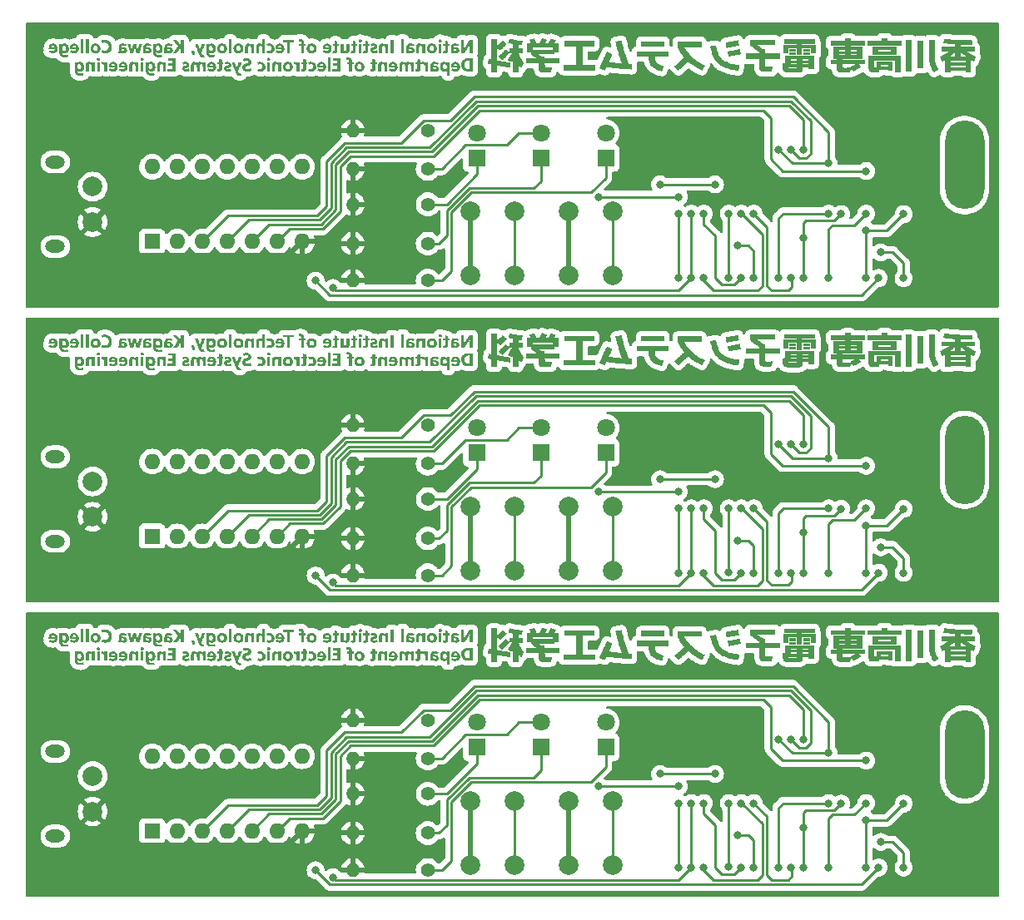
<source format=gbr>
%TF.GenerationSoftware,KiCad,Pcbnew,(6.0.10)*%
%TF.CreationDate,2023-10-04T10:21:36+09:00*%
%TF.ProjectId,simpleLogicCircuit,73696d70-6c65-44c6-9f67-696343697263,rev?*%
%TF.SameCoordinates,Original*%
%TF.FileFunction,Copper,L2,Bot*%
%TF.FilePolarity,Positive*%
%FSLAX46Y46*%
G04 Gerber Fmt 4.6, Leading zero omitted, Abs format (unit mm)*
G04 Created by KiCad (PCBNEW (6.0.10)) date 2023-10-04 10:21:36*
%MOMM*%
%LPD*%
G01*
G04 APERTURE LIST*
%TA.AperFunction,ComponentPad*%
%ADD10O,1.400000X1.400000*%
%TD*%
%TA.AperFunction,ComponentPad*%
%ADD11C,1.400000*%
%TD*%
%TA.AperFunction,ComponentPad*%
%ADD12C,1.800000*%
%TD*%
%TA.AperFunction,ComponentPad*%
%ADD13R,1.800000X1.800000*%
%TD*%
%TA.AperFunction,ComponentPad*%
%ADD14O,2.000000X1.300000*%
%TD*%
%TA.AperFunction,ComponentPad*%
%ADD15C,2.000000*%
%TD*%
%TA.AperFunction,ComponentPad*%
%ADD16O,1.600000X1.600000*%
%TD*%
%TA.AperFunction,ComponentPad*%
%ADD17R,1.600000X1.600000*%
%TD*%
%TA.AperFunction,ComponentPad*%
%ADD18O,4.000000X9.000000*%
%TD*%
%TA.AperFunction,ViaPad*%
%ADD19C,0.800000*%
%TD*%
%TA.AperFunction,Conductor*%
%ADD20C,0.250000*%
%TD*%
%TA.AperFunction,Conductor*%
%ADD21C,0.500000*%
%TD*%
G04 APERTURE END LIST*
%TO.C,G\u002A\u002A\u002A*%
G36*
X66951960Y-102112121D02*
G01*
X66933369Y-102185716D01*
X66918358Y-102224180D01*
X66880264Y-102291634D01*
X66830570Y-102350417D01*
X66770144Y-102399748D01*
X66699856Y-102438846D01*
X66620575Y-102466930D01*
X66605917Y-102470644D01*
X66582592Y-102475339D01*
X66557851Y-102478339D01*
X66528319Y-102479881D01*
X66490623Y-102480203D01*
X66441386Y-102479542D01*
X66422243Y-102479157D01*
X66380001Y-102477991D01*
X66348009Y-102476270D01*
X66322861Y-102473543D01*
X66301148Y-102469359D01*
X66279464Y-102463267D01*
X66254402Y-102454818D01*
X66185855Y-102425452D01*
X66122875Y-102385433D01*
X66068189Y-102334987D01*
X66055743Y-102320876D01*
X66014125Y-102263505D01*
X65983207Y-102200999D01*
X65961899Y-102130752D01*
X65949111Y-102050160D01*
X65946926Y-102024400D01*
X65946931Y-102011412D01*
X66249097Y-102011412D01*
X66255970Y-102077167D01*
X66271127Y-102134409D01*
X66294710Y-102180058D01*
X66327018Y-102214685D01*
X66368351Y-102238860D01*
X66391604Y-102245178D01*
X66426834Y-102249159D01*
X66465822Y-102249657D01*
X66502820Y-102246631D01*
X66532084Y-102240039D01*
X66539680Y-102237135D01*
X66582235Y-102212026D01*
X66615598Y-102175309D01*
X66639649Y-102127216D01*
X66654265Y-102067979D01*
X66659323Y-101997832D01*
X66655984Y-101937855D01*
X66642837Y-101875826D01*
X66619867Y-101824436D01*
X66587233Y-101784019D01*
X66545093Y-101754911D01*
X66533780Y-101749533D01*
X66509376Y-101740715D01*
X66483199Y-101736399D01*
X66448725Y-101735256D01*
X66394667Y-101740341D01*
X66346924Y-101756758D01*
X66308638Y-101784591D01*
X66279760Y-101823906D01*
X66260243Y-101874770D01*
X66250038Y-101937250D01*
X66249097Y-102011412D01*
X65946931Y-102011412D01*
X65946964Y-101934044D01*
X65959268Y-101849954D01*
X65983437Y-101772955D01*
X66019072Y-101703869D01*
X66065774Y-101643521D01*
X66123142Y-101592734D01*
X66190776Y-101552331D01*
X66217906Y-101540005D01*
X66259972Y-101524476D01*
X66302873Y-101513865D01*
X66350076Y-101507597D01*
X66405046Y-101505097D01*
X66471251Y-101505789D01*
X66493944Y-101506498D01*
X66536305Y-101508392D01*
X66569098Y-101511081D01*
X66596046Y-101515051D01*
X66620870Y-101520788D01*
X66647292Y-101528778D01*
X66703946Y-101551198D01*
X66774178Y-101592233D01*
X66835035Y-101644651D01*
X66885807Y-101707921D01*
X66903622Y-101738121D01*
X66931106Y-101803449D01*
X66949988Y-101876596D01*
X66959963Y-101954478D01*
X66960377Y-101997832D01*
X66960722Y-102034014D01*
X66951960Y-102112121D01*
G37*
G36*
X67062630Y-99353542D02*
G01*
X67072774Y-99355629D01*
X67094791Y-99361184D01*
X67126284Y-99369569D01*
X67164856Y-99380146D01*
X67208112Y-99392277D01*
X67344796Y-99431015D01*
X67344796Y-99659654D01*
X67494120Y-99659654D01*
X67494120Y-99868707D01*
X67344796Y-99868707D01*
X67344707Y-100128158D01*
X67344702Y-100139965D01*
X67344513Y-100214552D01*
X67343930Y-100276130D01*
X67342762Y-100326382D01*
X67340816Y-100366990D01*
X67337901Y-100399636D01*
X67333826Y-100426004D01*
X67328398Y-100447775D01*
X67321426Y-100466632D01*
X67312719Y-100484258D01*
X67302084Y-100502335D01*
X67270160Y-100541845D01*
X67225136Y-100575847D01*
X67170830Y-100599820D01*
X67149919Y-100605266D01*
X67102098Y-100612400D01*
X67047072Y-100615487D01*
X66989519Y-100614518D01*
X66934122Y-100609485D01*
X66885558Y-100600377D01*
X66877389Y-100598267D01*
X66851255Y-100591213D01*
X66832334Y-100585634D01*
X66824266Y-100582588D01*
X66824125Y-100581664D01*
X66826162Y-100570176D01*
X66831570Y-100547844D01*
X66839673Y-100517356D01*
X66849792Y-100481396D01*
X66853364Y-100469028D01*
X66863820Y-100433490D01*
X66871566Y-100409597D01*
X66877670Y-100395223D01*
X66883202Y-100388248D01*
X66889230Y-100386545D01*
X66896824Y-100387994D01*
X66902735Y-100389475D01*
X66937353Y-100395324D01*
X66971511Y-100397096D01*
X67000578Y-100394778D01*
X67019923Y-100388356D01*
X67020885Y-100387714D01*
X67029594Y-100380324D01*
X67036626Y-100370193D01*
X67042157Y-100355799D01*
X67046360Y-100335616D01*
X67049410Y-100308123D01*
X67051482Y-100271794D01*
X67052750Y-100225106D01*
X67053389Y-100166536D01*
X67053573Y-100094560D01*
X67053614Y-99868707D01*
X66844561Y-99868707D01*
X66844561Y-99659654D01*
X67053614Y-99659654D01*
X67053614Y-99506597D01*
X67053664Y-99479607D01*
X67054144Y-99430817D01*
X67055196Y-99395093D01*
X67056893Y-99371157D01*
X67059310Y-99357731D01*
X67062521Y-99353540D01*
X67062630Y-99353542D01*
G37*
G36*
X97918870Y-100966238D02*
G01*
X96492827Y-100966238D01*
X96492827Y-100999543D01*
X96492846Y-101003265D01*
X96494966Y-101047206D01*
X96500100Y-101099662D01*
X96507536Y-101155244D01*
X96516562Y-101208566D01*
X96526467Y-101254237D01*
X96547685Y-101326275D01*
X96584072Y-101415276D01*
X96630099Y-101495868D01*
X96686449Y-101568693D01*
X96753802Y-101634393D01*
X96832839Y-101693610D01*
X96924242Y-101746986D01*
X97028693Y-101795162D01*
X97146872Y-101838781D01*
X97157846Y-101842386D01*
X97205197Y-101857279D01*
X97253883Y-101871705D01*
X97298761Y-101884175D01*
X97334688Y-101893197D01*
X97359278Y-101899258D01*
X97385493Y-101906944D01*
X97402839Y-101913575D01*
X97408436Y-101918178D01*
X97408344Y-101918431D01*
X97405016Y-101928361D01*
X97397640Y-101950716D01*
X97386744Y-101983886D01*
X97372855Y-102026264D01*
X97356500Y-102076241D01*
X97338206Y-102132209D01*
X97318501Y-102192561D01*
X97316097Y-102199921D01*
X97296455Y-102259463D01*
X97278102Y-102314106D01*
X97261581Y-102362297D01*
X97247440Y-102402484D01*
X97236223Y-102433111D01*
X97228476Y-102452627D01*
X97224745Y-102459477D01*
X97223925Y-102459410D01*
X97211938Y-102457248D01*
X97188910Y-102452495D01*
X97157766Y-102445767D01*
X97121429Y-102437681D01*
X97014415Y-102411374D01*
X96859363Y-102364836D01*
X96714558Y-102310794D01*
X96581109Y-102249678D01*
X96460126Y-102181917D01*
X96451122Y-102176282D01*
X96339204Y-102097057D01*
X96237813Y-102007628D01*
X96147483Y-101908722D01*
X96068750Y-101801065D01*
X96002150Y-101685383D01*
X95948219Y-101562403D01*
X95907493Y-101432850D01*
X95903851Y-101418275D01*
X95886467Y-101338081D01*
X95871816Y-101252651D01*
X95860545Y-101166779D01*
X95853304Y-101085264D01*
X95850740Y-101012902D01*
X95850734Y-100966238D01*
X94663609Y-100966238D01*
X94663609Y-100421206D01*
X97918870Y-100421206D01*
X97918870Y-100966238D01*
G37*
G36*
X112754202Y-99659654D02*
G01*
X111477483Y-99659654D01*
X111477483Y-99749248D01*
X112910992Y-99749248D01*
X112910992Y-100660124D01*
X112365960Y-100660124D01*
X112365960Y-100085227D01*
X111477483Y-100085227D01*
X111477483Y-100816914D01*
X110969781Y-100816914D01*
X110969781Y-100085227D01*
X110081304Y-100085227D01*
X110081304Y-100660124D01*
X109536272Y-100660124D01*
X109536272Y-99749248D01*
X110969781Y-99749248D01*
X110969781Y-99659654D01*
X109693062Y-99659654D01*
X109693062Y-99219148D01*
X112754202Y-99219148D01*
X112754202Y-99659654D01*
G37*
G36*
X44490769Y-102459477D02*
G01*
X44199587Y-102459477D01*
X44199587Y-101526203D01*
X44490769Y-101526203D01*
X44490769Y-102459477D01*
G37*
G36*
X86249205Y-100548131D02*
G01*
X86249205Y-100727320D01*
X84670264Y-100727320D01*
X84722448Y-100762450D01*
X84734334Y-100770400D01*
X84764249Y-100790192D01*
X84801209Y-100814453D01*
X84841625Y-100840832D01*
X84881911Y-100866977D01*
X84989190Y-100936373D01*
X85315931Y-100936373D01*
X85315931Y-101167825D01*
X86801704Y-101167825D01*
X86801704Y-101675527D01*
X85313968Y-101675527D01*
X85317363Y-101856582D01*
X85318679Y-101913005D01*
X85320717Y-101969019D01*
X85323222Y-102011477D01*
X85326164Y-102039922D01*
X85329517Y-102053896D01*
X85330858Y-102056125D01*
X85337005Y-102062496D01*
X85346876Y-102067635D01*
X85361715Y-102071596D01*
X85382765Y-102074436D01*
X85411270Y-102076212D01*
X85448473Y-102076980D01*
X85495616Y-102076796D01*
X85553945Y-102075717D01*
X85624701Y-102073799D01*
X85709129Y-102071098D01*
X85721278Y-102070695D01*
X85784490Y-102068749D01*
X85842675Y-102067203D01*
X85894183Y-102066083D01*
X85937366Y-102065416D01*
X85970574Y-102065227D01*
X85992158Y-102065545D01*
X86000469Y-102066395D01*
X86001050Y-102069894D01*
X86001290Y-102086540D01*
X86000716Y-102115191D01*
X85999391Y-102154050D01*
X85997381Y-102201321D01*
X85994750Y-102255209D01*
X85991563Y-102313917D01*
X85977755Y-102556538D01*
X85951091Y-102557476D01*
X85947308Y-102557619D01*
X85926390Y-102558506D01*
X85895191Y-102559913D01*
X85857265Y-102561676D01*
X85816166Y-102563633D01*
X85797780Y-102564430D01*
X85751563Y-102565923D01*
X85696414Y-102567178D01*
X85634169Y-102568195D01*
X85566663Y-102568975D01*
X85495732Y-102569516D01*
X85423211Y-102569820D01*
X85350936Y-102569885D01*
X85280742Y-102569713D01*
X85214466Y-102569302D01*
X85153942Y-102568652D01*
X85101006Y-102567764D01*
X85057494Y-102566638D01*
X85025241Y-102565273D01*
X85006084Y-102563669D01*
X84960003Y-102555642D01*
X84913924Y-102545091D01*
X84871807Y-102533099D01*
X84837277Y-102520698D01*
X84813961Y-102508922D01*
X84813418Y-102508554D01*
X84779253Y-102477243D01*
X84749576Y-102433772D01*
X84726081Y-102380615D01*
X84724772Y-102376828D01*
X84720676Y-102364415D01*
X84717294Y-102352216D01*
X84714544Y-102338718D01*
X84712343Y-102322405D01*
X84710606Y-102301762D01*
X84709251Y-102275276D01*
X84708195Y-102241431D01*
X84707355Y-102198713D01*
X84706647Y-102145607D01*
X84705988Y-102080599D01*
X84705295Y-102002173D01*
X84702481Y-101675527D01*
X83382186Y-101675527D01*
X83382186Y-101167921D01*
X83937322Y-101166006D01*
X84492458Y-101164092D01*
X84384198Y-101085697D01*
X84349247Y-101060051D01*
X84295512Y-101019649D01*
X84237918Y-100975422D01*
X84179124Y-100929471D01*
X84121786Y-100883894D01*
X84068561Y-100840791D01*
X84022107Y-100802260D01*
X83985081Y-100770401D01*
X83934684Y-100725782D01*
X83934684Y-100548131D01*
X83471780Y-100548131D01*
X83471780Y-100249483D01*
X84054144Y-100249483D01*
X86129746Y-100249483D01*
X86129746Y-100062828D01*
X84054144Y-100062828D01*
X84054144Y-100249483D01*
X83471780Y-100249483D01*
X83471780Y-99615079D01*
X83690780Y-99613101D01*
X83909780Y-99611124D01*
X83872692Y-99543928D01*
X83869247Y-99537629D01*
X83852624Y-99506053D01*
X83833760Y-99468720D01*
X83813777Y-99428014D01*
X83793793Y-99386323D01*
X83774930Y-99346033D01*
X83758309Y-99309530D01*
X83745049Y-99279202D01*
X83736272Y-99257434D01*
X83733097Y-99246612D01*
X83737150Y-99243943D01*
X83753924Y-99238357D01*
X83781881Y-99230805D01*
X83819039Y-99221697D01*
X83863420Y-99211441D01*
X83913045Y-99200446D01*
X83965933Y-99189123D01*
X84020106Y-99177879D01*
X84073584Y-99167126D01*
X84124388Y-99157271D01*
X84170538Y-99148724D01*
X84210055Y-99141894D01*
X84240959Y-99137191D01*
X84261272Y-99135024D01*
X84269013Y-99135802D01*
X84271758Y-99142476D01*
X84280852Y-99162121D01*
X84294971Y-99191447D01*
X84313035Y-99228299D01*
X84333965Y-99270521D01*
X84356683Y-99315958D01*
X84380109Y-99362455D01*
X84403164Y-99407855D01*
X84424770Y-99450005D01*
X84443847Y-99486748D01*
X84459315Y-99515929D01*
X84512644Y-99614857D01*
X84753590Y-99614857D01*
X84836502Y-99448734D01*
X84851137Y-99419582D01*
X84884126Y-99355122D01*
X84915702Y-99295080D01*
X84945135Y-99240742D01*
X84971693Y-99193396D01*
X84994647Y-99154331D01*
X85013265Y-99124833D01*
X85026817Y-99106190D01*
X85034573Y-99099689D01*
X85036545Y-99100100D01*
X85050404Y-99104156D01*
X85075589Y-99112023D01*
X85110135Y-99123055D01*
X85152079Y-99136604D01*
X85199456Y-99152023D01*
X85250304Y-99168667D01*
X85302656Y-99185887D01*
X85354550Y-99203038D01*
X85404022Y-99219471D01*
X85449107Y-99234541D01*
X85487842Y-99247599D01*
X85518262Y-99258000D01*
X85538403Y-99265097D01*
X85546302Y-99268241D01*
X85544492Y-99273476D01*
X85536519Y-99289870D01*
X85523295Y-99315314D01*
X85505931Y-99347672D01*
X85485541Y-99384812D01*
X85465556Y-99421075D01*
X85439732Y-99468651D01*
X85416491Y-99512275D01*
X85396774Y-99550131D01*
X85381525Y-99580404D01*
X85371684Y-99601278D01*
X85368194Y-99610937D01*
X85368265Y-99611061D01*
X85376690Y-99612252D01*
X85397546Y-99613270D01*
X85428555Y-99614055D01*
X85467439Y-99614549D01*
X85511918Y-99614691D01*
X85655643Y-99614526D01*
X85713295Y-99497098D01*
X85723299Y-99476886D01*
X85750628Y-99423123D01*
X85778815Y-99369517D01*
X85806911Y-99317716D01*
X85833969Y-99269365D01*
X85859041Y-99226113D01*
X85881180Y-99189605D01*
X85899437Y-99161489D01*
X85912865Y-99143412D01*
X85920517Y-99137020D01*
X85922461Y-99137386D01*
X85936388Y-99141337D01*
X85961673Y-99149108D01*
X85996347Y-99160056D01*
X86038444Y-99173535D01*
X86085996Y-99188899D01*
X86137036Y-99205505D01*
X86189597Y-99222707D01*
X86241711Y-99239860D01*
X86291411Y-99256320D01*
X86336729Y-99271441D01*
X86375699Y-99284578D01*
X86406353Y-99295086D01*
X86426724Y-99302321D01*
X86434843Y-99305637D01*
X86434913Y-99306037D01*
X86431171Y-99315149D01*
X86421463Y-99334223D01*
X86407089Y-99360780D01*
X86389349Y-99392343D01*
X86370713Y-99425126D01*
X86344475Y-99471842D01*
X86320831Y-99514590D01*
X86300751Y-99551577D01*
X86285205Y-99581006D01*
X86275166Y-99601084D01*
X86271604Y-99610014D01*
X86272316Y-99610404D01*
X86283740Y-99611596D01*
X86307685Y-99612662D01*
X86342309Y-99613561D01*
X86385773Y-99614254D01*
X86436235Y-99614699D01*
X86491857Y-99614857D01*
X86712109Y-99614857D01*
X86712109Y-100548131D01*
X86249205Y-100548131D01*
G37*
G36*
X47472395Y-100357559D02*
G01*
X47463700Y-100415843D01*
X47444343Y-100469814D01*
X47414106Y-100516632D01*
X47412278Y-100518760D01*
X47377807Y-100550688D01*
X47334524Y-100579472D01*
X47288137Y-100601276D01*
X47280783Y-100603870D01*
X47259703Y-100609541D01*
X47235846Y-100612757D01*
X47205179Y-100613913D01*
X47163667Y-100613402D01*
X47153654Y-100613100D01*
X47099626Y-100608921D01*
X47055714Y-100599630D01*
X47018098Y-100583683D01*
X46982958Y-100559536D01*
X46946472Y-100525646D01*
X46902350Y-100480555D01*
X46902350Y-100592928D01*
X46617539Y-100592928D01*
X46620463Y-100262549D01*
X46620915Y-100214019D01*
X46902423Y-100214019D01*
X46903285Y-100235521D01*
X46913666Y-100288748D01*
X46935185Y-100333907D01*
X46967059Y-100369662D01*
X47008504Y-100394678D01*
X47011339Y-100395814D01*
X47045386Y-100404171D01*
X47083215Y-100406125D01*
X47119005Y-100401816D01*
X47146937Y-100391381D01*
X47161979Y-100380587D01*
X47186081Y-100352040D01*
X47198246Y-100319031D01*
X47198691Y-100284353D01*
X47187634Y-100250801D01*
X47165292Y-100221168D01*
X47131884Y-100198248D01*
X47131209Y-100197934D01*
X47112721Y-100191897D01*
X47083497Y-100184934D01*
X47047412Y-100177721D01*
X47008344Y-100170934D01*
X46970167Y-100165248D01*
X46936758Y-100161342D01*
X46911993Y-100159889D01*
X46911059Y-100159983D01*
X46906009Y-100166246D01*
X46903240Y-100183639D01*
X46902423Y-100214019D01*
X46620915Y-100214019D01*
X46620948Y-100210475D01*
X46621751Y-100137823D01*
X46622634Y-100077750D01*
X46623659Y-100028801D01*
X46624886Y-99989524D01*
X46626375Y-99958466D01*
X46628189Y-99934175D01*
X46630387Y-99915198D01*
X46633030Y-99900081D01*
X46636180Y-99887373D01*
X46643332Y-99864426D01*
X46672013Y-99799074D01*
X46710047Y-99745222D01*
X46757956Y-99702369D01*
X46816262Y-99670013D01*
X46885485Y-99647652D01*
X46896380Y-99645447D01*
X46936391Y-99640685D01*
X46985787Y-99638273D01*
X47040597Y-99638098D01*
X47096852Y-99640047D01*
X47150584Y-99644009D01*
X47197822Y-99649871D01*
X47234596Y-99657521D01*
X47253668Y-99663232D01*
X47292298Y-99676410D01*
X47331443Y-99691476D01*
X47367399Y-99706889D01*
X47396459Y-99721106D01*
X47414920Y-99732586D01*
X47430987Y-99745515D01*
X47383088Y-99827643D01*
X47380787Y-99831578D01*
X47362374Y-99862299D01*
X47346417Y-99887642D01*
X47334558Y-99905072D01*
X47328438Y-99912055D01*
X47328335Y-99912086D01*
X47318438Y-99909919D01*
X47299483Y-99902364D01*
X47275479Y-99891015D01*
X47222718Y-99868516D01*
X47165672Y-99851756D01*
X47108704Y-99841730D01*
X47054920Y-99838796D01*
X47007424Y-99843314D01*
X46969322Y-99855641D01*
X46962567Y-99859264D01*
X46929962Y-99884941D01*
X46909465Y-99917236D01*
X46902350Y-99954274D01*
X46902350Y-99985370D01*
X47033547Y-100002325D01*
X47081767Y-100008954D01*
X47155646Y-100021264D01*
X47217563Y-100034976D01*
X47269403Y-100050706D01*
X47313053Y-100069066D01*
X47350400Y-100090670D01*
X47383330Y-100116132D01*
X47404919Y-100138056D01*
X47436690Y-100185210D01*
X47458672Y-100239404D01*
X47467889Y-100284353D01*
X47470646Y-100297800D01*
X47472395Y-100357559D01*
G37*
G36*
X63629439Y-100138068D02*
G01*
X63628119Y-100194891D01*
X63623775Y-100247184D01*
X63616402Y-100290065D01*
X63595437Y-100355621D01*
X63559774Y-100425099D01*
X63512972Y-100484881D01*
X63455603Y-100534388D01*
X63388236Y-100573039D01*
X63311441Y-100600255D01*
X63282232Y-100606672D01*
X63247237Y-100611328D01*
X63204965Y-100613960D01*
X63151618Y-100614916D01*
X63124221Y-100614734D01*
X63044942Y-100609985D01*
X62974428Y-100598052D01*
X62908867Y-100577848D01*
X62844445Y-100548289D01*
X62777350Y-100508287D01*
X62773732Y-100505896D01*
X62751928Y-100490386D01*
X62736575Y-100477570D01*
X62730803Y-100470019D01*
X62734420Y-100462681D01*
X62745684Y-100445841D01*
X62762762Y-100422421D01*
X62783779Y-100395074D01*
X62802582Y-100371093D01*
X62822597Y-100345378D01*
X62837984Y-100325399D01*
X62846429Y-100314146D01*
X62849866Y-100309791D01*
X62856043Y-100306213D01*
X62865506Y-100307962D01*
X62881376Y-100315904D01*
X62906778Y-100330907D01*
X62950606Y-100355484D01*
X63000689Y-100377423D01*
X63049286Y-100390742D01*
X63100946Y-100396990D01*
X63119002Y-100397693D01*
X63178877Y-100393576D01*
X63229254Y-100378736D01*
X63271083Y-100352929D01*
X63274959Y-100349547D01*
X63297102Y-100324077D01*
X63316430Y-100292596D01*
X63330128Y-100260375D01*
X63335376Y-100232684D01*
X63335449Y-100212152D01*
X62728903Y-100212152D01*
X62732648Y-100094560D01*
X62732963Y-100085428D01*
X62736495Y-100032964D01*
X63004862Y-100032964D01*
X63341328Y-100032964D01*
X63334457Y-100002385D01*
X63324085Y-99965377D01*
X63306156Y-99927161D01*
X63280002Y-99892698D01*
X63271981Y-99884185D01*
X63238998Y-99857647D01*
X63202586Y-99843207D01*
X63158172Y-99838842D01*
X63155427Y-99838859D01*
X63107501Y-99845452D01*
X63068672Y-99863830D01*
X63039162Y-99893771D01*
X63019194Y-99935054D01*
X63008988Y-99987457D01*
X63004862Y-100032964D01*
X62736495Y-100032964D01*
X62738218Y-100007362D01*
X62748179Y-99941198D01*
X62763629Y-99884649D01*
X62785351Y-99835431D01*
X62814128Y-99791258D01*
X62850743Y-99749845D01*
X62888654Y-99716309D01*
X62944615Y-99680797D01*
X63007362Y-99656196D01*
X63078590Y-99641888D01*
X63159993Y-99637255D01*
X63185046Y-99637604D01*
X63258914Y-99643877D01*
X63323403Y-99658861D01*
X63381322Y-99683666D01*
X63435475Y-99719401D01*
X63488671Y-99767176D01*
X63512821Y-99792957D01*
X63558222Y-99853067D01*
X63591883Y-99918083D01*
X63616009Y-99991900D01*
X63623032Y-100030363D01*
X63623271Y-100032964D01*
X63627741Y-100081598D01*
X63629439Y-100138068D01*
G37*
G36*
X53857111Y-101789386D02*
G01*
X53873583Y-101842944D01*
X53892681Y-101905296D01*
X53910683Y-101964330D01*
X53926924Y-102017856D01*
X53940741Y-102063686D01*
X53951469Y-102099630D01*
X53958444Y-102123499D01*
X53962949Y-102139267D01*
X53970716Y-102165606D01*
X53975765Y-102179779D01*
X53979052Y-102183312D01*
X53981533Y-102177731D01*
X53984162Y-102164563D01*
X53985560Y-102158724D01*
X53991009Y-102138858D01*
X53999917Y-102107712D01*
X54011732Y-102067138D01*
X54025899Y-102018988D01*
X54041864Y-101965116D01*
X54059072Y-101907375D01*
X54076970Y-101847616D01*
X54095004Y-101787694D01*
X54112619Y-101729460D01*
X54129262Y-101674768D01*
X54144377Y-101625470D01*
X54157412Y-101583419D01*
X54167813Y-101550468D01*
X54175584Y-101526203D01*
X54340060Y-101526203D01*
X54348126Y-101526206D01*
X54401992Y-101526431D01*
X54442564Y-101527076D01*
X54471286Y-101528225D01*
X54489606Y-101529962D01*
X54498970Y-101532371D01*
X54500822Y-101535536D01*
X54500112Y-101537296D01*
X54494601Y-101550879D01*
X54484132Y-101576649D01*
X54469181Y-101613434D01*
X54450226Y-101660060D01*
X54427744Y-101715354D01*
X54402212Y-101778143D01*
X54374106Y-101847255D01*
X54343904Y-101921515D01*
X54312082Y-101999751D01*
X54127055Y-102454633D01*
X54140422Y-102492520D01*
X54150488Y-102519582D01*
X54170629Y-102566534D01*
X54191278Y-102606419D01*
X54211085Y-102636755D01*
X54228705Y-102655063D01*
X54236054Y-102659975D01*
X54249441Y-102666393D01*
X54266099Y-102670116D01*
X54289911Y-102671836D01*
X54324759Y-102672249D01*
X54396696Y-102672235D01*
X54419939Y-102776167D01*
X54423140Y-102790674D01*
X54430609Y-102826316D01*
X54436160Y-102855504D01*
X54439303Y-102875544D01*
X54439545Y-102883737D01*
X54438512Y-102884438D01*
X54426849Y-102888432D01*
X54407827Y-102892820D01*
X54385335Y-102895816D01*
X54349384Y-102898079D01*
X54307435Y-102898968D01*
X54263668Y-102898535D01*
X54222259Y-102896832D01*
X54187386Y-102893910D01*
X54163226Y-102889819D01*
X54134077Y-102880445D01*
X54072652Y-102850330D01*
X54016141Y-102808791D01*
X53967505Y-102758222D01*
X53929705Y-102701018D01*
X53929382Y-102700391D01*
X53922511Y-102685040D01*
X53910920Y-102656987D01*
X53895072Y-102617426D01*
X53875430Y-102567553D01*
X53852458Y-102508561D01*
X53826619Y-102441647D01*
X53798376Y-102368004D01*
X53768193Y-102288828D01*
X53736532Y-102205313D01*
X53703859Y-102118655D01*
X53699908Y-102108147D01*
X53667675Y-102022443D01*
X53636818Y-101940426D01*
X53607766Y-101863238D01*
X53580951Y-101792023D01*
X53556804Y-101727924D01*
X53535756Y-101672085D01*
X53518237Y-101625650D01*
X53504679Y-101589762D01*
X53495512Y-101565564D01*
X53491168Y-101554201D01*
X53480190Y-101526203D01*
X53776009Y-101526203D01*
X53857111Y-101789386D01*
G37*
G36*
X118652497Y-100809448D02*
G01*
X118652497Y-100473469D01*
X119249793Y-100473469D01*
X120459317Y-100473469D01*
X120459317Y-100309213D01*
X119249793Y-100309213D01*
X119249793Y-100473469D01*
X118652497Y-100473469D01*
X118652497Y-99950835D01*
X121056613Y-99950835D01*
X121056613Y-100809448D01*
X118652497Y-100809448D01*
G37*
G36*
X67932793Y-99637661D02*
G01*
X67984578Y-99641612D01*
X68026875Y-99649090D01*
X68043066Y-99653647D01*
X68103819Y-99677677D01*
X68159210Y-99710315D01*
X68206856Y-99749675D01*
X68244374Y-99793872D01*
X68269381Y-99841018D01*
X68274942Y-99858363D01*
X68283883Y-99907450D01*
X68286120Y-99961046D01*
X68281623Y-100013213D01*
X68270367Y-100058015D01*
X68257148Y-100085947D01*
X68227373Y-100124867D01*
X68185508Y-100159442D01*
X68130903Y-100190084D01*
X68062910Y-100217203D01*
X67980880Y-100241209D01*
X67980045Y-100241421D01*
X67942892Y-100251290D01*
X67909262Y-100261037D01*
X67882823Y-100269549D01*
X67867242Y-100275712D01*
X67855243Y-100283105D01*
X67836343Y-100304096D01*
X67830240Y-100327997D01*
X67836533Y-100352176D01*
X67854825Y-100374002D01*
X67884715Y-100390844D01*
X67886147Y-100391343D01*
X67905225Y-100395122D01*
X67933072Y-100397794D01*
X67964190Y-100398807D01*
X68022727Y-100394360D01*
X68093624Y-100375880D01*
X68161817Y-100342821D01*
X68176149Y-100334404D01*
X68195641Y-100324587D01*
X68207551Y-100322022D01*
X68214854Y-100325750D01*
X68216070Y-100327240D01*
X68224874Y-100339931D01*
X68239259Y-100362026D01*
X68257528Y-100390888D01*
X68277984Y-100423877D01*
X68299612Y-100459728D01*
X68314390Y-100486037D01*
X68322490Y-100503538D01*
X68324750Y-100514047D01*
X68322006Y-100519379D01*
X68319034Y-100521354D01*
X68275595Y-100545869D01*
X68223238Y-100569258D01*
X68167474Y-100589287D01*
X68113814Y-100603724D01*
X68092936Y-100607351D01*
X68050398Y-100611742D01*
X68001420Y-100614155D01*
X67950251Y-100614588D01*
X67901137Y-100613036D01*
X67858327Y-100609497D01*
X67826068Y-100603966D01*
X67795290Y-100594901D01*
X67730071Y-100566662D01*
X67673616Y-100529053D01*
X67627620Y-100483339D01*
X67593781Y-100430784D01*
X67587840Y-100418149D01*
X67579813Y-100397128D01*
X67574771Y-100375047D01*
X67571811Y-100347283D01*
X67570030Y-100309213D01*
X67569588Y-100294255D01*
X67569431Y-100259493D01*
X67571322Y-100233382D01*
X67575770Y-100211308D01*
X67583280Y-100188655D01*
X67593919Y-100163964D01*
X67616945Y-100126693D01*
X67647405Y-100094720D01*
X67686798Y-100067073D01*
X67736621Y-100042781D01*
X67798373Y-100020871D01*
X67873552Y-100000372D01*
X67888361Y-99996687D01*
X67926718Y-99986489D01*
X67959957Y-99976748D01*
X67984930Y-99968419D01*
X67998492Y-99962457D01*
X68016352Y-99943001D01*
X68022685Y-99917688D01*
X68015884Y-99891623D01*
X68013956Y-99888384D01*
X67991859Y-99866745D01*
X67959574Y-99852712D01*
X67919446Y-99846254D01*
X67873823Y-99847339D01*
X67825051Y-99855935D01*
X67775478Y-99872010D01*
X67727449Y-99895532D01*
X67715114Y-99902499D01*
X67699518Y-99910316D01*
X67692614Y-99912296D01*
X67687162Y-99903762D01*
X67676187Y-99885460D01*
X67661404Y-99860321D01*
X67644436Y-99831160D01*
X67626910Y-99800794D01*
X67610449Y-99772038D01*
X67596680Y-99747708D01*
X67587227Y-99730620D01*
X67583714Y-99723590D01*
X67588856Y-99718089D01*
X67605192Y-99708360D01*
X67629677Y-99696242D01*
X67659169Y-99683123D01*
X67690529Y-99670394D01*
X67720615Y-99659445D01*
X67746286Y-99651664D01*
X67770610Y-99646512D01*
X67820799Y-99640157D01*
X67876530Y-99637191D01*
X67932793Y-99637661D01*
G37*
G36*
X67794317Y-101220091D02*
G01*
X67804461Y-101222178D01*
X67826478Y-101227733D01*
X67857971Y-101236118D01*
X67896544Y-101246695D01*
X67939799Y-101258826D01*
X68076483Y-101297564D01*
X68076483Y-101526203D01*
X68225807Y-101526203D01*
X68225807Y-101735256D01*
X68076483Y-101735256D01*
X68076395Y-101994707D01*
X68076389Y-102006514D01*
X68076200Y-102081101D01*
X68075617Y-102142679D01*
X68074449Y-102192931D01*
X68072503Y-102233539D01*
X68069588Y-102266185D01*
X68065513Y-102292553D01*
X68060085Y-102314324D01*
X68053114Y-102333181D01*
X68044406Y-102350807D01*
X68033772Y-102368884D01*
X68001847Y-102408394D01*
X67956823Y-102442396D01*
X67902517Y-102466369D01*
X67881606Y-102471815D01*
X67833785Y-102478949D01*
X67778759Y-102482036D01*
X67721207Y-102481067D01*
X67665809Y-102476034D01*
X67617245Y-102466926D01*
X67609076Y-102464817D01*
X67582942Y-102457762D01*
X67564021Y-102452183D01*
X67555953Y-102449137D01*
X67555813Y-102448213D01*
X67557849Y-102436725D01*
X67563257Y-102414393D01*
X67571360Y-102383905D01*
X67581480Y-102347945D01*
X67585051Y-102335577D01*
X67595508Y-102300039D01*
X67603253Y-102276146D01*
X67609358Y-102261772D01*
X67614889Y-102254797D01*
X67620917Y-102253095D01*
X67628512Y-102254543D01*
X67634422Y-102256024D01*
X67669040Y-102261873D01*
X67703198Y-102263645D01*
X67732266Y-102261327D01*
X67751610Y-102254905D01*
X67752572Y-102254263D01*
X67761281Y-102246873D01*
X67768314Y-102236743D01*
X67773844Y-102222348D01*
X67778047Y-102202166D01*
X67781098Y-102174672D01*
X67783169Y-102138343D01*
X67784438Y-102091655D01*
X67785076Y-102033085D01*
X67785260Y-101961109D01*
X67785302Y-101735256D01*
X67576248Y-101735256D01*
X67576248Y-101526203D01*
X67785302Y-101526203D01*
X67785302Y-101373146D01*
X67785351Y-101346156D01*
X67785831Y-101297367D01*
X67786883Y-101261642D01*
X67788580Y-101237706D01*
X67790997Y-101224280D01*
X67794209Y-101220089D01*
X67794317Y-101220091D01*
G37*
G36*
X90348147Y-99920971D02*
G01*
X89138623Y-99920971D01*
X89138623Y-101832317D01*
X90460140Y-101832317D01*
X90460140Y-102362417D01*
X87189946Y-102362417D01*
X87189946Y-101832317D01*
X88511463Y-101832317D01*
X88511463Y-99920971D01*
X87301939Y-99920971D01*
X87301939Y-99390871D01*
X90348147Y-99390871D01*
X90348147Y-99920971D01*
G37*
G36*
X63949226Y-99353542D02*
G01*
X63959370Y-99355629D01*
X63981387Y-99361184D01*
X64012880Y-99369569D01*
X64051452Y-99380146D01*
X64094708Y-99392277D01*
X64231392Y-99431015D01*
X64231392Y-99659654D01*
X64380716Y-99659654D01*
X64380716Y-99868707D01*
X64231392Y-99868707D01*
X64231304Y-100128158D01*
X64231298Y-100139965D01*
X64231109Y-100214552D01*
X64230526Y-100276130D01*
X64229358Y-100326382D01*
X64227412Y-100366990D01*
X64224497Y-100399636D01*
X64220422Y-100426004D01*
X64214994Y-100447775D01*
X64208022Y-100466632D01*
X64199315Y-100484258D01*
X64188681Y-100502335D01*
X64156756Y-100541845D01*
X64111732Y-100575847D01*
X64057426Y-100599820D01*
X64036515Y-100605266D01*
X63988694Y-100612400D01*
X63933668Y-100615487D01*
X63876116Y-100614518D01*
X63820718Y-100609485D01*
X63772154Y-100600377D01*
X63763985Y-100598267D01*
X63737851Y-100591213D01*
X63718930Y-100585634D01*
X63710862Y-100582588D01*
X63710721Y-100581664D01*
X63712758Y-100570176D01*
X63718166Y-100547844D01*
X63726269Y-100517356D01*
X63736388Y-100481396D01*
X63739960Y-100469028D01*
X63750417Y-100433490D01*
X63758162Y-100409597D01*
X63764266Y-100395223D01*
X63769798Y-100388248D01*
X63775826Y-100386545D01*
X63783420Y-100387994D01*
X63789331Y-100389475D01*
X63823949Y-100395324D01*
X63858107Y-100397096D01*
X63887174Y-100394778D01*
X63906519Y-100388356D01*
X63907481Y-100387714D01*
X63916190Y-100380324D01*
X63923223Y-100370193D01*
X63928753Y-100355799D01*
X63932956Y-100335616D01*
X63936006Y-100308123D01*
X63938078Y-100271794D01*
X63939346Y-100225106D01*
X63939985Y-100166536D01*
X63940169Y-100094560D01*
X63940211Y-99868707D01*
X63731157Y-99868707D01*
X63731157Y-99659654D01*
X63940211Y-99659654D01*
X63940211Y-99506597D01*
X63940260Y-99479607D01*
X63940740Y-99430817D01*
X63941792Y-99395093D01*
X63943489Y-99371157D01*
X63945906Y-99357731D01*
X63949117Y-99353540D01*
X63949226Y-99353542D01*
G37*
G36*
X101241328Y-100010565D02*
G01*
X100371516Y-100010565D01*
X100310120Y-100010580D01*
X100199674Y-100010682D01*
X100093974Y-100010876D01*
X99993945Y-100011156D01*
X99900513Y-100011515D01*
X99814605Y-100011947D01*
X99737147Y-100012446D01*
X99669065Y-100013005D01*
X99611284Y-100013618D01*
X99564732Y-100014279D01*
X99530334Y-100014982D01*
X99509016Y-100015720D01*
X99501704Y-100016487D01*
X99502634Y-100019085D01*
X99509661Y-100032678D01*
X99522455Y-100055467D01*
X99539670Y-100085081D01*
X99559960Y-100119147D01*
X99677406Y-100303048D01*
X99816814Y-100496337D01*
X99967969Y-100681528D01*
X100132003Y-100860083D01*
X100154319Y-100882879D01*
X100311528Y-101034868D01*
X100476283Y-101179304D01*
X100649783Y-101317055D01*
X100833230Y-101448992D01*
X101027824Y-101575983D01*
X101234766Y-101698899D01*
X101455255Y-101818610D01*
X101575855Y-101881328D01*
X101441481Y-102127472D01*
X101438078Y-102133706D01*
X101407950Y-102188819D01*
X101380152Y-102239556D01*
X101355484Y-102284461D01*
X101334751Y-102322077D01*
X101318753Y-102350949D01*
X101308293Y-102369620D01*
X101304175Y-102376634D01*
X101299559Y-102376108D01*
X101283069Y-102370015D01*
X101256475Y-102358494D01*
X101221586Y-102342415D01*
X101180210Y-102322644D01*
X101134153Y-102300049D01*
X101085226Y-102275496D01*
X101035234Y-102249854D01*
X100985988Y-102223989D01*
X100836572Y-102141400D01*
X100603304Y-101999837D01*
X100376990Y-101846862D01*
X100159676Y-101683887D01*
X99953409Y-101512321D01*
X99939684Y-101500322D01*
X99917472Y-101481449D01*
X99902756Y-101470587D01*
X99893053Y-101466424D01*
X99885878Y-101467651D01*
X99878747Y-101472959D01*
X99861148Y-101488378D01*
X99815343Y-101529133D01*
X99761534Y-101577691D01*
X99701084Y-101632781D01*
X99635353Y-101693125D01*
X99565703Y-101757452D01*
X99493496Y-101824485D01*
X99420093Y-101892952D01*
X99346854Y-101961577D01*
X99275143Y-102029086D01*
X99206319Y-102094204D01*
X99141745Y-102155658D01*
X99082782Y-102212173D01*
X99030791Y-102262475D01*
X98987134Y-102305289D01*
X98953172Y-102339341D01*
X98945565Y-102346940D01*
X98924542Y-102366283D01*
X98907384Y-102379758D01*
X98897226Y-102384815D01*
X98897065Y-102384792D01*
X98889323Y-102379072D01*
X98872579Y-102364232D01*
X98848248Y-102341662D01*
X98817743Y-102312749D01*
X98782476Y-102278885D01*
X98743862Y-102241457D01*
X98703312Y-102201855D01*
X98662241Y-102161469D01*
X98622061Y-102121688D01*
X98584186Y-102083900D01*
X98550028Y-102049496D01*
X98521001Y-102019864D01*
X98498517Y-101996394D01*
X98483991Y-101980475D01*
X98478835Y-101973496D01*
X98480959Y-101970406D01*
X98492728Y-101957806D01*
X98513977Y-101936545D01*
X98543768Y-101907502D01*
X98581163Y-101871555D01*
X98625223Y-101829585D01*
X98675010Y-101782469D01*
X98729586Y-101731086D01*
X98788013Y-101676316D01*
X98849352Y-101619038D01*
X98912665Y-101560130D01*
X98977014Y-101500471D01*
X99041460Y-101440940D01*
X99105065Y-101382416D01*
X99166890Y-101325779D01*
X99225999Y-101271906D01*
X99281451Y-101221677D01*
X99320694Y-101186196D01*
X99362912Y-101147873D01*
X99400394Y-101113684D01*
X99431867Y-101084800D01*
X99456057Y-101062390D01*
X99471689Y-101047623D01*
X99477490Y-101041670D01*
X99473928Y-101034761D01*
X99462403Y-101018852D01*
X99444723Y-100996402D01*
X99422725Y-100969817D01*
X99354736Y-100887158D01*
X99221968Y-100712402D01*
X99095858Y-100528517D01*
X98978860Y-100339174D01*
X98873428Y-100148042D01*
X98807348Y-100020470D01*
X98807348Y-99450600D01*
X101241328Y-99450600D01*
X101241328Y-100010565D01*
G37*
G36*
X58821208Y-100138068D02*
G01*
X58819889Y-100194891D01*
X58815545Y-100247184D01*
X58808171Y-100290065D01*
X58787207Y-100355621D01*
X58751543Y-100425099D01*
X58704742Y-100484881D01*
X58647372Y-100534388D01*
X58580005Y-100573039D01*
X58503210Y-100600255D01*
X58474002Y-100606672D01*
X58439007Y-100611328D01*
X58396735Y-100613960D01*
X58343387Y-100614916D01*
X58315990Y-100614734D01*
X58236711Y-100609985D01*
X58166198Y-100598052D01*
X58100636Y-100577848D01*
X58036215Y-100548289D01*
X57969120Y-100508287D01*
X57965501Y-100505896D01*
X57943697Y-100490386D01*
X57928345Y-100477570D01*
X57922573Y-100470019D01*
X57926189Y-100462681D01*
X57937453Y-100445841D01*
X57954531Y-100422421D01*
X57975549Y-100395074D01*
X57994351Y-100371093D01*
X58014366Y-100345378D01*
X58029754Y-100325399D01*
X58038198Y-100314146D01*
X58041636Y-100309791D01*
X58047813Y-100306213D01*
X58057275Y-100307962D01*
X58073146Y-100315904D01*
X58098547Y-100330907D01*
X58142376Y-100355484D01*
X58192459Y-100377423D01*
X58241056Y-100390742D01*
X58292715Y-100396990D01*
X58310772Y-100397693D01*
X58370647Y-100393576D01*
X58421024Y-100378736D01*
X58462852Y-100352929D01*
X58466728Y-100349547D01*
X58488871Y-100324077D01*
X58508200Y-100292596D01*
X58521897Y-100260375D01*
X58527145Y-100232684D01*
X58527218Y-100212152D01*
X57920672Y-100212152D01*
X57924417Y-100094560D01*
X57924733Y-100085428D01*
X57928264Y-100032964D01*
X58196632Y-100032964D01*
X58533097Y-100032964D01*
X58526227Y-100002385D01*
X58515855Y-99965377D01*
X58497926Y-99927161D01*
X58471772Y-99892698D01*
X58463751Y-99884185D01*
X58430768Y-99857647D01*
X58394356Y-99843207D01*
X58349942Y-99838842D01*
X58347196Y-99838859D01*
X58299271Y-99845452D01*
X58260442Y-99863830D01*
X58230932Y-99893771D01*
X58210963Y-99935054D01*
X58200758Y-99987457D01*
X58196632Y-100032964D01*
X57928264Y-100032964D01*
X57929987Y-100007362D01*
X57939949Y-99941198D01*
X57955399Y-99884649D01*
X57977121Y-99835431D01*
X58005898Y-99791258D01*
X58042513Y-99749845D01*
X58080423Y-99716309D01*
X58136385Y-99680797D01*
X58199132Y-99656196D01*
X58270359Y-99641888D01*
X58351763Y-99637255D01*
X58376815Y-99637604D01*
X58450683Y-99643877D01*
X58515173Y-99658861D01*
X58573091Y-99683666D01*
X58627245Y-99719401D01*
X58680441Y-99767176D01*
X58704590Y-99792957D01*
X58749992Y-99853067D01*
X58783652Y-99918083D01*
X58807779Y-99991900D01*
X58814802Y-100030363D01*
X58815041Y-100032964D01*
X58819510Y-100081598D01*
X58821208Y-100138068D01*
G37*
G36*
X65808309Y-99353542D02*
G01*
X65818453Y-99355629D01*
X65840470Y-99361184D01*
X65871963Y-99369569D01*
X65910535Y-99380146D01*
X65953791Y-99392277D01*
X66090475Y-99431015D01*
X66090475Y-99659654D01*
X66239799Y-99659654D01*
X66239799Y-99868707D01*
X66090475Y-99868707D01*
X66090386Y-100128158D01*
X66090381Y-100139965D01*
X66090192Y-100214552D01*
X66089609Y-100276130D01*
X66088441Y-100326382D01*
X66086495Y-100366990D01*
X66083580Y-100399636D01*
X66079505Y-100426004D01*
X66074077Y-100447775D01*
X66067105Y-100466632D01*
X66058398Y-100484258D01*
X66047763Y-100502335D01*
X66015839Y-100541845D01*
X65970815Y-100575847D01*
X65916509Y-100599820D01*
X65895598Y-100605266D01*
X65847777Y-100612400D01*
X65792751Y-100615487D01*
X65735199Y-100614518D01*
X65679801Y-100609485D01*
X65631237Y-100600377D01*
X65623068Y-100598267D01*
X65596934Y-100591213D01*
X65578013Y-100585634D01*
X65569945Y-100582588D01*
X65569804Y-100581664D01*
X65571841Y-100570176D01*
X65577249Y-100547844D01*
X65585352Y-100517356D01*
X65595471Y-100481396D01*
X65599043Y-100469028D01*
X65609499Y-100433490D01*
X65617245Y-100409597D01*
X65623349Y-100395223D01*
X65628881Y-100388248D01*
X65634909Y-100386545D01*
X65642503Y-100387994D01*
X65648414Y-100389475D01*
X65683032Y-100395324D01*
X65717190Y-100397096D01*
X65746257Y-100394778D01*
X65765602Y-100388356D01*
X65766564Y-100387714D01*
X65775273Y-100380324D01*
X65782305Y-100370193D01*
X65787836Y-100355799D01*
X65792039Y-100335616D01*
X65795089Y-100308123D01*
X65797161Y-100271794D01*
X65798429Y-100225106D01*
X65799068Y-100166536D01*
X65799252Y-100094560D01*
X65799293Y-99868707D01*
X65590240Y-99868707D01*
X65590240Y-99659654D01*
X65799293Y-99659654D01*
X65799293Y-99506597D01*
X65799343Y-99479607D01*
X65799823Y-99430817D01*
X65800875Y-99395093D01*
X65802572Y-99371157D01*
X65804989Y-99357731D01*
X65808200Y-99353540D01*
X65808309Y-99353542D01*
G37*
G36*
X38920987Y-100592928D02*
G01*
X38629805Y-100592928D01*
X38629805Y-99211682D01*
X38920987Y-99211682D01*
X38920987Y-100592928D01*
G37*
G36*
X51877646Y-102004617D02*
G01*
X51876326Y-102061440D01*
X51871982Y-102113733D01*
X51864608Y-102156614D01*
X51843644Y-102222170D01*
X51807980Y-102291648D01*
X51761179Y-102351430D01*
X51703810Y-102400937D01*
X51636443Y-102439588D01*
X51559648Y-102466804D01*
X51530439Y-102473221D01*
X51495444Y-102477877D01*
X51453172Y-102480509D01*
X51399825Y-102481465D01*
X51372428Y-102481283D01*
X51293149Y-102476534D01*
X51222635Y-102464601D01*
X51157074Y-102444397D01*
X51092652Y-102414838D01*
X51025557Y-102374836D01*
X51021939Y-102372445D01*
X51000135Y-102356935D01*
X50984782Y-102344119D01*
X50979010Y-102336568D01*
X50982627Y-102329230D01*
X50993891Y-102312390D01*
X51010969Y-102288970D01*
X51031986Y-102261623D01*
X51050788Y-102237642D01*
X51070804Y-102211927D01*
X51086191Y-102191948D01*
X51094636Y-102180695D01*
X51098073Y-102176340D01*
X51104250Y-102172763D01*
X51113713Y-102174511D01*
X51129583Y-102182453D01*
X51154985Y-102197456D01*
X51198813Y-102222033D01*
X51248896Y-102243972D01*
X51297493Y-102257291D01*
X51349153Y-102263539D01*
X51367209Y-102264242D01*
X51427084Y-102260125D01*
X51477461Y-102245285D01*
X51519290Y-102219478D01*
X51523166Y-102216096D01*
X51545308Y-102190626D01*
X51564637Y-102159145D01*
X51578335Y-102126924D01*
X51583583Y-102099233D01*
X51583656Y-102078701D01*
X50977110Y-102078701D01*
X50980854Y-101961109D01*
X50981170Y-101951977D01*
X50984702Y-101899513D01*
X51253069Y-101899513D01*
X51589535Y-101899513D01*
X51582664Y-101868934D01*
X51572292Y-101831927D01*
X51554363Y-101793710D01*
X51528209Y-101759247D01*
X51520188Y-101750734D01*
X51487205Y-101724196D01*
X51450793Y-101709756D01*
X51406379Y-101705392D01*
X51403634Y-101705408D01*
X51355708Y-101712001D01*
X51316879Y-101730379D01*
X51287369Y-101760320D01*
X51267401Y-101801603D01*
X51257195Y-101854007D01*
X51253069Y-101899513D01*
X50984702Y-101899513D01*
X50986425Y-101873911D01*
X50996386Y-101807747D01*
X51011836Y-101751198D01*
X51033558Y-101701980D01*
X51062335Y-101657807D01*
X51098950Y-101616395D01*
X51136860Y-101582858D01*
X51192822Y-101547346D01*
X51255569Y-101522745D01*
X51326797Y-101508437D01*
X51408200Y-101503804D01*
X51433253Y-101504153D01*
X51507120Y-101510426D01*
X51571610Y-101525410D01*
X51629529Y-101550215D01*
X51683682Y-101585950D01*
X51736878Y-101633725D01*
X51761027Y-101659506D01*
X51806429Y-101719616D01*
X51840090Y-101784632D01*
X51864216Y-101858449D01*
X51871239Y-101896912D01*
X51871478Y-101899513D01*
X51875948Y-101948147D01*
X51877646Y-102004617D01*
G37*
G36*
X44360551Y-101086418D02*
G01*
X44407847Y-101093482D01*
X44445859Y-101109409D01*
X44477228Y-101135153D01*
X44485196Y-101144262D01*
X44501778Y-101170916D01*
X44510581Y-101202351D01*
X44513168Y-101243271D01*
X44508658Y-101285820D01*
X44491991Y-101328613D01*
X44463464Y-101362706D01*
X44423520Y-101387384D01*
X44407695Y-101392252D01*
X44376891Y-101397078D01*
X44340753Y-101398985D01*
X44304643Y-101397097D01*
X44260807Y-101386376D01*
X44225306Y-101365270D01*
X44195854Y-101332732D01*
X44192799Y-101328341D01*
X44182421Y-101311250D01*
X44176589Y-101294673D01*
X44174026Y-101273466D01*
X44173456Y-101242487D01*
X44173476Y-101234486D01*
X44174379Y-101206127D01*
X44177559Y-101186395D01*
X44184292Y-101170148D01*
X44195854Y-101152243D01*
X44215390Y-101128776D01*
X44248766Y-101104130D01*
X44289795Y-101090173D01*
X44340753Y-101085861D01*
X44360551Y-101086418D01*
G37*
G36*
X53067596Y-101504210D02*
G01*
X53119381Y-101508161D01*
X53161678Y-101515640D01*
X53177869Y-101520196D01*
X53238622Y-101544226D01*
X53294013Y-101576864D01*
X53341659Y-101616224D01*
X53379177Y-101660421D01*
X53404184Y-101707567D01*
X53409745Y-101724912D01*
X53418686Y-101773999D01*
X53420923Y-101827595D01*
X53416426Y-101879762D01*
X53405170Y-101924564D01*
X53391951Y-101952496D01*
X53362176Y-101991416D01*
X53320311Y-102025992D01*
X53265706Y-102056633D01*
X53197713Y-102083752D01*
X53115683Y-102107758D01*
X53114848Y-102107970D01*
X53077695Y-102117839D01*
X53044066Y-102127586D01*
X53017626Y-102136098D01*
X53002045Y-102142261D01*
X52990046Y-102149654D01*
X52971146Y-102170645D01*
X52965043Y-102194546D01*
X52971336Y-102218726D01*
X52989628Y-102240551D01*
X53019518Y-102257393D01*
X53020950Y-102257892D01*
X53040028Y-102261672D01*
X53067875Y-102264343D01*
X53098993Y-102265356D01*
X53157531Y-102260909D01*
X53228427Y-102242429D01*
X53296620Y-102209370D01*
X53310952Y-102200953D01*
X53330444Y-102191136D01*
X53342354Y-102188571D01*
X53349657Y-102192300D01*
X53350873Y-102193789D01*
X53359677Y-102206480D01*
X53374062Y-102228575D01*
X53392331Y-102257437D01*
X53412787Y-102290426D01*
X53434415Y-102326277D01*
X53449193Y-102352586D01*
X53457293Y-102370088D01*
X53459553Y-102380596D01*
X53456809Y-102385928D01*
X53453837Y-102387903D01*
X53410398Y-102412419D01*
X53358041Y-102435807D01*
X53302277Y-102455836D01*
X53248617Y-102470273D01*
X53227739Y-102473900D01*
X53185201Y-102478291D01*
X53136223Y-102480704D01*
X53085054Y-102481137D01*
X53035940Y-102479585D01*
X52993130Y-102476046D01*
X52960871Y-102470515D01*
X52930093Y-102461450D01*
X52864874Y-102433211D01*
X52808419Y-102395602D01*
X52762423Y-102349888D01*
X52728584Y-102297333D01*
X52722643Y-102284698D01*
X52714616Y-102263677D01*
X52709574Y-102241597D01*
X52706614Y-102213832D01*
X52704833Y-102175762D01*
X52704391Y-102160804D01*
X52704234Y-102126042D01*
X52706125Y-102099931D01*
X52710573Y-102077857D01*
X52718083Y-102055205D01*
X52728722Y-102030513D01*
X52751748Y-101993242D01*
X52782208Y-101961269D01*
X52821601Y-101933622D01*
X52871424Y-101909330D01*
X52933176Y-101887420D01*
X53008355Y-101866921D01*
X53023164Y-101863236D01*
X53061521Y-101853038D01*
X53094760Y-101843297D01*
X53119733Y-101834968D01*
X53133295Y-101829006D01*
X53151155Y-101809550D01*
X53157488Y-101784237D01*
X53150687Y-101758172D01*
X53148759Y-101754933D01*
X53126662Y-101733294D01*
X53094377Y-101719261D01*
X53054249Y-101712803D01*
X53008626Y-101713888D01*
X52959854Y-101722484D01*
X52910281Y-101738559D01*
X52862252Y-101762081D01*
X52849917Y-101769049D01*
X52834321Y-101776865D01*
X52827417Y-101778845D01*
X52821965Y-101770311D01*
X52810990Y-101752009D01*
X52796207Y-101726870D01*
X52779239Y-101697709D01*
X52761713Y-101667343D01*
X52745252Y-101638587D01*
X52731483Y-101614257D01*
X52722030Y-101597169D01*
X52718517Y-101590139D01*
X52723659Y-101584638D01*
X52739995Y-101574909D01*
X52764480Y-101562791D01*
X52793972Y-101549672D01*
X52825332Y-101536943D01*
X52855418Y-101525994D01*
X52881089Y-101518213D01*
X52905414Y-101513061D01*
X52955602Y-101506706D01*
X53011333Y-101503740D01*
X53067596Y-101504210D01*
G37*
G36*
X65307844Y-101055931D02*
G01*
X65381548Y-101059702D01*
X65444380Y-101070856D01*
X65498814Y-101090262D01*
X65547325Y-101118792D01*
X65592387Y-101157316D01*
X65609693Y-101175569D01*
X65639921Y-101215678D01*
X65661937Y-101259684D01*
X65676600Y-101310150D01*
X65684768Y-101369637D01*
X65687300Y-101440709D01*
X65687300Y-101526203D01*
X65844091Y-101526203D01*
X65844091Y-101735256D01*
X65687300Y-101735256D01*
X65687300Y-102459477D01*
X65396119Y-102459477D01*
X65396119Y-101735256D01*
X65179599Y-101735256D01*
X65179599Y-101526203D01*
X65398263Y-101526203D01*
X65394317Y-101448880D01*
X65392202Y-101418346D01*
X65385960Y-101374496D01*
X65375838Y-101341866D01*
X65361028Y-101318230D01*
X65340720Y-101301363D01*
X65338343Y-101299999D01*
X65310527Y-101290827D01*
X65275436Y-101287417D01*
X65238982Y-101289899D01*
X65207070Y-101298405D01*
X65180455Y-101309526D01*
X65160563Y-101244275D01*
X65158141Y-101236339D01*
X65146820Y-101199417D01*
X65135615Y-101163099D01*
X65126633Y-101134228D01*
X65120077Y-101112761D01*
X65114629Y-101093674D01*
X65112500Y-101084429D01*
X65115337Y-101080787D01*
X65130271Y-101074889D01*
X65155554Y-101069138D01*
X65188389Y-101063951D01*
X65225983Y-101059742D01*
X65265540Y-101056927D01*
X65304265Y-101055921D01*
X65307844Y-101055931D01*
G37*
G36*
X57367091Y-99639594D02*
G01*
X57441731Y-99648974D01*
X57507235Y-99666345D01*
X57565970Y-99692573D01*
X57620306Y-99728522D01*
X57672611Y-99775060D01*
X57709433Y-99814978D01*
X57748843Y-99868945D01*
X57777870Y-99925932D01*
X57797516Y-99988560D01*
X57808783Y-100059450D01*
X57812676Y-100141223D01*
X57812549Y-100175291D01*
X57810742Y-100220061D01*
X57806676Y-100256003D01*
X57800031Y-100286814D01*
X57774395Y-100357385D01*
X57734979Y-100425928D01*
X57684445Y-100485514D01*
X57623897Y-100535073D01*
X57554440Y-100573534D01*
X57477179Y-100599826D01*
X57440453Y-100606907D01*
X57384386Y-100612954D01*
X57323416Y-100615404D01*
X57262388Y-100614240D01*
X57206146Y-100609445D01*
X57159535Y-100600999D01*
X57156096Y-100600107D01*
X57120034Y-100589393D01*
X57084732Y-100576763D01*
X57052902Y-100563439D01*
X57027260Y-100550644D01*
X57010519Y-100539601D01*
X57005394Y-100531535D01*
X57006075Y-100529693D01*
X57012545Y-100516366D01*
X57024528Y-100493544D01*
X57040619Y-100463867D01*
X57059416Y-100429974D01*
X57073936Y-100404417D01*
X57092504Y-100373510D01*
X57106174Y-100353740D01*
X57115960Y-100343698D01*
X57122878Y-100341979D01*
X57124314Y-100342469D01*
X57138979Y-100347565D01*
X57162515Y-100355810D01*
X57190553Y-100365675D01*
X57204324Y-100370380D01*
X57236432Y-100379253D01*
X57265433Y-100382884D01*
X57298812Y-100382429D01*
X57325640Y-100379684D01*
X57356127Y-100373768D01*
X57378505Y-100366286D01*
X57408359Y-100349064D01*
X57451220Y-100311400D01*
X57483376Y-100264231D01*
X57504362Y-100208573D01*
X57513715Y-100145442D01*
X57510973Y-100075854D01*
X57504225Y-100038989D01*
X57484563Y-99984299D01*
X57455197Y-99938658D01*
X57417162Y-99903513D01*
X57371490Y-99880312D01*
X57328333Y-99870824D01*
X57275123Y-99868593D01*
X57219942Y-99874372D01*
X57168156Y-99887958D01*
X57162817Y-99889868D01*
X57138068Y-99898263D01*
X57120165Y-99903586D01*
X57112677Y-99904757D01*
X57111589Y-99903002D01*
X57104613Y-99890712D01*
X57092397Y-99868750D01*
X57076249Y-99839475D01*
X57057477Y-99805245D01*
X57051333Y-99794033D01*
X57031644Y-99757792D01*
X57019043Y-99731873D01*
X57013769Y-99713902D01*
X57016063Y-99701506D01*
X57026165Y-99692313D01*
X57044315Y-99683948D01*
X57070753Y-99674039D01*
X57075064Y-99672434D01*
X57118141Y-99657686D01*
X57156963Y-99647575D01*
X57196306Y-99641321D01*
X57240949Y-99638141D01*
X57295670Y-99637255D01*
X57367091Y-99639594D01*
G37*
G36*
X72371095Y-101220091D02*
G01*
X72381240Y-101222178D01*
X72403257Y-101227733D01*
X72434749Y-101236118D01*
X72473322Y-101246695D01*
X72516578Y-101258826D01*
X72653262Y-101297564D01*
X72653262Y-101526203D01*
X72802586Y-101526203D01*
X72802586Y-101735256D01*
X72653262Y-101735256D01*
X72653173Y-101994707D01*
X72653167Y-102006514D01*
X72652978Y-102081101D01*
X72652396Y-102142679D01*
X72651227Y-102192931D01*
X72649281Y-102233539D01*
X72646367Y-102266185D01*
X72642291Y-102292553D01*
X72636864Y-102314324D01*
X72629892Y-102333181D01*
X72621185Y-102350807D01*
X72610550Y-102368884D01*
X72578625Y-102408394D01*
X72533601Y-102442396D01*
X72479295Y-102466369D01*
X72458384Y-102471815D01*
X72410564Y-102478949D01*
X72355537Y-102482036D01*
X72297985Y-102481067D01*
X72242587Y-102476034D01*
X72194023Y-102466926D01*
X72185854Y-102464817D01*
X72159721Y-102457762D01*
X72140799Y-102452183D01*
X72132731Y-102449137D01*
X72132591Y-102448213D01*
X72134627Y-102436725D01*
X72140036Y-102414393D01*
X72148138Y-102383905D01*
X72158258Y-102347945D01*
X72161829Y-102335577D01*
X72172286Y-102300039D01*
X72180032Y-102276146D01*
X72186136Y-102261772D01*
X72191667Y-102254797D01*
X72197696Y-102253095D01*
X72205290Y-102254543D01*
X72211200Y-102256024D01*
X72245819Y-102261873D01*
X72279977Y-102263645D01*
X72309044Y-102261327D01*
X72328389Y-102254905D01*
X72329351Y-102254263D01*
X72338060Y-102246873D01*
X72345092Y-102236743D01*
X72350623Y-102222348D01*
X72354826Y-102202166D01*
X72357876Y-102174672D01*
X72359948Y-102138343D01*
X72361216Y-102091655D01*
X72361855Y-102033085D01*
X72362038Y-101961109D01*
X72362080Y-101735256D01*
X72153027Y-101735256D01*
X72153027Y-101526203D01*
X72362080Y-101526203D01*
X72362080Y-101373146D01*
X72362130Y-101346156D01*
X72362610Y-101297367D01*
X72363661Y-101261642D01*
X72365359Y-101237706D01*
X72367776Y-101224280D01*
X72370987Y-101220089D01*
X72371095Y-101220091D01*
G37*
G36*
X46257162Y-101507450D02*
G01*
X46292101Y-101514172D01*
X46335249Y-101531616D01*
X46380418Y-101558416D01*
X46421504Y-101590676D01*
X46453143Y-101624714D01*
X46480510Y-101661418D01*
X46482657Y-101593810D01*
X46484804Y-101526203D01*
X46775425Y-101526203D01*
X46775425Y-102459477D01*
X46485183Y-102459477D01*
X46482847Y-102165880D01*
X46480510Y-101872283D01*
X46457944Y-101828035D01*
X46449061Y-101811864D01*
X46426961Y-101782411D01*
X46398214Y-101758816D01*
X46393845Y-101755895D01*
X46374055Y-101743844D01*
X46357244Y-101737580D01*
X46337461Y-101735617D01*
X46308755Y-101736469D01*
X46305742Y-101736633D01*
X46263738Y-101742662D01*
X46232071Y-101756568D01*
X46207431Y-101780526D01*
X46186504Y-101816709D01*
X46166930Y-101858449D01*
X46162416Y-102459477D01*
X45872015Y-102459477D01*
X45872126Y-102121632D01*
X45872175Y-102061117D01*
X45872409Y-101983998D01*
X45872953Y-101919301D01*
X45873936Y-101865534D01*
X45875489Y-101821203D01*
X45877742Y-101784817D01*
X45880824Y-101754883D01*
X45884866Y-101729909D01*
X45889997Y-101708403D01*
X45896347Y-101688872D01*
X45904047Y-101669824D01*
X45913227Y-101649767D01*
X45932407Y-101618069D01*
X45964768Y-101580479D01*
X46002913Y-101547616D01*
X46042116Y-101524089D01*
X46046459Y-101522259D01*
X46078557Y-101513430D01*
X46120130Y-101507357D01*
X46166724Y-101504219D01*
X46213886Y-101504191D01*
X46257162Y-101507450D01*
G37*
G36*
X63537036Y-102459477D02*
G01*
X63245854Y-102459477D01*
X63245854Y-101078231D01*
X63537036Y-101078231D01*
X63537036Y-102459477D01*
G37*
G36*
X110857788Y-100443604D02*
G01*
X110193297Y-100443604D01*
X110193297Y-100182288D01*
X110857788Y-100182288D01*
X110857788Y-100443604D01*
G37*
G36*
X64830236Y-99960168D02*
G01*
X64832421Y-100260683D01*
X64854718Y-100300942D01*
X64860260Y-100310271D01*
X64882563Y-100339456D01*
X64906436Y-100360671D01*
X64908912Y-100362293D01*
X64925562Y-100371649D01*
X64942655Y-100377055D01*
X64965010Y-100379542D01*
X64997451Y-100380142D01*
X65024991Y-100379708D01*
X65049230Y-100377528D01*
X65066068Y-100372801D01*
X65079663Y-100364748D01*
X65084319Y-100361222D01*
X65099488Y-100348539D01*
X65112114Y-100334977D01*
X65122429Y-100319130D01*
X65130664Y-100299594D01*
X65137054Y-100274963D01*
X65141829Y-100243833D01*
X65145222Y-100204798D01*
X65147465Y-100156452D01*
X65148790Y-100097391D01*
X65149431Y-100026210D01*
X65149618Y-99941503D01*
X65149734Y-99659654D01*
X65440916Y-99659654D01*
X65440786Y-99986300D01*
X65440758Y-100020464D01*
X65440534Y-100099548D01*
X65440063Y-100165585D01*
X65439306Y-100219934D01*
X65438223Y-100263956D01*
X65436775Y-100299010D01*
X65434922Y-100326459D01*
X65432625Y-100347660D01*
X65429845Y-100363976D01*
X65429454Y-100365803D01*
X65408552Y-100435840D01*
X65378332Y-100494367D01*
X65338431Y-100541817D01*
X65288485Y-100578627D01*
X65228129Y-100605231D01*
X65201771Y-100610409D01*
X65161459Y-100613162D01*
X65108498Y-100613334D01*
X65085868Y-100612838D01*
X65053264Y-100611532D01*
X65029354Y-100609079D01*
X65010088Y-100604719D01*
X64991415Y-100597693D01*
X64969282Y-100587243D01*
X64964105Y-100584629D01*
X64918392Y-100555161D01*
X64874261Y-100514174D01*
X64828688Y-100465457D01*
X64828688Y-100592928D01*
X64530040Y-100592928D01*
X64530040Y-99659654D01*
X64828052Y-99659654D01*
X64830236Y-99960168D01*
G37*
G36*
X108744855Y-99779053D02*
G01*
X107839828Y-99780950D01*
X106934801Y-99782846D01*
X107046544Y-99865671D01*
X107087968Y-99896181D01*
X107279544Y-100032228D01*
X107478418Y-100165104D01*
X107596960Y-100242017D01*
X107736918Y-100242017D01*
X107736918Y-100660124D01*
X109230158Y-100660124D01*
X109230158Y-101182758D01*
X107736918Y-101182758D01*
X107737281Y-101505671D01*
X107737330Y-101537443D01*
X107737682Y-101631568D01*
X107738367Y-101712083D01*
X107739438Y-101780001D01*
X107740946Y-101836333D01*
X107742944Y-101882090D01*
X107745483Y-101918283D01*
X107748616Y-101945923D01*
X107752395Y-101966021D01*
X107756871Y-101979589D01*
X107762098Y-101987637D01*
X107767626Y-101991689D01*
X107776752Y-101994982D01*
X107791198Y-101997476D01*
X107812885Y-101999331D01*
X107843736Y-102000711D01*
X107885675Y-102001777D01*
X107940623Y-102002692D01*
X107992716Y-102003035D01*
X108063087Y-102002616D01*
X108136828Y-102001398D01*
X108207841Y-101999488D01*
X108270027Y-101996989D01*
X108290960Y-101995988D01*
X108336893Y-101994047D01*
X108376720Y-101992715D01*
X108408241Y-101992044D01*
X108429254Y-101992088D01*
X108437558Y-101992902D01*
X108438038Y-101997327D01*
X108437993Y-102015070D01*
X108437177Y-102044697D01*
X108435659Y-102084450D01*
X108433509Y-102132567D01*
X108430796Y-102187288D01*
X108427588Y-102246855D01*
X108413618Y-102496808D01*
X108375783Y-102497841D01*
X108365921Y-102498149D01*
X108338589Y-102499142D01*
X108301904Y-102500578D01*
X108259435Y-102502318D01*
X108214755Y-102504219D01*
X108204703Y-102504613D01*
X108165470Y-102505705D01*
X108114485Y-102506646D01*
X108054134Y-102507414D01*
X107986804Y-102507986D01*
X107914878Y-102508341D01*
X107840742Y-102508458D01*
X107766783Y-102508314D01*
X107702851Y-102508050D01*
X107635038Y-102507678D01*
X107579349Y-102507195D01*
X107534223Y-102506529D01*
X107498097Y-102505609D01*
X107469412Y-102504362D01*
X107446606Y-102502718D01*
X107428117Y-102500605D01*
X107412385Y-102497951D01*
X107397847Y-102494686D01*
X107382944Y-102490736D01*
X107365607Y-102485760D01*
X107305267Y-102464790D01*
X107258601Y-102441995D01*
X107226211Y-102417656D01*
X107222664Y-102413907D01*
X107202048Y-102384783D01*
X107181417Y-102344279D01*
X107162115Y-102295340D01*
X107145486Y-102240911D01*
X107143227Y-102232189D01*
X107140326Y-102219867D01*
X107137842Y-102206899D01*
X107135736Y-102192094D01*
X107133967Y-102174262D01*
X107132495Y-102152213D01*
X107131280Y-102124756D01*
X107130281Y-102090700D01*
X107129459Y-102048856D01*
X107128773Y-101998031D01*
X107128183Y-101937036D01*
X107127649Y-101864681D01*
X107127130Y-101779775D01*
X107126587Y-101681126D01*
X107123912Y-101182758D01*
X105750910Y-101182758D01*
X105750910Y-100660124D01*
X107124690Y-100660124D01*
X107124690Y-100586261D01*
X107124688Y-100583421D01*
X107124134Y-100548647D01*
X107122359Y-100526158D01*
X107119018Y-100513497D01*
X107113768Y-100508207D01*
X107103731Y-100502578D01*
X107082981Y-100489206D01*
X107053508Y-100469400D01*
X107017033Y-100444370D01*
X106975279Y-100415326D01*
X106929968Y-100383479D01*
X106882821Y-100350039D01*
X106835560Y-100316217D01*
X106789908Y-100283223D01*
X106747586Y-100252269D01*
X106710316Y-100224564D01*
X106610063Y-100148257D01*
X106501648Y-100063079D01*
X106395715Y-99976718D01*
X106286610Y-99884637D01*
X106169017Y-99783886D01*
X106169017Y-99278878D01*
X108744855Y-99278878D01*
X108744855Y-99779053D01*
G37*
G36*
X48804398Y-101504210D02*
G01*
X48856183Y-101508161D01*
X48898480Y-101515640D01*
X48914671Y-101520196D01*
X48975424Y-101544226D01*
X49030815Y-101576864D01*
X49078461Y-101616224D01*
X49115979Y-101660421D01*
X49140985Y-101707567D01*
X49146546Y-101724912D01*
X49155488Y-101773999D01*
X49157724Y-101827595D01*
X49153228Y-101879762D01*
X49141972Y-101924564D01*
X49128753Y-101952496D01*
X49098978Y-101991416D01*
X49057113Y-102025992D01*
X49002508Y-102056633D01*
X48934515Y-102083752D01*
X48852485Y-102107758D01*
X48851650Y-102107970D01*
X48814497Y-102117839D01*
X48780867Y-102127586D01*
X48754428Y-102136098D01*
X48738847Y-102142261D01*
X48726848Y-102149654D01*
X48707948Y-102170645D01*
X48701845Y-102194546D01*
X48708138Y-102218726D01*
X48726430Y-102240551D01*
X48756320Y-102257393D01*
X48757752Y-102257892D01*
X48776830Y-102261672D01*
X48804677Y-102264343D01*
X48835795Y-102265356D01*
X48894332Y-102260909D01*
X48965229Y-102242429D01*
X49033422Y-102209370D01*
X49047754Y-102200953D01*
X49067246Y-102191136D01*
X49079156Y-102188571D01*
X49086459Y-102192300D01*
X49087675Y-102193789D01*
X49096479Y-102206480D01*
X49110864Y-102228575D01*
X49129133Y-102257437D01*
X49149588Y-102290426D01*
X49171217Y-102326277D01*
X49185995Y-102352586D01*
X49194095Y-102370088D01*
X49196355Y-102380596D01*
X49193611Y-102385928D01*
X49190638Y-102387903D01*
X49147200Y-102412419D01*
X49094843Y-102435807D01*
X49039079Y-102455836D01*
X48985419Y-102470273D01*
X48964541Y-102473900D01*
X48922003Y-102478291D01*
X48873025Y-102480704D01*
X48821856Y-102481137D01*
X48772742Y-102479585D01*
X48729932Y-102476046D01*
X48697673Y-102470515D01*
X48666895Y-102461450D01*
X48601676Y-102433211D01*
X48545221Y-102395602D01*
X48499225Y-102349888D01*
X48465386Y-102297333D01*
X48459445Y-102284698D01*
X48451418Y-102263677D01*
X48446376Y-102241597D01*
X48443416Y-102213832D01*
X48441635Y-102175762D01*
X48441193Y-102160804D01*
X48441036Y-102126042D01*
X48442927Y-102099931D01*
X48447375Y-102077857D01*
X48454885Y-102055205D01*
X48465524Y-102030513D01*
X48488550Y-101993242D01*
X48519010Y-101961269D01*
X48558403Y-101933622D01*
X48608226Y-101909330D01*
X48669978Y-101887420D01*
X48745157Y-101866921D01*
X48759966Y-101863236D01*
X48798323Y-101853038D01*
X48831562Y-101843297D01*
X48856535Y-101834968D01*
X48870097Y-101829006D01*
X48887957Y-101809550D01*
X48894289Y-101784237D01*
X48887489Y-101758172D01*
X48885561Y-101754933D01*
X48863464Y-101733294D01*
X48831178Y-101719261D01*
X48791051Y-101712803D01*
X48745428Y-101713888D01*
X48696656Y-101722484D01*
X48647083Y-101738559D01*
X48599054Y-101762081D01*
X48586719Y-101769049D01*
X48571123Y-101776865D01*
X48564219Y-101778845D01*
X48558767Y-101770311D01*
X48547792Y-101752009D01*
X48533009Y-101726870D01*
X48516041Y-101697709D01*
X48498514Y-101667343D01*
X48482054Y-101638587D01*
X48468285Y-101614257D01*
X48458832Y-101597169D01*
X48455319Y-101590139D01*
X48460461Y-101584638D01*
X48476797Y-101574909D01*
X48501282Y-101562791D01*
X48530774Y-101549672D01*
X48562134Y-101536943D01*
X48592219Y-101525994D01*
X48617891Y-101518213D01*
X48642215Y-101513061D01*
X48692404Y-101506706D01*
X48748135Y-101503740D01*
X48804398Y-101504210D01*
G37*
G36*
X49445360Y-100362537D02*
G01*
X49493636Y-100363171D01*
X49630375Y-100365209D01*
X49672455Y-100570530D01*
X49673308Y-100574694D01*
X49684457Y-100629119D01*
X49694803Y-100679670D01*
X49703906Y-100724196D01*
X49711328Y-100760545D01*
X49716628Y-100786569D01*
X49719367Y-100800115D01*
X49724199Y-100824380D01*
X49606793Y-100824303D01*
X49489388Y-100824226D01*
X49426673Y-100605917D01*
X49420781Y-100585406D01*
X49405350Y-100531637D01*
X49391348Y-100482793D01*
X49379316Y-100440760D01*
X49369792Y-100407421D01*
X49363316Y-100384663D01*
X49360428Y-100374370D01*
X49359999Y-100370036D01*
X49362736Y-100366570D01*
X49370700Y-100364251D01*
X49385832Y-100362914D01*
X49410072Y-100362397D01*
X49445360Y-100362537D01*
G37*
G36*
X66687771Y-100592928D02*
G01*
X66396589Y-100592928D01*
X66396589Y-99659654D01*
X66687771Y-99659654D01*
X66687771Y-100592928D01*
G37*
G36*
X54655134Y-100245572D02*
G01*
X54636543Y-100319167D01*
X54621533Y-100357631D01*
X54583439Y-100425085D01*
X54533744Y-100483867D01*
X54473319Y-100533198D01*
X54403031Y-100572297D01*
X54323750Y-100600381D01*
X54309091Y-100604094D01*
X54285767Y-100608790D01*
X54261026Y-100611790D01*
X54231494Y-100613332D01*
X54193797Y-100613654D01*
X54144561Y-100612993D01*
X54125417Y-100612608D01*
X54083176Y-100611442D01*
X54051184Y-100609721D01*
X54026035Y-100606994D01*
X54004322Y-100602809D01*
X53982638Y-100596718D01*
X53957576Y-100588269D01*
X53889030Y-100558903D01*
X53826049Y-100518883D01*
X53771363Y-100468437D01*
X53758918Y-100454327D01*
X53717300Y-100396956D01*
X53686382Y-100334450D01*
X53665073Y-100264203D01*
X53652286Y-100183611D01*
X53650101Y-100157851D01*
X53650106Y-100144863D01*
X53952272Y-100144863D01*
X53959145Y-100210618D01*
X53974302Y-100267860D01*
X53997885Y-100313509D01*
X54030193Y-100348136D01*
X54071526Y-100372311D01*
X54094778Y-100378629D01*
X54130008Y-100382610D01*
X54168996Y-100383108D01*
X54205995Y-100380082D01*
X54235259Y-100373490D01*
X54242855Y-100370586D01*
X54285409Y-100345477D01*
X54318773Y-100308760D01*
X54342824Y-100260667D01*
X54357439Y-100201430D01*
X54362498Y-100131283D01*
X54359159Y-100071306D01*
X54346011Y-100009277D01*
X54323042Y-99957887D01*
X54290408Y-99917470D01*
X54248267Y-99888362D01*
X54236954Y-99882984D01*
X54212551Y-99874166D01*
X54186373Y-99869850D01*
X54151900Y-99868707D01*
X54097842Y-99873791D01*
X54050099Y-99890209D01*
X54011812Y-99918042D01*
X53982935Y-99957357D01*
X53963418Y-100008221D01*
X53953213Y-100070701D01*
X53952272Y-100144863D01*
X53650106Y-100144863D01*
X53650139Y-100067495D01*
X53662442Y-99983405D01*
X53686612Y-99906406D01*
X53722247Y-99837320D01*
X53768948Y-99776972D01*
X53826316Y-99726185D01*
X53893950Y-99685782D01*
X53921081Y-99673456D01*
X53963147Y-99657927D01*
X54006048Y-99647316D01*
X54053250Y-99641048D01*
X54108221Y-99638548D01*
X54174426Y-99639240D01*
X54197119Y-99639949D01*
X54239480Y-99641843D01*
X54272273Y-99644532D01*
X54299220Y-99648502D01*
X54324044Y-99654239D01*
X54350467Y-99662229D01*
X54407121Y-99684649D01*
X54477353Y-99725683D01*
X54538209Y-99778102D01*
X54588981Y-99841372D01*
X54606797Y-99871572D01*
X54634281Y-99936900D01*
X54653163Y-100010047D01*
X54663137Y-100087929D01*
X54663551Y-100131283D01*
X54663897Y-100167465D01*
X54655134Y-100245572D01*
G37*
G36*
X72073512Y-100357559D02*
G01*
X72064817Y-100415843D01*
X72045460Y-100469814D01*
X72015223Y-100516632D01*
X72013395Y-100518760D01*
X71978924Y-100550688D01*
X71935641Y-100579472D01*
X71889254Y-100601276D01*
X71881900Y-100603870D01*
X71860820Y-100609541D01*
X71836963Y-100612757D01*
X71806296Y-100613913D01*
X71764784Y-100613402D01*
X71754771Y-100613100D01*
X71700743Y-100608921D01*
X71656831Y-100599630D01*
X71619215Y-100583683D01*
X71584075Y-100559536D01*
X71547589Y-100525646D01*
X71503467Y-100480555D01*
X71503467Y-100592928D01*
X71218656Y-100592928D01*
X71221580Y-100262549D01*
X71222032Y-100214019D01*
X71503540Y-100214019D01*
X71504402Y-100235521D01*
X71514783Y-100288748D01*
X71536302Y-100333907D01*
X71568176Y-100369662D01*
X71609621Y-100394678D01*
X71612456Y-100395814D01*
X71646503Y-100404171D01*
X71684332Y-100406125D01*
X71720122Y-100401816D01*
X71748054Y-100391381D01*
X71763096Y-100380587D01*
X71787198Y-100352040D01*
X71799363Y-100319031D01*
X71799808Y-100284353D01*
X71788751Y-100250801D01*
X71766409Y-100221168D01*
X71733001Y-100198248D01*
X71732326Y-100197934D01*
X71713838Y-100191897D01*
X71684614Y-100184934D01*
X71648529Y-100177721D01*
X71609461Y-100170934D01*
X71571284Y-100165248D01*
X71537875Y-100161342D01*
X71513110Y-100159889D01*
X71512176Y-100159983D01*
X71507126Y-100166246D01*
X71504357Y-100183639D01*
X71503540Y-100214019D01*
X71222032Y-100214019D01*
X71222065Y-100210475D01*
X71222868Y-100137823D01*
X71223751Y-100077750D01*
X71224776Y-100028801D01*
X71226003Y-99989524D01*
X71227492Y-99958466D01*
X71229306Y-99934175D01*
X71231504Y-99915198D01*
X71234147Y-99900081D01*
X71237297Y-99887373D01*
X71244449Y-99864426D01*
X71273130Y-99799074D01*
X71311164Y-99745222D01*
X71359073Y-99702369D01*
X71417379Y-99670013D01*
X71486602Y-99647652D01*
X71497497Y-99645447D01*
X71537508Y-99640685D01*
X71586904Y-99638273D01*
X71641714Y-99638098D01*
X71697969Y-99640047D01*
X71751701Y-99644009D01*
X71798938Y-99649871D01*
X71835713Y-99657521D01*
X71854785Y-99663232D01*
X71893415Y-99676410D01*
X71932560Y-99691476D01*
X71968516Y-99706889D01*
X71997576Y-99721106D01*
X72016037Y-99732586D01*
X72032104Y-99745515D01*
X71984205Y-99827643D01*
X71981904Y-99831578D01*
X71963491Y-99862299D01*
X71947534Y-99887642D01*
X71935675Y-99905072D01*
X71929555Y-99912055D01*
X71929452Y-99912086D01*
X71919555Y-99909919D01*
X71900600Y-99902364D01*
X71876596Y-99891015D01*
X71823835Y-99868516D01*
X71766789Y-99851756D01*
X71709821Y-99841730D01*
X71656037Y-99838796D01*
X71608541Y-99843314D01*
X71570439Y-99855641D01*
X71563684Y-99859264D01*
X71531079Y-99884941D01*
X71510582Y-99917236D01*
X71503467Y-99954274D01*
X71503467Y-99985370D01*
X71634664Y-100002325D01*
X71682884Y-100008954D01*
X71756763Y-100021264D01*
X71818680Y-100034976D01*
X71870520Y-100050706D01*
X71914170Y-100069066D01*
X71951517Y-100090670D01*
X71984447Y-100116132D01*
X72006036Y-100138056D01*
X72037807Y-100185210D01*
X72059789Y-100239404D01*
X72069006Y-100284353D01*
X72071763Y-100297800D01*
X72073512Y-100357559D01*
G37*
G36*
X36907555Y-100157347D02*
G01*
X36903013Y-100244473D01*
X36890331Y-100320581D01*
X36868922Y-100387518D01*
X36838196Y-100447129D01*
X36797566Y-100501261D01*
X36753526Y-100543887D01*
X36701980Y-100577611D01*
X36643784Y-100600157D01*
X36577244Y-100612169D01*
X36500671Y-100614291D01*
X36481795Y-100613651D01*
X36449217Y-100611951D01*
X36425050Y-100609046D01*
X36404815Y-100603965D01*
X36384035Y-100595736D01*
X36358232Y-100583387D01*
X36335990Y-100571644D01*
X36297065Y-100545330D01*
X36263438Y-100512841D01*
X36225690Y-100470488D01*
X36225819Y-100514909D01*
X36225893Y-100522327D01*
X36232900Y-100595304D01*
X36251104Y-100659324D01*
X36280248Y-100713893D01*
X36320073Y-100758516D01*
X36370323Y-100792697D01*
X36373826Y-100794498D01*
X36391564Y-100802616D01*
X36409323Y-100808122D01*
X36430830Y-100811671D01*
X36459812Y-100813920D01*
X36499999Y-100815526D01*
X36530135Y-100816028D01*
X36607359Y-100812070D01*
X36677244Y-100799719D01*
X36743873Y-100778353D01*
X36758208Y-100773323D01*
X36776395Y-100769068D01*
X36785654Y-100769906D01*
X36786247Y-100770761D01*
X36792121Y-100782187D01*
X36802318Y-100804006D01*
X36815583Y-100833487D01*
X36830660Y-100867897D01*
X36832712Y-100872644D01*
X36848277Y-100909528D01*
X36858144Y-100935260D01*
X36862940Y-100951956D01*
X36863286Y-100961734D01*
X36859808Y-100966708D01*
X36845095Y-100973699D01*
X36819041Y-100983442D01*
X36786024Y-100994390D01*
X36749920Y-101005317D01*
X36714604Y-101015001D01*
X36683952Y-101022218D01*
X36677954Y-101023380D01*
X36646991Y-101027505D01*
X36607498Y-101029990D01*
X36557364Y-101030927D01*
X36494473Y-101030405D01*
X36446133Y-101029264D01*
X36395004Y-101026835D01*
X36353130Y-101022772D01*
X36317326Y-101016481D01*
X36284407Y-101007371D01*
X36251190Y-100994849D01*
X36214490Y-100978323D01*
X36190841Y-100966261D01*
X36123064Y-100920876D01*
X36064234Y-100864196D01*
X36015173Y-100797281D01*
X35976704Y-100721191D01*
X35949649Y-100636985D01*
X35947287Y-100626801D01*
X35944527Y-100613239D01*
X35942197Y-100598624D01*
X35940263Y-100581694D01*
X35938686Y-100561187D01*
X35937430Y-100535841D01*
X35936459Y-100504395D01*
X35935736Y-100465588D01*
X35935224Y-100418156D01*
X35934888Y-100360839D01*
X35934689Y-100292375D01*
X35934592Y-100211502D01*
X35934563Y-100125211D01*
X36226172Y-100125211D01*
X36226339Y-100161416D01*
X36228362Y-100189726D01*
X36232638Y-100214527D01*
X36239558Y-100240201D01*
X36243169Y-100251248D01*
X36267094Y-100301125D01*
X36299814Y-100340677D01*
X36340060Y-100368286D01*
X36372797Y-100379437D01*
X36417920Y-100384462D01*
X36463177Y-100380131D01*
X36502631Y-100366507D01*
X36530592Y-100348153D01*
X36564703Y-100311123D01*
X36588940Y-100263057D01*
X36603229Y-100204119D01*
X36607496Y-100134475D01*
X36605075Y-100086697D01*
X36593843Y-100021353D01*
X36573740Y-99967182D01*
X36545013Y-99924516D01*
X36507910Y-99893688D01*
X36462679Y-99875029D01*
X36409566Y-99868871D01*
X36401521Y-99869020D01*
X36352359Y-99876462D01*
X36311098Y-99895735D01*
X36276391Y-99927704D01*
X36246891Y-99973234D01*
X36239793Y-99988469D01*
X36234273Y-100006027D01*
X36230649Y-100027776D01*
X36228348Y-100057297D01*
X36226792Y-100098171D01*
X36226172Y-100125211D01*
X35934563Y-100125211D01*
X35934560Y-100116958D01*
X35934508Y-99659654D01*
X36225690Y-99659654D01*
X36225690Y-99758817D01*
X36255947Y-99724442D01*
X36260520Y-99719465D01*
X36294651Y-99690366D01*
X36335921Y-99665592D01*
X36357858Y-99655303D01*
X36378833Y-99647551D01*
X36400598Y-99642808D01*
X36427866Y-99640084D01*
X36465353Y-99638389D01*
X36487538Y-99637965D01*
X36525558Y-99638584D01*
X36559429Y-99640667D01*
X36583775Y-99643961D01*
X36590210Y-99645411D01*
X36655969Y-99668276D01*
X36717576Y-99704047D01*
X36772454Y-99750933D01*
X36818029Y-99807138D01*
X36822335Y-99813700D01*
X36855449Y-99872103D01*
X36879784Y-99932644D01*
X36896084Y-99998230D01*
X36905095Y-100071765D01*
X36906929Y-100134475D01*
X36907563Y-100156156D01*
X36907555Y-100157347D01*
G37*
G36*
X40110984Y-100245572D02*
G01*
X40092393Y-100319167D01*
X40077382Y-100357631D01*
X40039288Y-100425085D01*
X39989594Y-100483867D01*
X39929168Y-100533198D01*
X39858880Y-100572297D01*
X39779599Y-100600381D01*
X39764941Y-100604094D01*
X39741616Y-100608790D01*
X39716875Y-100611790D01*
X39687343Y-100613332D01*
X39649647Y-100613654D01*
X39600410Y-100612993D01*
X39581267Y-100612608D01*
X39539025Y-100611442D01*
X39507034Y-100609721D01*
X39481885Y-100606994D01*
X39460172Y-100602809D01*
X39438488Y-100596718D01*
X39413426Y-100588269D01*
X39344879Y-100558903D01*
X39281899Y-100518883D01*
X39227213Y-100468437D01*
X39214767Y-100454327D01*
X39173149Y-100396956D01*
X39142231Y-100334450D01*
X39120923Y-100264203D01*
X39108135Y-100183611D01*
X39105950Y-100157851D01*
X39105955Y-100144863D01*
X39408121Y-100144863D01*
X39414994Y-100210618D01*
X39430151Y-100267860D01*
X39453734Y-100313509D01*
X39486042Y-100348136D01*
X39527375Y-100372311D01*
X39550628Y-100378629D01*
X39585858Y-100382610D01*
X39624846Y-100383108D01*
X39661845Y-100380082D01*
X39691108Y-100373490D01*
X39698705Y-100370586D01*
X39741259Y-100345477D01*
X39774622Y-100308760D01*
X39798673Y-100260667D01*
X39813289Y-100201430D01*
X39818347Y-100131283D01*
X39815008Y-100071306D01*
X39801861Y-100009277D01*
X39778891Y-99957887D01*
X39746258Y-99917470D01*
X39704117Y-99888362D01*
X39692804Y-99882984D01*
X39668400Y-99874166D01*
X39642223Y-99869850D01*
X39607749Y-99868707D01*
X39553692Y-99873791D01*
X39505948Y-99890209D01*
X39467662Y-99918042D01*
X39438784Y-99957357D01*
X39419267Y-100008221D01*
X39409063Y-100070701D01*
X39408121Y-100144863D01*
X39105955Y-100144863D01*
X39105988Y-100067495D01*
X39118292Y-99983405D01*
X39142461Y-99906406D01*
X39178096Y-99837320D01*
X39224798Y-99776972D01*
X39282166Y-99726185D01*
X39349800Y-99685782D01*
X39376930Y-99673456D01*
X39418996Y-99657927D01*
X39461897Y-99647316D01*
X39509100Y-99641048D01*
X39564070Y-99638548D01*
X39630275Y-99639240D01*
X39652968Y-99639949D01*
X39695329Y-99641843D01*
X39728122Y-99644532D01*
X39755070Y-99648502D01*
X39779894Y-99654239D01*
X39806316Y-99662229D01*
X39862970Y-99684649D01*
X39933202Y-99725683D01*
X39994059Y-99778102D01*
X40044831Y-99841372D01*
X40062646Y-99871572D01*
X40090130Y-99936900D01*
X40109013Y-100010047D01*
X40118987Y-100087929D01*
X40119401Y-100131283D01*
X40119746Y-100167465D01*
X40110984Y-100245572D01*
G37*
G36*
X110857788Y-100794516D02*
G01*
X110193297Y-100794516D01*
X110193297Y-100533199D01*
X110857788Y-100533199D01*
X110857788Y-100794516D01*
G37*
G36*
X81736252Y-99150767D02*
G01*
X81759406Y-99154858D01*
X81792014Y-99161691D01*
X81831840Y-99170802D01*
X81876650Y-99181729D01*
X82052541Y-99222945D01*
X82338304Y-99277942D01*
X82627869Y-99319235D01*
X82919282Y-99346515D01*
X82949200Y-99348637D01*
X82986606Y-99351461D01*
X83016636Y-99353930D01*
X83036781Y-99355835D01*
X83044533Y-99356968D01*
X83044619Y-99358285D01*
X83043778Y-99371221D01*
X83041558Y-99396459D01*
X83038137Y-99432176D01*
X83033691Y-99476545D01*
X83028400Y-99527741D01*
X83022441Y-99583940D01*
X82998288Y-99808978D01*
X82953185Y-99808879D01*
X82940766Y-99808610D01*
X82910566Y-99807191D01*
X82871436Y-99804764D01*
X82827069Y-99801565D01*
X82781157Y-99797833D01*
X82749888Y-99795184D01*
X82708884Y-99791860D01*
X82673879Y-99789196D01*
X82647831Y-99787412D01*
X82633700Y-99786732D01*
X82613168Y-99786579D01*
X82613168Y-100122558D01*
X83068606Y-100122558D01*
X83068606Y-100615327D01*
X82859552Y-100615327D01*
X82851273Y-100615332D01*
X82797796Y-100615599D01*
X82749806Y-100616236D01*
X82709193Y-100617189D01*
X82677844Y-100618403D01*
X82657650Y-100619822D01*
X82650499Y-100621393D01*
X82650946Y-100623944D01*
X82654987Y-100638334D01*
X82662331Y-100661697D01*
X82671869Y-100690455D01*
X82692121Y-100747334D01*
X82745373Y-100878432D01*
X82809199Y-101014729D01*
X82882392Y-101153995D01*
X82963747Y-101294002D01*
X83052059Y-101432519D01*
X83146122Y-101567319D01*
X83178872Y-101612168D01*
X83043477Y-101860105D01*
X83039230Y-101867876D01*
X83008881Y-101923005D01*
X82980658Y-101973597D01*
X82955389Y-102018219D01*
X82933900Y-102055434D01*
X82917019Y-102083810D01*
X82905572Y-102101911D01*
X82900386Y-102108304D01*
X82898280Y-102107723D01*
X82887671Y-102097588D01*
X82871943Y-102076142D01*
X82852018Y-102045077D01*
X82828817Y-102006083D01*
X82803262Y-101960851D01*
X82776275Y-101911071D01*
X82748780Y-101858434D01*
X82721696Y-101804630D01*
X82695947Y-101751351D01*
X82672455Y-101700287D01*
X82652142Y-101653128D01*
X82613640Y-101559801D01*
X82613168Y-102586403D01*
X82083068Y-102586403D01*
X82082312Y-101179025D01*
X82048053Y-101246221D01*
X82042514Y-101257187D01*
X82025021Y-101292597D01*
X82004279Y-101335393D01*
X81982427Y-101381142D01*
X81961604Y-101425409D01*
X81948959Y-101452466D01*
X81932849Y-101486682D01*
X81919714Y-101514280D01*
X81910655Y-101532952D01*
X81906774Y-101540386D01*
X81906310Y-101540374D01*
X81896886Y-101535873D01*
X81876672Y-101524783D01*
X81847292Y-101508039D01*
X81810372Y-101486576D01*
X81767537Y-101461328D01*
X81720413Y-101433229D01*
X81718146Y-101431870D01*
X81663065Y-101398624D01*
X81619772Y-101371960D01*
X81587124Y-101351096D01*
X81563978Y-101335252D01*
X81549189Y-101323645D01*
X81541615Y-101315495D01*
X81540111Y-101310019D01*
X81541052Y-101307814D01*
X81548258Y-101294038D01*
X81561815Y-101269362D01*
X81580913Y-101235198D01*
X81604744Y-101192958D01*
X81632502Y-101144056D01*
X81663379Y-101089904D01*
X81696565Y-101031915D01*
X81731254Y-100971503D01*
X81766637Y-100910078D01*
X81801906Y-100849055D01*
X81836254Y-100789847D01*
X81868873Y-100733865D01*
X81898955Y-100682523D01*
X81940654Y-100611594D01*
X81820857Y-100609539D01*
X81701060Y-100607485D01*
X81569151Y-100735202D01*
X81531962Y-100771505D01*
X81472895Y-100830101D01*
X81409439Y-100893980D01*
X81343756Y-100960908D01*
X81278012Y-101028652D01*
X81214371Y-101094978D01*
X81154996Y-101157651D01*
X81102053Y-101214438D01*
X81057705Y-101263105D01*
X81043915Y-101278344D01*
X81018806Y-101305320D01*
X80997954Y-101326715D01*
X80983222Y-101340647D01*
X80976471Y-101345233D01*
X80974554Y-101344133D01*
X80962868Y-101334628D01*
X80942876Y-101316733D01*
X80916052Y-101291881D01*
X80883869Y-101261509D01*
X80847798Y-101227052D01*
X80809314Y-101189945D01*
X80769889Y-101151623D01*
X80730996Y-101113521D01*
X80694108Y-101077075D01*
X80660698Y-101043720D01*
X80632239Y-101014891D01*
X80610204Y-100992024D01*
X80596066Y-100976553D01*
X80591297Y-100969914D01*
X80592418Y-100967443D01*
X80602347Y-100953988D01*
X80621485Y-100931575D01*
X80648761Y-100901292D01*
X80683107Y-100864231D01*
X80723454Y-100821480D01*
X80768733Y-100774129D01*
X80817873Y-100723269D01*
X80869807Y-100669988D01*
X80923465Y-100615378D01*
X80977777Y-100560527D01*
X81031674Y-100506525D01*
X81084087Y-100454462D01*
X81133948Y-100405428D01*
X81180186Y-100360512D01*
X81221733Y-100320805D01*
X81257519Y-100287396D01*
X81286474Y-100261375D01*
X81337047Y-100217269D01*
X81361012Y-100239496D01*
X81371509Y-100249217D01*
X81391903Y-100268087D01*
X81419932Y-100294012D01*
X81453856Y-100325384D01*
X81491937Y-100360594D01*
X81532436Y-100398034D01*
X81679893Y-100534345D01*
X81679893Y-100122558D01*
X82083068Y-100122558D01*
X82083068Y-99705510D01*
X82040137Y-99697019D01*
X82037463Y-99696487D01*
X81997636Y-99688000D01*
X81951183Y-99677253D01*
X81900219Y-99664820D01*
X81846861Y-99651274D01*
X81793221Y-99637188D01*
X81741416Y-99623134D01*
X81693559Y-99609685D01*
X81651767Y-99597416D01*
X81618153Y-99586898D01*
X81594833Y-99578704D01*
X81583922Y-99573409D01*
X81583866Y-99573031D01*
X81586242Y-99563212D01*
X81592607Y-99541794D01*
X81602254Y-99510909D01*
X81614477Y-99472688D01*
X81628572Y-99429261D01*
X81643832Y-99382760D01*
X81659553Y-99335316D01*
X81675028Y-99289060D01*
X81689553Y-99246122D01*
X81702421Y-99208635D01*
X81712928Y-99178728D01*
X81720368Y-99158533D01*
X81724035Y-99150181D01*
X81724788Y-99149878D01*
X81736252Y-99150767D01*
G37*
G36*
X50237077Y-101505250D02*
G01*
X50274628Y-101506845D01*
X50302037Y-101509377D01*
X50323628Y-101513674D01*
X50343729Y-101520568D01*
X50366666Y-101530889D01*
X50400428Y-101548592D01*
X50454963Y-101586671D01*
X50499191Y-101632287D01*
X50523456Y-101662696D01*
X50523456Y-101526203D01*
X50814637Y-101526203D01*
X50814637Y-102459477D01*
X50523456Y-102459477D01*
X50523456Y-102195799D01*
X50523391Y-102142886D01*
X50522916Y-102067879D01*
X50521801Y-102005396D01*
X50519837Y-101953946D01*
X50516814Y-101912039D01*
X50512524Y-101878183D01*
X50506758Y-101850889D01*
X50499306Y-101828667D01*
X50489958Y-101810025D01*
X50478506Y-101793473D01*
X50464740Y-101777520D01*
X50463185Y-101775862D01*
X50434657Y-101751920D01*
X50402905Y-101739077D01*
X50362932Y-101735256D01*
X50324807Y-101739028D01*
X50287796Y-101753862D01*
X50258222Y-101780915D01*
X50234546Y-101821220D01*
X50231814Y-101828019D01*
X50228919Y-101838110D01*
X50226548Y-101851323D01*
X50224630Y-101869134D01*
X50223096Y-101893019D01*
X50221875Y-101924455D01*
X50220899Y-101964917D01*
X50220097Y-102015883D01*
X50219399Y-102078828D01*
X50218735Y-102155230D01*
X50216298Y-102459477D01*
X49926160Y-102459477D01*
X49926160Y-102188530D01*
X49926153Y-102168163D01*
X49925929Y-102091693D01*
X49925261Y-102028208D01*
X49923975Y-101976139D01*
X49921896Y-101933916D01*
X49918851Y-101899968D01*
X49914666Y-101872727D01*
X49909166Y-101850621D01*
X49902179Y-101832082D01*
X49893529Y-101815539D01*
X49883044Y-101799423D01*
X49863179Y-101773953D01*
X49838564Y-101753074D01*
X49809462Y-101741569D01*
X49770998Y-101736708D01*
X49751405Y-101735930D01*
X49728618Y-101736994D01*
X49711625Y-101741852D01*
X49694886Y-101751587D01*
X49693774Y-101752348D01*
X49662579Y-101780810D01*
X49641259Y-101817367D01*
X49628286Y-101864615D01*
X49627669Y-101868724D01*
X49625490Y-101893385D01*
X49623627Y-101931195D01*
X49622115Y-101980743D01*
X49620989Y-102040619D01*
X49620288Y-102109410D01*
X49620046Y-102185706D01*
X49620046Y-102459477D01*
X49328864Y-102459477D01*
X49328994Y-102125365D01*
X49329060Y-102066541D01*
X49329328Y-101991097D01*
X49329837Y-101928274D01*
X49330626Y-101876691D01*
X49331735Y-101834970D01*
X49333203Y-101801732D01*
X49335071Y-101775597D01*
X49337379Y-101755186D01*
X49340167Y-101739120D01*
X49343921Y-101722804D01*
X49366510Y-101656941D01*
X49398664Y-101602484D01*
X49440471Y-101559313D01*
X49492016Y-101527308D01*
X49509051Y-101519731D01*
X49525308Y-101514140D01*
X49543091Y-101510576D01*
X49565752Y-101508588D01*
X49596642Y-101507725D01*
X49639112Y-101507537D01*
X49744039Y-101507537D01*
X49800619Y-101535507D01*
X49831944Y-101552665D01*
X49868228Y-101578963D01*
X49904188Y-101613708D01*
X49915910Y-101625882D01*
X49934638Y-101643641D01*
X49948112Y-101654162D01*
X49953994Y-101655487D01*
X49957521Y-101647184D01*
X49971708Y-101623733D01*
X49991523Y-101597389D01*
X50013148Y-101573002D01*
X50032765Y-101555421D01*
X50052957Y-101541782D01*
X50089776Y-101522827D01*
X50129372Y-101511042D01*
X50175589Y-101505456D01*
X50232274Y-101505100D01*
X50237077Y-101505250D01*
G37*
G36*
X68842406Y-99640901D02*
G01*
X68877345Y-99647623D01*
X68920493Y-99665067D01*
X68965662Y-99691867D01*
X69006748Y-99724127D01*
X69038387Y-99758165D01*
X69065754Y-99794869D01*
X69067901Y-99727261D01*
X69070048Y-99659654D01*
X69360669Y-99659654D01*
X69360669Y-100592928D01*
X69070427Y-100592928D01*
X69068091Y-100299331D01*
X69065754Y-100005734D01*
X69043188Y-99961486D01*
X69034305Y-99945315D01*
X69012205Y-99915862D01*
X68983458Y-99892266D01*
X68979089Y-99889346D01*
X68959299Y-99877295D01*
X68942488Y-99871031D01*
X68922705Y-99869068D01*
X68893999Y-99869920D01*
X68890986Y-99870084D01*
X68848982Y-99876112D01*
X68817315Y-99890019D01*
X68792675Y-99913976D01*
X68771748Y-99950160D01*
X68752174Y-99991900D01*
X68747660Y-100592928D01*
X68457259Y-100592928D01*
X68457370Y-100255083D01*
X68457419Y-100194568D01*
X68457653Y-100117449D01*
X68458197Y-100052752D01*
X68459180Y-99998985D01*
X68460733Y-99954654D01*
X68462986Y-99918268D01*
X68466068Y-99888334D01*
X68470110Y-99863360D01*
X68475241Y-99841854D01*
X68481591Y-99822323D01*
X68489291Y-99803275D01*
X68498471Y-99783218D01*
X68517651Y-99751520D01*
X68550012Y-99713930D01*
X68588157Y-99681067D01*
X68627360Y-99657540D01*
X68631703Y-99655710D01*
X68663801Y-99646881D01*
X68705374Y-99640808D01*
X68751968Y-99637670D01*
X68799130Y-99637642D01*
X68842406Y-99640901D01*
G37*
G36*
X112253967Y-100794516D02*
G01*
X111589476Y-100794516D01*
X111589476Y-100533199D01*
X112253967Y-100533199D01*
X112253967Y-100794516D01*
G37*
G36*
X111514295Y-102206305D02*
G01*
X111508579Y-102293920D01*
X111496603Y-102368842D01*
X111478429Y-102430826D01*
X111454122Y-102479628D01*
X111423747Y-102515002D01*
X111421721Y-102516709D01*
X111381479Y-102542722D01*
X111328925Y-102563992D01*
X111263557Y-102580650D01*
X111184873Y-102592826D01*
X111092368Y-102600649D01*
X111077664Y-102601412D01*
X111027964Y-102603277D01*
X110966419Y-102604803D01*
X110895291Y-102605989D01*
X110816842Y-102606834D01*
X110733332Y-102607336D01*
X110647023Y-102607494D01*
X110560177Y-102607306D01*
X110475055Y-102606773D01*
X110393918Y-102605891D01*
X110319027Y-102604661D01*
X110252644Y-102603080D01*
X110197030Y-102601148D01*
X110181358Y-102600475D01*
X110097245Y-102596595D01*
X110026053Y-102592685D01*
X109966065Y-102588488D01*
X109915561Y-102583750D01*
X109872825Y-102578216D01*
X109836138Y-102571631D01*
X109803782Y-102563741D01*
X109774040Y-102554289D01*
X109745195Y-102543022D01*
X109715527Y-102529684D01*
X109700396Y-102522401D01*
X109657435Y-102499007D01*
X109624996Y-102475201D01*
X109600026Y-102447840D01*
X109579472Y-102413782D01*
X109560279Y-102369883D01*
X109556948Y-102361241D01*
X109537092Y-102302790D01*
X109520214Y-102239323D01*
X109506064Y-102169198D01*
X109494392Y-102090777D01*
X109491505Y-102063769D01*
X110081001Y-102063769D01*
X110095314Y-102091826D01*
X110113852Y-102116634D01*
X110142130Y-102138490D01*
X110174631Y-102157096D01*
X110518077Y-102158492D01*
X110576334Y-102158638D01*
X110644395Y-102158570D01*
X110707254Y-102158252D01*
X110763288Y-102157703D01*
X110810876Y-102156946D01*
X110848397Y-102156002D01*
X110874230Y-102154892D01*
X110886752Y-102153638D01*
X110899019Y-102149975D01*
X110914968Y-102140044D01*
X110922750Y-102123160D01*
X110924870Y-102095500D01*
X110924984Y-102063769D01*
X110081001Y-102063769D01*
X109491505Y-102063769D01*
X109484947Y-102002417D01*
X109477480Y-101902480D01*
X109471740Y-101789324D01*
X109469204Y-101727790D01*
X110312756Y-101727790D01*
X112134508Y-101727790D01*
X112134508Y-101608331D01*
X111514814Y-101608331D01*
X111514814Y-101727790D01*
X110932450Y-101727790D01*
X110932450Y-101608331D01*
X110312756Y-101608331D01*
X110312756Y-101727790D01*
X109469204Y-101727790D01*
X109466835Y-101670327D01*
X109495953Y-101665827D01*
X109500495Y-101665187D01*
X109522617Y-101662627D01*
X109554833Y-101659361D01*
X109593556Y-101655742D01*
X109635199Y-101652122D01*
X109745325Y-101642917D01*
X109745325Y-101347014D01*
X110312756Y-101347014D01*
X112134508Y-101347014D01*
X112134508Y-101235021D01*
X111514814Y-101235021D01*
X111514814Y-101347014D01*
X110932450Y-101347014D01*
X110932450Y-101235021D01*
X110312756Y-101235021D01*
X110312756Y-101347014D01*
X109745325Y-101347014D01*
X109745325Y-100899042D01*
X112701939Y-100899042D01*
X112701939Y-102257890D01*
X112134508Y-102257890D01*
X112134508Y-102063769D01*
X111514814Y-102063769D01*
X111514814Y-102167318D01*
X111514295Y-102206305D01*
G37*
G36*
X70995766Y-100592928D02*
G01*
X70704584Y-100592928D01*
X70704584Y-99211682D01*
X70995766Y-99211682D01*
X70995766Y-100592928D01*
G37*
G36*
X43442406Y-101507450D02*
G01*
X43477345Y-101514172D01*
X43520493Y-101531616D01*
X43565662Y-101558416D01*
X43606748Y-101590676D01*
X43638387Y-101624714D01*
X43665754Y-101661418D01*
X43667901Y-101593810D01*
X43670048Y-101526203D01*
X43960669Y-101526203D01*
X43960669Y-102459477D01*
X43670427Y-102459477D01*
X43668091Y-102165880D01*
X43665754Y-101872283D01*
X43643188Y-101828035D01*
X43634305Y-101811864D01*
X43612205Y-101782411D01*
X43583458Y-101758816D01*
X43579089Y-101755895D01*
X43559299Y-101743844D01*
X43542488Y-101737580D01*
X43522705Y-101735617D01*
X43493999Y-101736469D01*
X43490986Y-101736633D01*
X43448982Y-101742662D01*
X43417315Y-101756568D01*
X43392675Y-101780526D01*
X43371748Y-101816709D01*
X43352174Y-101858449D01*
X43347660Y-102459477D01*
X43057259Y-102459477D01*
X43057370Y-102121632D01*
X43057419Y-102061117D01*
X43057653Y-101983998D01*
X43058197Y-101919301D01*
X43059180Y-101865534D01*
X43060733Y-101821203D01*
X43062986Y-101784817D01*
X43066068Y-101754883D01*
X43070110Y-101729909D01*
X43075241Y-101708403D01*
X43081591Y-101688872D01*
X43089291Y-101669824D01*
X43098471Y-101649767D01*
X43117651Y-101618069D01*
X43150012Y-101580479D01*
X43188157Y-101547616D01*
X43227360Y-101524089D01*
X43231703Y-101522259D01*
X43263801Y-101513430D01*
X43305374Y-101507357D01*
X43351968Y-101504219D01*
X43399130Y-101504191D01*
X43442406Y-101507450D01*
G37*
G36*
X97478365Y-99958302D02*
G01*
X95104114Y-99958302D01*
X95104114Y-99413269D01*
X97478365Y-99413269D01*
X97478365Y-99958302D01*
G37*
G36*
X123789241Y-102183228D02*
G01*
X123206877Y-102183228D01*
X123206877Y-99375938D01*
X123789241Y-99375938D01*
X123789241Y-102183228D01*
G37*
G36*
X40656517Y-99265930D02*
G01*
X40706171Y-99269391D01*
X40745165Y-99274661D01*
X40753888Y-99276376D01*
X40844846Y-99300707D01*
X40926752Y-99335621D01*
X41002091Y-99382388D01*
X41073350Y-99442278D01*
X41076333Y-99445139D01*
X41136679Y-99510157D01*
X41185243Y-99578547D01*
X41224189Y-99653840D01*
X41255683Y-99739568D01*
X41259247Y-99751219D01*
X41265194Y-99772229D01*
X41269536Y-99791699D01*
X41272524Y-99812374D01*
X41274406Y-99837000D01*
X41275434Y-99868321D01*
X41275857Y-99909085D01*
X41275924Y-99962035D01*
X41275826Y-100002546D01*
X41275327Y-100048217D01*
X41274217Y-100083683D01*
X41272287Y-100111697D01*
X41269328Y-100135011D01*
X41265131Y-100156379D01*
X41259486Y-100178554D01*
X41258940Y-100180537D01*
X41226647Y-100271579D01*
X41183094Y-100352914D01*
X41128667Y-100424180D01*
X41063751Y-100485014D01*
X40988733Y-100535052D01*
X40903999Y-100573933D01*
X40809934Y-100601292D01*
X40784882Y-100606200D01*
X40759278Y-100609763D01*
X40730684Y-100612019D01*
X40696119Y-100613125D01*
X40652601Y-100613240D01*
X40597148Y-100612519D01*
X40565623Y-100611919D01*
X40519080Y-100610654D01*
X40482675Y-100608885D01*
X40453331Y-100606307D01*
X40427971Y-100602614D01*
X40403518Y-100597502D01*
X40376895Y-100590665D01*
X40369089Y-100588516D01*
X40328842Y-100576567D01*
X40290411Y-100563870D01*
X40256950Y-100551571D01*
X40231613Y-100540816D01*
X40217553Y-100532752D01*
X40217927Y-100527731D01*
X40222966Y-100511203D01*
X40232109Y-100485886D01*
X40244231Y-100454511D01*
X40258207Y-100419811D01*
X40272914Y-100384518D01*
X40287228Y-100351366D01*
X40300024Y-100323085D01*
X40310179Y-100302409D01*
X40316568Y-100292070D01*
X40322836Y-100291045D01*
X40339717Y-100294295D01*
X40362242Y-100301857D01*
X40424452Y-100322787D01*
X40503104Y-100339692D01*
X40580494Y-100346283D01*
X40654249Y-100342548D01*
X40721998Y-100328476D01*
X40781367Y-100304053D01*
X40789175Y-100299536D01*
X40827209Y-100271055D01*
X40864791Y-100233693D01*
X40897871Y-100191874D01*
X40922401Y-100150020D01*
X40933190Y-100124054D01*
X40951015Y-100062110D01*
X40961845Y-99994238D01*
X40965333Y-99925010D01*
X40961132Y-99858996D01*
X40948895Y-99800769D01*
X40944992Y-99788848D01*
X40913892Y-99720422D01*
X40871119Y-99659671D01*
X40818221Y-99608148D01*
X40756743Y-99567407D01*
X40688234Y-99539002D01*
X40651133Y-99531001D01*
X40598968Y-99526111D01*
X40540594Y-99525663D01*
X40480264Y-99529516D01*
X40422229Y-99537527D01*
X40370745Y-99549556D01*
X40308599Y-99568137D01*
X40301055Y-99548566D01*
X40288141Y-99514641D01*
X40270087Y-99465725D01*
X40254230Y-99420997D01*
X40241218Y-99382403D01*
X40231699Y-99351884D01*
X40226322Y-99331385D01*
X40225735Y-99322850D01*
X40225773Y-99322814D01*
X40237641Y-99316748D01*
X40260746Y-99308664D01*
X40291714Y-99299501D01*
X40327171Y-99290197D01*
X40363744Y-99281689D01*
X40398060Y-99274917D01*
X40434535Y-99270115D01*
X40485212Y-99266370D01*
X40541876Y-99264423D01*
X40600365Y-99264275D01*
X40656517Y-99265930D01*
G37*
G36*
X42880879Y-102004617D02*
G01*
X42879559Y-102061440D01*
X42875216Y-102113733D01*
X42867842Y-102156614D01*
X42846878Y-102222170D01*
X42811214Y-102291648D01*
X42764412Y-102351430D01*
X42707043Y-102400937D01*
X42639676Y-102439588D01*
X42562881Y-102466804D01*
X42533672Y-102473221D01*
X42498678Y-102477877D01*
X42456406Y-102480509D01*
X42403058Y-102481465D01*
X42375661Y-102481283D01*
X42296382Y-102476534D01*
X42225869Y-102464601D01*
X42160307Y-102444397D01*
X42095886Y-102414838D01*
X42028791Y-102374836D01*
X42025172Y-102372445D01*
X42003368Y-102356935D01*
X41988016Y-102344119D01*
X41982244Y-102336568D01*
X41985860Y-102329230D01*
X41997124Y-102312390D01*
X42014202Y-102288970D01*
X42035219Y-102261623D01*
X42054022Y-102237642D01*
X42074037Y-102211927D01*
X42089424Y-102191948D01*
X42097869Y-102180695D01*
X42101306Y-102176340D01*
X42107484Y-102172763D01*
X42116946Y-102174511D01*
X42132817Y-102182453D01*
X42158218Y-102197456D01*
X42202046Y-102222033D01*
X42252130Y-102243972D01*
X42300726Y-102257291D01*
X42352386Y-102263539D01*
X42370443Y-102264242D01*
X42430318Y-102260125D01*
X42480695Y-102245285D01*
X42522523Y-102219478D01*
X42526399Y-102216096D01*
X42548542Y-102190626D01*
X42567871Y-102159145D01*
X42581568Y-102126924D01*
X42586816Y-102099233D01*
X42586889Y-102078701D01*
X41980343Y-102078701D01*
X41984088Y-101961109D01*
X41984403Y-101951977D01*
X41987935Y-101899513D01*
X42256302Y-101899513D01*
X42592768Y-101899513D01*
X42585897Y-101868934D01*
X42575526Y-101831927D01*
X42557596Y-101793710D01*
X42531443Y-101759247D01*
X42523421Y-101750734D01*
X42490439Y-101724196D01*
X42454027Y-101709756D01*
X42409613Y-101705392D01*
X42406867Y-101705408D01*
X42358942Y-101712001D01*
X42320113Y-101730379D01*
X42290603Y-101760320D01*
X42270634Y-101801603D01*
X42260429Y-101854007D01*
X42256302Y-101899513D01*
X41987935Y-101899513D01*
X41989658Y-101873911D01*
X41999619Y-101807747D01*
X42015070Y-101751198D01*
X42036792Y-101701980D01*
X42065569Y-101657807D01*
X42102184Y-101616395D01*
X42140094Y-101582858D01*
X42196055Y-101547346D01*
X42258802Y-101522745D01*
X42330030Y-101508437D01*
X42411433Y-101503804D01*
X42436486Y-101504153D01*
X42510354Y-101510426D01*
X42574844Y-101525410D01*
X42632762Y-101550215D01*
X42686916Y-101585950D01*
X42740111Y-101633725D01*
X42764261Y-101659506D01*
X42809663Y-101719616D01*
X42843323Y-101784632D01*
X42867450Y-101858449D01*
X42874472Y-101896912D01*
X42874711Y-101899513D01*
X42879181Y-101948147D01*
X42880879Y-102004617D01*
G37*
G36*
X74803526Y-100592928D02*
G01*
X74512345Y-100592928D01*
X74512345Y-99659654D01*
X74803526Y-99659654D01*
X74803526Y-100592928D01*
G37*
G36*
X60753694Y-101220091D02*
G01*
X60763838Y-101222178D01*
X60785855Y-101227733D01*
X60817348Y-101236118D01*
X60855920Y-101246695D01*
X60899176Y-101258826D01*
X61035860Y-101297564D01*
X61035860Y-101526203D01*
X61185184Y-101526203D01*
X61185184Y-101735256D01*
X61035860Y-101735256D01*
X61035772Y-101994707D01*
X61035766Y-102006514D01*
X61035577Y-102081101D01*
X61034994Y-102142679D01*
X61033826Y-102192931D01*
X61031880Y-102233539D01*
X61028965Y-102266185D01*
X61024890Y-102292553D01*
X61019462Y-102314324D01*
X61012490Y-102333181D01*
X61003783Y-102350807D01*
X60993149Y-102368884D01*
X60961224Y-102408394D01*
X60916200Y-102442396D01*
X60861894Y-102466369D01*
X60840983Y-102471815D01*
X60793162Y-102478949D01*
X60738136Y-102482036D01*
X60680584Y-102481067D01*
X60625186Y-102476034D01*
X60576622Y-102466926D01*
X60568453Y-102464817D01*
X60542319Y-102457762D01*
X60523398Y-102452183D01*
X60515330Y-102449137D01*
X60515189Y-102448213D01*
X60517226Y-102436725D01*
X60522634Y-102414393D01*
X60530737Y-102383905D01*
X60540856Y-102347945D01*
X60544428Y-102335577D01*
X60554885Y-102300039D01*
X60562630Y-102276146D01*
X60568734Y-102261772D01*
X60574266Y-102254797D01*
X60580294Y-102253095D01*
X60587888Y-102254543D01*
X60593799Y-102256024D01*
X60628417Y-102261873D01*
X60662575Y-102263645D01*
X60691642Y-102261327D01*
X60710987Y-102254905D01*
X60711949Y-102254263D01*
X60720658Y-102246873D01*
X60727690Y-102236743D01*
X60733221Y-102222348D01*
X60737424Y-102202166D01*
X60740474Y-102174672D01*
X60742546Y-102138343D01*
X60743814Y-102091655D01*
X60744453Y-102033085D01*
X60744637Y-101961109D01*
X60744679Y-101735256D01*
X60535625Y-101735256D01*
X60535625Y-101526203D01*
X60744679Y-101526203D01*
X60744679Y-101373146D01*
X60744728Y-101346156D01*
X60745208Y-101297367D01*
X60746260Y-101261642D01*
X60747957Y-101237706D01*
X60750374Y-101224280D01*
X60753585Y-101220089D01*
X60753694Y-101220091D01*
G37*
G36*
X48067421Y-99544817D02*
G01*
X48082862Y-99567641D01*
X48120641Y-99623762D01*
X48156079Y-99676787D01*
X48188165Y-99725178D01*
X48215884Y-99767394D01*
X48238224Y-99801895D01*
X48254171Y-99827143D01*
X48262713Y-99841598D01*
X48282892Y-99879907D01*
X48283245Y-99583125D01*
X48283597Y-99286344D01*
X48582245Y-99286344D01*
X48582245Y-100592928D01*
X48283597Y-100592928D01*
X48283433Y-100284948D01*
X48283430Y-100279099D01*
X48283375Y-100204339D01*
X48283260Y-100143215D01*
X48283022Y-100094514D01*
X48282600Y-100057027D01*
X48281932Y-100029541D01*
X48280957Y-100010845D01*
X48279613Y-99999729D01*
X48277840Y-99994981D01*
X48275576Y-99995389D01*
X48272759Y-99999743D01*
X48269327Y-100006832D01*
X48265227Y-100014212D01*
X48252780Y-100034259D01*
X48233433Y-100064198D01*
X48208123Y-100102620D01*
X48177785Y-100148114D01*
X48143356Y-100199273D01*
X48105772Y-100254687D01*
X48065969Y-100312946D01*
X47876552Y-100589195D01*
X47688099Y-100591190D01*
X47644836Y-100591532D01*
X47597872Y-100591615D01*
X47557882Y-100591366D01*
X47526855Y-100590810D01*
X47506780Y-100589970D01*
X47499646Y-100588872D01*
X47501609Y-100585578D01*
X47511288Y-100571264D01*
X47528357Y-100546668D01*
X47552036Y-100512893D01*
X47581545Y-100471045D01*
X47616106Y-100422227D01*
X47654937Y-100367546D01*
X47697261Y-100308105D01*
X47742298Y-100245009D01*
X47773187Y-100201756D01*
X47816456Y-100141067D01*
X47856483Y-100084808D01*
X47892490Y-100034079D01*
X47923698Y-99989982D01*
X47949326Y-99953618D01*
X47968597Y-99926089D01*
X47980731Y-99908497D01*
X47984949Y-99901942D01*
X47983998Y-99899892D01*
X47976349Y-99888118D01*
X47962698Y-99868645D01*
X47945050Y-99844370D01*
X47941631Y-99839730D01*
X47925816Y-99818192D01*
X47902788Y-99786759D01*
X47873741Y-99747065D01*
X47839868Y-99700742D01*
X47802364Y-99649423D01*
X47762423Y-99594741D01*
X47721239Y-99538328D01*
X47537327Y-99286344D01*
X47892309Y-99286344D01*
X48067421Y-99544817D01*
G37*
G36*
X40063315Y-102459477D02*
G01*
X39772133Y-102459477D01*
X39772133Y-101526203D01*
X40063315Y-101526203D01*
X40063315Y-102459477D01*
G37*
G36*
X66557553Y-99219869D02*
G01*
X66604849Y-99226933D01*
X66642861Y-99242860D01*
X66674230Y-99268604D01*
X66682198Y-99277713D01*
X66698780Y-99304367D01*
X66707583Y-99335802D01*
X66710169Y-99376722D01*
X66705660Y-99419271D01*
X66688993Y-99462064D01*
X66660466Y-99496157D01*
X66620522Y-99520835D01*
X66604697Y-99525703D01*
X66573893Y-99530529D01*
X66537755Y-99532436D01*
X66501645Y-99530547D01*
X66457808Y-99519827D01*
X66422307Y-99498721D01*
X66392856Y-99466183D01*
X66389801Y-99461792D01*
X66379423Y-99444701D01*
X66373591Y-99428124D01*
X66371028Y-99406917D01*
X66370457Y-99375938D01*
X66370478Y-99367937D01*
X66371381Y-99339577D01*
X66374561Y-99319846D01*
X66381294Y-99303599D01*
X66392856Y-99285694D01*
X66412392Y-99262227D01*
X66445768Y-99237581D01*
X66486797Y-99223624D01*
X66537755Y-99219312D01*
X66557553Y-99219869D01*
G37*
G36*
X122594649Y-102511741D02*
G01*
X121997353Y-102511741D01*
X121997353Y-99271412D01*
X122594649Y-99271412D01*
X122594649Y-102511741D01*
G37*
G36*
X42820955Y-100357559D02*
G01*
X42812260Y-100415843D01*
X42792903Y-100469814D01*
X42762666Y-100516632D01*
X42760837Y-100518760D01*
X42726367Y-100550688D01*
X42683083Y-100579472D01*
X42636697Y-100601276D01*
X42629342Y-100603870D01*
X42608262Y-100609541D01*
X42584406Y-100612757D01*
X42553738Y-100613913D01*
X42512227Y-100613402D01*
X42502213Y-100613100D01*
X42448185Y-100608921D01*
X42404274Y-100599630D01*
X42366658Y-100583683D01*
X42331518Y-100559536D01*
X42295032Y-100525646D01*
X42250910Y-100480555D01*
X42250910Y-100592928D01*
X41966099Y-100592928D01*
X41969023Y-100262549D01*
X41969475Y-100214019D01*
X42250983Y-100214019D01*
X42251844Y-100235521D01*
X42262226Y-100288748D01*
X42283745Y-100333907D01*
X42315619Y-100369662D01*
X42357064Y-100394678D01*
X42359898Y-100395814D01*
X42393945Y-100404171D01*
X42431774Y-100406125D01*
X42467565Y-100401816D01*
X42495496Y-100391381D01*
X42510539Y-100380587D01*
X42534641Y-100352040D01*
X42546806Y-100319031D01*
X42547250Y-100284353D01*
X42536193Y-100250801D01*
X42513852Y-100221168D01*
X42480444Y-100198248D01*
X42479769Y-100197934D01*
X42461281Y-100191897D01*
X42432056Y-100184934D01*
X42395972Y-100177721D01*
X42356903Y-100170934D01*
X42318727Y-100165248D01*
X42285318Y-100161342D01*
X42260553Y-100159889D01*
X42259618Y-100159983D01*
X42254568Y-100166246D01*
X42251799Y-100183639D01*
X42250983Y-100214019D01*
X41969475Y-100214019D01*
X41969508Y-100210475D01*
X41970311Y-100137823D01*
X41971194Y-100077750D01*
X41972219Y-100028801D01*
X41973445Y-99989524D01*
X41974935Y-99958466D01*
X41976748Y-99934175D01*
X41978946Y-99915198D01*
X41981590Y-99900081D01*
X41984740Y-99887373D01*
X41991892Y-99864426D01*
X42020573Y-99799074D01*
X42058607Y-99745222D01*
X42106516Y-99702369D01*
X42164821Y-99670013D01*
X42234045Y-99647652D01*
X42244940Y-99645447D01*
X42284951Y-99640685D01*
X42334346Y-99638273D01*
X42389156Y-99638098D01*
X42445412Y-99640047D01*
X42499143Y-99644009D01*
X42546381Y-99649871D01*
X42583156Y-99657521D01*
X42602227Y-99663232D01*
X42640857Y-99676410D01*
X42680003Y-99691476D01*
X42715959Y-99706889D01*
X42745019Y-99721106D01*
X42763479Y-99732586D01*
X42779546Y-99745515D01*
X42731648Y-99827643D01*
X42729347Y-99831578D01*
X42710933Y-99862299D01*
X42694976Y-99887642D01*
X42683118Y-99905072D01*
X42676997Y-99912055D01*
X42676895Y-99912086D01*
X42666998Y-99909919D01*
X42648042Y-99902364D01*
X42624039Y-99891015D01*
X42571277Y-99868516D01*
X42514232Y-99851756D01*
X42457264Y-99841730D01*
X42403479Y-99838796D01*
X42355983Y-99843314D01*
X42317882Y-99855641D01*
X42311126Y-99859264D01*
X42278521Y-99884941D01*
X42258025Y-99917236D01*
X42250910Y-99954274D01*
X42250910Y-99985370D01*
X42382107Y-100002325D01*
X42430326Y-100008954D01*
X42504206Y-100021264D01*
X42566123Y-100034976D01*
X42617963Y-100050706D01*
X42661613Y-100069066D01*
X42698960Y-100090670D01*
X42731890Y-100116132D01*
X42753479Y-100138056D01*
X42785250Y-100185210D01*
X42807232Y-100239404D01*
X42816449Y-100284353D01*
X42819206Y-100297800D01*
X42820955Y-100357559D01*
G37*
G36*
X60454816Y-99189382D02*
G01*
X60528520Y-99193153D01*
X60591352Y-99204307D01*
X60645786Y-99223713D01*
X60694297Y-99252243D01*
X60739360Y-99290767D01*
X60756666Y-99309020D01*
X60786893Y-99349129D01*
X60808909Y-99393135D01*
X60823572Y-99443601D01*
X60831741Y-99503088D01*
X60834273Y-99574160D01*
X60834273Y-99659654D01*
X60991063Y-99659654D01*
X60991063Y-99868707D01*
X60834273Y-99868707D01*
X60834273Y-100592928D01*
X60543091Y-100592928D01*
X60543091Y-99868707D01*
X60326572Y-99868707D01*
X60326572Y-99659654D01*
X60545236Y-99659654D01*
X60541289Y-99582331D01*
X60539174Y-99551797D01*
X60532932Y-99507946D01*
X60522810Y-99475316D01*
X60508000Y-99451681D01*
X60487692Y-99434814D01*
X60485316Y-99433450D01*
X60457499Y-99424278D01*
X60422409Y-99420868D01*
X60385954Y-99423350D01*
X60354043Y-99431856D01*
X60327427Y-99442977D01*
X60307535Y-99377726D01*
X60305113Y-99369790D01*
X60293793Y-99332868D01*
X60282587Y-99296550D01*
X60273606Y-99267678D01*
X60267050Y-99246211D01*
X60261601Y-99227125D01*
X60259472Y-99217880D01*
X60262309Y-99214238D01*
X60277243Y-99208340D01*
X60302526Y-99202589D01*
X60335362Y-99197402D01*
X60372955Y-99193193D01*
X60412512Y-99190378D01*
X60451238Y-99189372D01*
X60454816Y-99189382D01*
G37*
G36*
X72612835Y-99640901D02*
G01*
X72647774Y-99647623D01*
X72690922Y-99665067D01*
X72736091Y-99691867D01*
X72777177Y-99724127D01*
X72808816Y-99758165D01*
X72836184Y-99794869D01*
X72838330Y-99727261D01*
X72840477Y-99659654D01*
X73131098Y-99659654D01*
X73131098Y-100592928D01*
X72840856Y-100592928D01*
X72836184Y-100005734D01*
X72813617Y-99961486D01*
X72804734Y-99945315D01*
X72782634Y-99915862D01*
X72753887Y-99892266D01*
X72749518Y-99889346D01*
X72729728Y-99877295D01*
X72712917Y-99871031D01*
X72693134Y-99869068D01*
X72664428Y-99869920D01*
X72661415Y-99870084D01*
X72619411Y-99876112D01*
X72587745Y-99890019D01*
X72563104Y-99913976D01*
X72542177Y-99950160D01*
X72522603Y-99991900D01*
X72518089Y-100592928D01*
X72227689Y-100592928D01*
X72227799Y-100255083D01*
X72227848Y-100194568D01*
X72228082Y-100117449D01*
X72228626Y-100052752D01*
X72229610Y-99998985D01*
X72231163Y-99954654D01*
X72233415Y-99918268D01*
X72236497Y-99888334D01*
X72240539Y-99863360D01*
X72245670Y-99841854D01*
X72252020Y-99822323D01*
X72259721Y-99803275D01*
X72268900Y-99783218D01*
X72288080Y-99751520D01*
X72320441Y-99713930D01*
X72358586Y-99681067D01*
X72397789Y-99657540D01*
X72402132Y-99655710D01*
X72434230Y-99646881D01*
X72475803Y-99640808D01*
X72522397Y-99637670D01*
X72569559Y-99637642D01*
X72612835Y-99640901D01*
G37*
G36*
X46449354Y-100157347D02*
G01*
X46444812Y-100244473D01*
X46432130Y-100320581D01*
X46410721Y-100387518D01*
X46379995Y-100447129D01*
X46339365Y-100501261D01*
X46295325Y-100543887D01*
X46243779Y-100577611D01*
X46185583Y-100600157D01*
X46119043Y-100612169D01*
X46042470Y-100614291D01*
X46023594Y-100613651D01*
X45991016Y-100611951D01*
X45966849Y-100609046D01*
X45946614Y-100603965D01*
X45925834Y-100595736D01*
X45900030Y-100583387D01*
X45877789Y-100571644D01*
X45838864Y-100545330D01*
X45805237Y-100512841D01*
X45767489Y-100470488D01*
X45767618Y-100514909D01*
X45767692Y-100522327D01*
X45774699Y-100595304D01*
X45792903Y-100659324D01*
X45822047Y-100713893D01*
X45861872Y-100758516D01*
X45912122Y-100792697D01*
X45915625Y-100794498D01*
X45933363Y-100802616D01*
X45951122Y-100808122D01*
X45972629Y-100811671D01*
X46001611Y-100813920D01*
X46041798Y-100815526D01*
X46071934Y-100816028D01*
X46149158Y-100812070D01*
X46219043Y-100799719D01*
X46285672Y-100778353D01*
X46300007Y-100773323D01*
X46318194Y-100769068D01*
X46327453Y-100769906D01*
X46328046Y-100770761D01*
X46333920Y-100782187D01*
X46344117Y-100804006D01*
X46357382Y-100833487D01*
X46372459Y-100867897D01*
X46374511Y-100872644D01*
X46390075Y-100909528D01*
X46399943Y-100935260D01*
X46404739Y-100951956D01*
X46405085Y-100961734D01*
X46401607Y-100966708D01*
X46386894Y-100973699D01*
X46360840Y-100983442D01*
X46327823Y-100994390D01*
X46291719Y-101005317D01*
X46256403Y-101015001D01*
X46225751Y-101022218D01*
X46219753Y-101023380D01*
X46188790Y-101027505D01*
X46149297Y-101029990D01*
X46099162Y-101030927D01*
X46036272Y-101030405D01*
X45987932Y-101029264D01*
X45936803Y-101026835D01*
X45894929Y-101022772D01*
X45859125Y-101016481D01*
X45826206Y-101007371D01*
X45792989Y-100994849D01*
X45756289Y-100978323D01*
X45732640Y-100966261D01*
X45664863Y-100920876D01*
X45606033Y-100864196D01*
X45556972Y-100797281D01*
X45518503Y-100721191D01*
X45491448Y-100636985D01*
X45489086Y-100626801D01*
X45486326Y-100613239D01*
X45483996Y-100598624D01*
X45482062Y-100581694D01*
X45480485Y-100561187D01*
X45479229Y-100535841D01*
X45478258Y-100504395D01*
X45477535Y-100465588D01*
X45477023Y-100418156D01*
X45476687Y-100360839D01*
X45476488Y-100292375D01*
X45476391Y-100211502D01*
X45476362Y-100125211D01*
X45767971Y-100125211D01*
X45768138Y-100161416D01*
X45770161Y-100189726D01*
X45774436Y-100214527D01*
X45781357Y-100240201D01*
X45784968Y-100251248D01*
X45808893Y-100301125D01*
X45841613Y-100340677D01*
X45881859Y-100368286D01*
X45914596Y-100379437D01*
X45959718Y-100384462D01*
X46004976Y-100380131D01*
X46044430Y-100366507D01*
X46072391Y-100348153D01*
X46106501Y-100311123D01*
X46130739Y-100263057D01*
X46145028Y-100204119D01*
X46149295Y-100134475D01*
X46146874Y-100086697D01*
X46135642Y-100021353D01*
X46115539Y-99967182D01*
X46086812Y-99924516D01*
X46049709Y-99893688D01*
X46004478Y-99875029D01*
X45951365Y-99868871D01*
X45943320Y-99869020D01*
X45894158Y-99876462D01*
X45852897Y-99895735D01*
X45818190Y-99927704D01*
X45788690Y-99973234D01*
X45781592Y-99988469D01*
X45776072Y-100006027D01*
X45772448Y-100027776D01*
X45770147Y-100057297D01*
X45768591Y-100098171D01*
X45767971Y-100125211D01*
X45476362Y-100125211D01*
X45476359Y-100116958D01*
X45476307Y-99659654D01*
X45767489Y-99659654D01*
X45767489Y-99758817D01*
X45797746Y-99724442D01*
X45802319Y-99719465D01*
X45836450Y-99690366D01*
X45877720Y-99665592D01*
X45899657Y-99655303D01*
X45920632Y-99647551D01*
X45942397Y-99642808D01*
X45969665Y-99640084D01*
X46007152Y-99638389D01*
X46029337Y-99637965D01*
X46067357Y-99638584D01*
X46101228Y-99640667D01*
X46125574Y-99643961D01*
X46132009Y-99645411D01*
X46197768Y-99668276D01*
X46259374Y-99704047D01*
X46314253Y-99750933D01*
X46359828Y-99807138D01*
X46364134Y-99813700D01*
X46397248Y-99872103D01*
X46421583Y-99932644D01*
X46437883Y-99998230D01*
X46446894Y-100071765D01*
X46448728Y-100134475D01*
X46449362Y-100156156D01*
X46449354Y-100157347D01*
G37*
G36*
X57971624Y-101507450D02*
G01*
X58006563Y-101514172D01*
X58049711Y-101531616D01*
X58094880Y-101558416D01*
X58135966Y-101590676D01*
X58167605Y-101624714D01*
X58194972Y-101661418D01*
X58197119Y-101593810D01*
X58199266Y-101526203D01*
X58489887Y-101526203D01*
X58489887Y-102459477D01*
X58199645Y-102459477D01*
X58197309Y-102165880D01*
X58194972Y-101872283D01*
X58172406Y-101828035D01*
X58163523Y-101811864D01*
X58141423Y-101782411D01*
X58112676Y-101758816D01*
X58108307Y-101755895D01*
X58088517Y-101743844D01*
X58071706Y-101737580D01*
X58051923Y-101735617D01*
X58023217Y-101736469D01*
X58020204Y-101736633D01*
X57978200Y-101742662D01*
X57946534Y-101756568D01*
X57921893Y-101780526D01*
X57900966Y-101816709D01*
X57881392Y-101858449D01*
X57876878Y-102459477D01*
X57586477Y-102459477D01*
X57586588Y-102121632D01*
X57586637Y-102061117D01*
X57586871Y-101983998D01*
X57587415Y-101919301D01*
X57588398Y-101865534D01*
X57589952Y-101821203D01*
X57592204Y-101784817D01*
X57595286Y-101754883D01*
X57599328Y-101729909D01*
X57604459Y-101708403D01*
X57610809Y-101688872D01*
X57618509Y-101669824D01*
X57627689Y-101649767D01*
X57646869Y-101618069D01*
X57679230Y-101580479D01*
X57717375Y-101547616D01*
X57756578Y-101524089D01*
X57760921Y-101522259D01*
X57793019Y-101513430D01*
X57834592Y-101507357D01*
X57881186Y-101504219D01*
X57928348Y-101504191D01*
X57971624Y-101507450D01*
G37*
G36*
X55216598Y-99640901D02*
G01*
X55251536Y-99647623D01*
X55294684Y-99665067D01*
X55339853Y-99691867D01*
X55380939Y-99724127D01*
X55412579Y-99758165D01*
X55439946Y-99794869D01*
X55442093Y-99727261D01*
X55444239Y-99659654D01*
X55734861Y-99659654D01*
X55734861Y-100592928D01*
X55444618Y-100592928D01*
X55439946Y-100005734D01*
X55417379Y-99961486D01*
X55408497Y-99945315D01*
X55386397Y-99915862D01*
X55357650Y-99892266D01*
X55353280Y-99889346D01*
X55333491Y-99877295D01*
X55316680Y-99871031D01*
X55296896Y-99869068D01*
X55268191Y-99869920D01*
X55265177Y-99870084D01*
X55223173Y-99876112D01*
X55191507Y-99890019D01*
X55166867Y-99913976D01*
X55145940Y-99950160D01*
X55126366Y-99991900D01*
X55124109Y-100292414D01*
X55121851Y-100592928D01*
X54831451Y-100592928D01*
X54831561Y-100255083D01*
X54831610Y-100194568D01*
X54831845Y-100117449D01*
X54832389Y-100052752D01*
X54833372Y-99998985D01*
X54834925Y-99954654D01*
X54837178Y-99918268D01*
X54840260Y-99888334D01*
X54844301Y-99863360D01*
X54849432Y-99841854D01*
X54855783Y-99822323D01*
X54863483Y-99803275D01*
X54872662Y-99783218D01*
X54891843Y-99751520D01*
X54924203Y-99713930D01*
X54962348Y-99681067D01*
X55001552Y-99657540D01*
X55005895Y-99655710D01*
X55037993Y-99646881D01*
X55079565Y-99640808D01*
X55126159Y-99637670D01*
X55173321Y-99637642D01*
X55216598Y-99640901D01*
G37*
G36*
X64500175Y-102459477D02*
G01*
X63716225Y-102459477D01*
X63716225Y-102220559D01*
X64201527Y-102220559D01*
X64201527Y-101921911D01*
X63775954Y-101921911D01*
X63775954Y-101682993D01*
X64201527Y-101682993D01*
X64201527Y-101391811D01*
X63746089Y-101391811D01*
X63746089Y-101152893D01*
X64500175Y-101152893D01*
X64500175Y-102459477D01*
G37*
G36*
X50116546Y-99922837D02*
G01*
X50133018Y-99976395D01*
X50152117Y-100038747D01*
X50170119Y-100097781D01*
X50186360Y-100151307D01*
X50200176Y-100197137D01*
X50210904Y-100233081D01*
X50217880Y-100256949D01*
X50222385Y-100272718D01*
X50230152Y-100299057D01*
X50235201Y-100313230D01*
X50238488Y-100316763D01*
X50240968Y-100311182D01*
X50243598Y-100298014D01*
X50244995Y-100292175D01*
X50250444Y-100272309D01*
X50259353Y-100241163D01*
X50271168Y-100200589D01*
X50285335Y-100152439D01*
X50301299Y-100098567D01*
X50318508Y-100040826D01*
X50336406Y-99981067D01*
X50354440Y-99921145D01*
X50372055Y-99862911D01*
X50388697Y-99808219D01*
X50403813Y-99758921D01*
X50416848Y-99716870D01*
X50427248Y-99683919D01*
X50435019Y-99659654D01*
X50599495Y-99659654D01*
X50607562Y-99659657D01*
X50661428Y-99659882D01*
X50701999Y-99660527D01*
X50730722Y-99661676D01*
X50749042Y-99663413D01*
X50758405Y-99665822D01*
X50760258Y-99668987D01*
X50759547Y-99670747D01*
X50754036Y-99684330D01*
X50743567Y-99710100D01*
X50728617Y-99746885D01*
X50709662Y-99793511D01*
X50687180Y-99848805D01*
X50661647Y-99911594D01*
X50633541Y-99980705D01*
X50603339Y-100054966D01*
X50571517Y-100133202D01*
X50386491Y-100588084D01*
X50399858Y-100625971D01*
X50409923Y-100653032D01*
X50430065Y-100699985D01*
X50450713Y-100739870D01*
X50470521Y-100770206D01*
X50488141Y-100788514D01*
X50495489Y-100793426D01*
X50508877Y-100799844D01*
X50525535Y-100803567D01*
X50549346Y-100805287D01*
X50584194Y-100805700D01*
X50656132Y-100805686D01*
X50679375Y-100909618D01*
X50682576Y-100924125D01*
X50690045Y-100959767D01*
X50695596Y-100988955D01*
X50698738Y-101008994D01*
X50698981Y-101017188D01*
X50697947Y-101017889D01*
X50686284Y-101021883D01*
X50667262Y-101026271D01*
X50644771Y-101029267D01*
X50608819Y-101031529D01*
X50566871Y-101032419D01*
X50523104Y-101031986D01*
X50481695Y-101030283D01*
X50446822Y-101027361D01*
X50422662Y-101023270D01*
X50393512Y-101013896D01*
X50332088Y-100983781D01*
X50275577Y-100942242D01*
X50226941Y-100891673D01*
X50189141Y-100834469D01*
X50188818Y-100833842D01*
X50181947Y-100818491D01*
X50170356Y-100790438D01*
X50154508Y-100750877D01*
X50134866Y-100701004D01*
X50111894Y-100642012D01*
X50086054Y-100575097D01*
X50057811Y-100501455D01*
X50027628Y-100422279D01*
X49995968Y-100338764D01*
X49963295Y-100252106D01*
X49959343Y-100241598D01*
X49927111Y-100155894D01*
X49896253Y-100073877D01*
X49867202Y-99996689D01*
X49840387Y-99925473D01*
X49816240Y-99861375D01*
X49795192Y-99805536D01*
X49777673Y-99759101D01*
X49764115Y-99723212D01*
X49754948Y-99699015D01*
X49750603Y-99687652D01*
X49739626Y-99659654D01*
X50035444Y-99659654D01*
X50116546Y-99922837D01*
G37*
G36*
X124948763Y-100079627D02*
G01*
X124949005Y-100123381D01*
X124949908Y-100270201D01*
X124950912Y-100403349D01*
X124952059Y-100523808D01*
X124953390Y-100632564D01*
X124954948Y-100730600D01*
X124956776Y-100818901D01*
X124958915Y-100898450D01*
X124961409Y-100970232D01*
X124964298Y-101035232D01*
X124967626Y-101094432D01*
X124971435Y-101148818D01*
X124975767Y-101199374D01*
X124980664Y-101247083D01*
X124986169Y-101292930D01*
X124992324Y-101337900D01*
X124999172Y-101382976D01*
X125006754Y-101429142D01*
X125013816Y-101467940D01*
X125050370Y-101616778D01*
X125101369Y-101762178D01*
X125166857Y-101904236D01*
X125246876Y-102043048D01*
X125341469Y-102178709D01*
X125342959Y-102180674D01*
X125361374Y-102205921D01*
X125371341Y-102222485D01*
X125374060Y-102232856D01*
X125370727Y-102239525D01*
X125362876Y-102245490D01*
X125344046Y-102258966D01*
X125315749Y-102278880D01*
X125279436Y-102304221D01*
X125236554Y-102333977D01*
X125188556Y-102367137D01*
X125136889Y-102402690D01*
X125085655Y-102437788D01*
X125038182Y-102470139D01*
X124995986Y-102498723D01*
X124960470Y-102522597D01*
X124933036Y-102540817D01*
X124915087Y-102552442D01*
X124908026Y-102556528D01*
X124901822Y-102551165D01*
X124888319Y-102536347D01*
X124869542Y-102514356D01*
X124847492Y-102487476D01*
X124757208Y-102367438D01*
X124674122Y-102238412D01*
X124602104Y-102104522D01*
X124540651Y-101964484D01*
X124489262Y-101817012D01*
X124447436Y-101660822D01*
X124414671Y-101494629D01*
X124390466Y-101317149D01*
X124389423Y-101307522D01*
X124385604Y-101270035D01*
X124382183Y-101232099D01*
X124379138Y-101192750D01*
X124376448Y-101151022D01*
X124374093Y-101105949D01*
X124372052Y-101056566D01*
X124370302Y-101001907D01*
X124368825Y-100941006D01*
X124367597Y-100872897D01*
X124366599Y-100796616D01*
X124365809Y-100711197D01*
X124365206Y-100615673D01*
X124364769Y-100509080D01*
X124364478Y-100390451D01*
X124364310Y-100258821D01*
X124364246Y-100113225D01*
X124364138Y-99271412D01*
X124944403Y-99271412D01*
X124948763Y-100079627D01*
G37*
G36*
X35750661Y-100138068D02*
G01*
X35749342Y-100194891D01*
X35744998Y-100247184D01*
X35737624Y-100290065D01*
X35716660Y-100355621D01*
X35680996Y-100425099D01*
X35634195Y-100484881D01*
X35576826Y-100534388D01*
X35509459Y-100573039D01*
X35432664Y-100600255D01*
X35403455Y-100606672D01*
X35368460Y-100611328D01*
X35326188Y-100613960D01*
X35272840Y-100614916D01*
X35245443Y-100614734D01*
X35166165Y-100609985D01*
X35095651Y-100598052D01*
X35030090Y-100577848D01*
X34965668Y-100548289D01*
X34898573Y-100508287D01*
X34894954Y-100505896D01*
X34873151Y-100490386D01*
X34857798Y-100477570D01*
X34852026Y-100470019D01*
X34855643Y-100462681D01*
X34866907Y-100445841D01*
X34883985Y-100422421D01*
X34905002Y-100395074D01*
X34923804Y-100371093D01*
X34943819Y-100345378D01*
X34959207Y-100325399D01*
X34967651Y-100314146D01*
X34971089Y-100309791D01*
X34977266Y-100306213D01*
X34986729Y-100307962D01*
X35002599Y-100315904D01*
X35028001Y-100330907D01*
X35071829Y-100355484D01*
X35121912Y-100377423D01*
X35170509Y-100390742D01*
X35222168Y-100396990D01*
X35240225Y-100397693D01*
X35300100Y-100393576D01*
X35350477Y-100378736D01*
X35392305Y-100352929D01*
X35396182Y-100349547D01*
X35418324Y-100324077D01*
X35437653Y-100292596D01*
X35451351Y-100260375D01*
X35456599Y-100232684D01*
X35456671Y-100212152D01*
X34850125Y-100212152D01*
X34853870Y-100094560D01*
X34854186Y-100085428D01*
X34857718Y-100032964D01*
X35126085Y-100032964D01*
X35462550Y-100032964D01*
X35455680Y-100002385D01*
X35445308Y-99965377D01*
X35427379Y-99927161D01*
X35401225Y-99892698D01*
X35393204Y-99884185D01*
X35360221Y-99857647D01*
X35323809Y-99843207D01*
X35279395Y-99838842D01*
X35276650Y-99838859D01*
X35228724Y-99845452D01*
X35189895Y-99863830D01*
X35160385Y-99893771D01*
X35140416Y-99935054D01*
X35130211Y-99987457D01*
X35126085Y-100032964D01*
X34857718Y-100032964D01*
X34859441Y-100007362D01*
X34869402Y-99941198D01*
X34884852Y-99884649D01*
X34906574Y-99835431D01*
X34935351Y-99791258D01*
X34971966Y-99749845D01*
X35009876Y-99716309D01*
X35065838Y-99680797D01*
X35128585Y-99656196D01*
X35199813Y-99641888D01*
X35281216Y-99637255D01*
X35306269Y-99637604D01*
X35380136Y-99643877D01*
X35444626Y-99658861D01*
X35502545Y-99683666D01*
X35556698Y-99719401D01*
X35609894Y-99767176D01*
X35634043Y-99792957D01*
X35679445Y-99853067D01*
X35713106Y-99918083D01*
X35737232Y-99991900D01*
X35744255Y-100030363D01*
X35744494Y-100032964D01*
X35748964Y-100081598D01*
X35750661Y-100138068D01*
G37*
G36*
X71411210Y-101505250D02*
G01*
X71448761Y-101506845D01*
X71476170Y-101509377D01*
X71497761Y-101513674D01*
X71517862Y-101520568D01*
X71540798Y-101530889D01*
X71574561Y-101548592D01*
X71629096Y-101586671D01*
X71673323Y-101632287D01*
X71697589Y-101662696D01*
X71697589Y-101526203D01*
X71988770Y-101526203D01*
X71988770Y-102459477D01*
X71697589Y-102459477D01*
X71697589Y-102195799D01*
X71697524Y-102142886D01*
X71697048Y-102067879D01*
X71695933Y-102005396D01*
X71693969Y-101953946D01*
X71690947Y-101912039D01*
X71686657Y-101878183D01*
X71680891Y-101850889D01*
X71673438Y-101828667D01*
X71664091Y-101810025D01*
X71652639Y-101793473D01*
X71638873Y-101777520D01*
X71637318Y-101775862D01*
X71608790Y-101751920D01*
X71577038Y-101739077D01*
X71537065Y-101735256D01*
X71498940Y-101739028D01*
X71461929Y-101753862D01*
X71432355Y-101780915D01*
X71408679Y-101821220D01*
X71405947Y-101828019D01*
X71403052Y-101838110D01*
X71400681Y-101851323D01*
X71398763Y-101869134D01*
X71397229Y-101893019D01*
X71396008Y-101924455D01*
X71395032Y-101964917D01*
X71394230Y-102015883D01*
X71393532Y-102078828D01*
X71392868Y-102155230D01*
X71390431Y-102459477D01*
X71100293Y-102459477D01*
X71100293Y-102188530D01*
X71100286Y-102168163D01*
X71100062Y-102091693D01*
X71099394Y-102028208D01*
X71098107Y-101976139D01*
X71096029Y-101933916D01*
X71092984Y-101899968D01*
X71088799Y-101872727D01*
X71083299Y-101850621D01*
X71076312Y-101832082D01*
X71067662Y-101815539D01*
X71057177Y-101799423D01*
X71037312Y-101773953D01*
X71012697Y-101753074D01*
X70983595Y-101741569D01*
X70945131Y-101736708D01*
X70925537Y-101735930D01*
X70902750Y-101736994D01*
X70885758Y-101741852D01*
X70869018Y-101751587D01*
X70867906Y-101752348D01*
X70836712Y-101780810D01*
X70815392Y-101817367D01*
X70802419Y-101864615D01*
X70801801Y-101868724D01*
X70799623Y-101893385D01*
X70797760Y-101931195D01*
X70796247Y-101980743D01*
X70795122Y-102040619D01*
X70794421Y-102109410D01*
X70794179Y-102185706D01*
X70794179Y-102459477D01*
X70502997Y-102459477D01*
X70503127Y-102125365D01*
X70503193Y-102066541D01*
X70503461Y-101991097D01*
X70503970Y-101928274D01*
X70504759Y-101876691D01*
X70505867Y-101834970D01*
X70507336Y-101801732D01*
X70509204Y-101775597D01*
X70511512Y-101755186D01*
X70514299Y-101739120D01*
X70518054Y-101722804D01*
X70540643Y-101656941D01*
X70572797Y-101602484D01*
X70614604Y-101559313D01*
X70666149Y-101527308D01*
X70683184Y-101519731D01*
X70699441Y-101514140D01*
X70717224Y-101510576D01*
X70739885Y-101508588D01*
X70770775Y-101507725D01*
X70813245Y-101507537D01*
X70918171Y-101507537D01*
X70974752Y-101535507D01*
X71006077Y-101552665D01*
X71042361Y-101578963D01*
X71078321Y-101613708D01*
X71090043Y-101625882D01*
X71108771Y-101643641D01*
X71122244Y-101654162D01*
X71128127Y-101655487D01*
X71131654Y-101647184D01*
X71145841Y-101623733D01*
X71165656Y-101597389D01*
X71187281Y-101573002D01*
X71206898Y-101555421D01*
X71227090Y-101541782D01*
X71263909Y-101522827D01*
X71303505Y-101511042D01*
X71349722Y-101505456D01*
X71406407Y-101505100D01*
X71411210Y-101505250D01*
G37*
G36*
X37915858Y-100138068D02*
G01*
X37914539Y-100194891D01*
X37910195Y-100247184D01*
X37902821Y-100290065D01*
X37881857Y-100355621D01*
X37846193Y-100425099D01*
X37799392Y-100484881D01*
X37742022Y-100534388D01*
X37674655Y-100573039D01*
X37597861Y-100600255D01*
X37568652Y-100606672D01*
X37533657Y-100611328D01*
X37491385Y-100613960D01*
X37438037Y-100614916D01*
X37410640Y-100614734D01*
X37331362Y-100609985D01*
X37260848Y-100598052D01*
X37195287Y-100577848D01*
X37130865Y-100548289D01*
X37063770Y-100508287D01*
X37060151Y-100505896D01*
X37038348Y-100490386D01*
X37022995Y-100477570D01*
X37017223Y-100470019D01*
X37020840Y-100462681D01*
X37032103Y-100445841D01*
X37049182Y-100422421D01*
X37070199Y-100395074D01*
X37089001Y-100371093D01*
X37109016Y-100345378D01*
X37124404Y-100325399D01*
X37132848Y-100314146D01*
X37136286Y-100309791D01*
X37142463Y-100306213D01*
X37151926Y-100307962D01*
X37167796Y-100315904D01*
X37193198Y-100330907D01*
X37237026Y-100355484D01*
X37287109Y-100377423D01*
X37335706Y-100390742D01*
X37387365Y-100396990D01*
X37405422Y-100397693D01*
X37465297Y-100393576D01*
X37515674Y-100378736D01*
X37557502Y-100352929D01*
X37561378Y-100349547D01*
X37583521Y-100324077D01*
X37602850Y-100292596D01*
X37616547Y-100260375D01*
X37621795Y-100232684D01*
X37621868Y-100212152D01*
X37015322Y-100212152D01*
X37019067Y-100094560D01*
X37019383Y-100085428D01*
X37022915Y-100032964D01*
X37291282Y-100032964D01*
X37627747Y-100032964D01*
X37620877Y-100002385D01*
X37610505Y-99965377D01*
X37592576Y-99927161D01*
X37566422Y-99892698D01*
X37558401Y-99884185D01*
X37525418Y-99857647D01*
X37489006Y-99843207D01*
X37444592Y-99838842D01*
X37441847Y-99838859D01*
X37393921Y-99845452D01*
X37355092Y-99863830D01*
X37325582Y-99893771D01*
X37305613Y-99935054D01*
X37295408Y-99987457D01*
X37291282Y-100032964D01*
X37022915Y-100032964D01*
X37024638Y-100007362D01*
X37034599Y-99941198D01*
X37050049Y-99884649D01*
X37071771Y-99835431D01*
X37100548Y-99791258D01*
X37137163Y-99749845D01*
X37175073Y-99716309D01*
X37231035Y-99680797D01*
X37293782Y-99656196D01*
X37365010Y-99641888D01*
X37446413Y-99637255D01*
X37471465Y-99637604D01*
X37545333Y-99643877D01*
X37609823Y-99658861D01*
X37667741Y-99683666D01*
X37721895Y-99719401D01*
X37775091Y-99767176D01*
X37799240Y-99792957D01*
X37844642Y-99853067D01*
X37878302Y-99918083D01*
X37902429Y-99991900D01*
X37909452Y-100030363D01*
X37909691Y-100032964D01*
X37914161Y-100081598D01*
X37915858Y-100138068D01*
G37*
G36*
X62098932Y-100245572D02*
G01*
X62080341Y-100319167D01*
X62065331Y-100357631D01*
X62027236Y-100425085D01*
X61977542Y-100483867D01*
X61917117Y-100533198D01*
X61846829Y-100572297D01*
X61767547Y-100600381D01*
X61752889Y-100604094D01*
X61729564Y-100608790D01*
X61704823Y-100611790D01*
X61675292Y-100613332D01*
X61637595Y-100613654D01*
X61588359Y-100612993D01*
X61569215Y-100612608D01*
X61526973Y-100611442D01*
X61494982Y-100609721D01*
X61469833Y-100606994D01*
X61448120Y-100602809D01*
X61426436Y-100596718D01*
X61401374Y-100588269D01*
X61332828Y-100558903D01*
X61269847Y-100518883D01*
X61215161Y-100468437D01*
X61202715Y-100454327D01*
X61161098Y-100396956D01*
X61130179Y-100334450D01*
X61108871Y-100264203D01*
X61096083Y-100183611D01*
X61093898Y-100157851D01*
X61093903Y-100144863D01*
X61396070Y-100144863D01*
X61402943Y-100210618D01*
X61418100Y-100267860D01*
X61441683Y-100313509D01*
X61473991Y-100348136D01*
X61515323Y-100372311D01*
X61538576Y-100378629D01*
X61573806Y-100382610D01*
X61612794Y-100383108D01*
X61649793Y-100380082D01*
X61679057Y-100373490D01*
X61686653Y-100370586D01*
X61729207Y-100345477D01*
X61762571Y-100308760D01*
X61786621Y-100260667D01*
X61801237Y-100201430D01*
X61806295Y-100131283D01*
X61802956Y-100071306D01*
X61789809Y-100009277D01*
X61766840Y-99957887D01*
X61734206Y-99917470D01*
X61692065Y-99888362D01*
X61680752Y-99882984D01*
X61656349Y-99874166D01*
X61630171Y-99869850D01*
X61595698Y-99868707D01*
X61541640Y-99873791D01*
X61493897Y-99890209D01*
X61455610Y-99918042D01*
X61426733Y-99957357D01*
X61407216Y-100008221D01*
X61397011Y-100070701D01*
X61396070Y-100144863D01*
X61093903Y-100144863D01*
X61093936Y-100067495D01*
X61106240Y-99983405D01*
X61130409Y-99906406D01*
X61166045Y-99837320D01*
X61212746Y-99776972D01*
X61270114Y-99726185D01*
X61337748Y-99685782D01*
X61364879Y-99673456D01*
X61406945Y-99657927D01*
X61449846Y-99647316D01*
X61497048Y-99641048D01*
X61552018Y-99638548D01*
X61618223Y-99639240D01*
X61640916Y-99639949D01*
X61683277Y-99641843D01*
X61716071Y-99644532D01*
X61743018Y-99648502D01*
X61767842Y-99654239D01*
X61794265Y-99662229D01*
X61850918Y-99684649D01*
X61921151Y-99725683D01*
X61982007Y-99778102D01*
X62032779Y-99841372D01*
X62050595Y-99871572D01*
X62078078Y-99936900D01*
X62096961Y-100010047D01*
X62106935Y-100087929D01*
X62107349Y-100131283D01*
X62107695Y-100167465D01*
X62098932Y-100245572D01*
G37*
G36*
X112253967Y-100443604D02*
G01*
X111589476Y-100443604D01*
X111589476Y-100182288D01*
X112253967Y-100182288D01*
X112253967Y-100443604D01*
G37*
G36*
X72957112Y-101505306D02*
G01*
X72988342Y-101509400D01*
X73013999Y-101515691D01*
X73046112Y-101531108D01*
X73084490Y-101560269D01*
X73118900Y-101597639D01*
X73145600Y-101639693D01*
X73168429Y-101685378D01*
X73168429Y-101526203D01*
X73459611Y-101526203D01*
X73459611Y-102459477D01*
X73168429Y-102459477D01*
X73168373Y-102226159D01*
X73168337Y-102205165D01*
X73167911Y-102145677D01*
X73167056Y-102089586D01*
X73165834Y-102039201D01*
X73164309Y-101996827D01*
X73162547Y-101964771D01*
X73160609Y-101945341D01*
X73145788Y-101888805D01*
X73120722Y-101839457D01*
X73086656Y-101800755D01*
X73075392Y-101791689D01*
X73048519Y-101775267D01*
X73018026Y-101764802D01*
X72980235Y-101759272D01*
X72931471Y-101757655D01*
X72864235Y-101757655D01*
X72851061Y-101642491D01*
X72848664Y-101620623D01*
X72844985Y-101582178D01*
X72842583Y-101549941D01*
X72841657Y-101526780D01*
X72842401Y-101515566D01*
X72847812Y-101510941D01*
X72865658Y-101506225D01*
X72892202Y-101503716D01*
X72923876Y-101503411D01*
X72957112Y-101505306D01*
G37*
G36*
X75178385Y-99353542D02*
G01*
X75188530Y-99355629D01*
X75210546Y-99361184D01*
X75242039Y-99369569D01*
X75280612Y-99380146D01*
X75323868Y-99392277D01*
X75460552Y-99431015D01*
X75460552Y-99659654D01*
X75609875Y-99659654D01*
X75609875Y-99868707D01*
X75460552Y-99868707D01*
X75460463Y-100128158D01*
X75460457Y-100139965D01*
X75460268Y-100214552D01*
X75459686Y-100276130D01*
X75458517Y-100326382D01*
X75456571Y-100366990D01*
X75453657Y-100399636D01*
X75449581Y-100426004D01*
X75444153Y-100447775D01*
X75437182Y-100466632D01*
X75428474Y-100484258D01*
X75417840Y-100502335D01*
X75385915Y-100541845D01*
X75340891Y-100575847D01*
X75286585Y-100599820D01*
X75265674Y-100605266D01*
X75217854Y-100612400D01*
X75162827Y-100615487D01*
X75105275Y-100614518D01*
X75049877Y-100609485D01*
X75001313Y-100600377D01*
X74993144Y-100598267D01*
X74967011Y-100591213D01*
X74948089Y-100585634D01*
X74940021Y-100582588D01*
X74939881Y-100581664D01*
X74941917Y-100570176D01*
X74947325Y-100547844D01*
X74955428Y-100517356D01*
X74965548Y-100481396D01*
X74969119Y-100469028D01*
X74979576Y-100433490D01*
X74987322Y-100409597D01*
X74993426Y-100395223D01*
X74998957Y-100388248D01*
X75004986Y-100386545D01*
X75012580Y-100387994D01*
X75018490Y-100389475D01*
X75053108Y-100395324D01*
X75087267Y-100397096D01*
X75116334Y-100394778D01*
X75135679Y-100388356D01*
X75136641Y-100387714D01*
X75145349Y-100380324D01*
X75152382Y-100370193D01*
X75157912Y-100355799D01*
X75162116Y-100335616D01*
X75165166Y-100308123D01*
X75167238Y-100271794D01*
X75168506Y-100225106D01*
X75169144Y-100166536D01*
X75169328Y-100094560D01*
X75169370Y-99868707D01*
X74960316Y-99868707D01*
X74960316Y-99659654D01*
X75169370Y-99659654D01*
X75169370Y-99506597D01*
X75169419Y-99479607D01*
X75169900Y-99430817D01*
X75170951Y-99395093D01*
X75172648Y-99371157D01*
X75175065Y-99357731D01*
X75178277Y-99353540D01*
X75178385Y-99353542D01*
G37*
G36*
X70334083Y-102004617D02*
G01*
X70332763Y-102061440D01*
X70328420Y-102113733D01*
X70321046Y-102156614D01*
X70300082Y-102222170D01*
X70264418Y-102291648D01*
X70217616Y-102351430D01*
X70160247Y-102400937D01*
X70092880Y-102439588D01*
X70016085Y-102466804D01*
X69986876Y-102473221D01*
X69951882Y-102477877D01*
X69909610Y-102480509D01*
X69856262Y-102481465D01*
X69828865Y-102481283D01*
X69749586Y-102476534D01*
X69679073Y-102464601D01*
X69613511Y-102444397D01*
X69549090Y-102414838D01*
X69481995Y-102374836D01*
X69478376Y-102372445D01*
X69456572Y-102356935D01*
X69441220Y-102344119D01*
X69435448Y-102336568D01*
X69439064Y-102329230D01*
X69450328Y-102312390D01*
X69467406Y-102288970D01*
X69488423Y-102261623D01*
X69507226Y-102237642D01*
X69527241Y-102211927D01*
X69542628Y-102191948D01*
X69551073Y-102180695D01*
X69554510Y-102176340D01*
X69560688Y-102172763D01*
X69570150Y-102174511D01*
X69586021Y-102182453D01*
X69611422Y-102197456D01*
X69655250Y-102222033D01*
X69705334Y-102243972D01*
X69753930Y-102257291D01*
X69805590Y-102263539D01*
X69823647Y-102264242D01*
X69883522Y-102260125D01*
X69933899Y-102245285D01*
X69975727Y-102219478D01*
X69979603Y-102216096D01*
X70001746Y-102190626D01*
X70021075Y-102159145D01*
X70034772Y-102126924D01*
X70040020Y-102099233D01*
X70040093Y-102078701D01*
X69433547Y-102078701D01*
X69437292Y-101961109D01*
X69437607Y-101951977D01*
X69441139Y-101899513D01*
X69709506Y-101899513D01*
X70045972Y-101899513D01*
X70039101Y-101868934D01*
X70028730Y-101831927D01*
X70010800Y-101793710D01*
X69984647Y-101759247D01*
X69976625Y-101750734D01*
X69943643Y-101724196D01*
X69907231Y-101709756D01*
X69862817Y-101705392D01*
X69860071Y-101705408D01*
X69812146Y-101712001D01*
X69773317Y-101730379D01*
X69743807Y-101760320D01*
X69723838Y-101801603D01*
X69713633Y-101854007D01*
X69709506Y-101899513D01*
X69441139Y-101899513D01*
X69442862Y-101873911D01*
X69452823Y-101807747D01*
X69468274Y-101751198D01*
X69489996Y-101701980D01*
X69518773Y-101657807D01*
X69555388Y-101616395D01*
X69593298Y-101582858D01*
X69649259Y-101547346D01*
X69712006Y-101522745D01*
X69783234Y-101508437D01*
X69864637Y-101503804D01*
X69889690Y-101504153D01*
X69963558Y-101510426D01*
X70028048Y-101525410D01*
X70085966Y-101550215D01*
X70140120Y-101585950D01*
X70193315Y-101633725D01*
X70217465Y-101659506D01*
X70262867Y-101719616D01*
X70296527Y-101784632D01*
X70320654Y-101858449D01*
X70327676Y-101896912D01*
X70327915Y-101899513D01*
X70332385Y-101948147D01*
X70334083Y-102004617D01*
G37*
G36*
X77080954Y-99724983D02*
G01*
X77080965Y-99742847D01*
X77081095Y-99835231D01*
X77081350Y-99913746D01*
X77081751Y-99979293D01*
X77082317Y-100032776D01*
X77083068Y-100075097D01*
X77084023Y-100107158D01*
X77085203Y-100129863D01*
X77086627Y-100144112D01*
X77088315Y-100150810D01*
X77090286Y-100150859D01*
X77092339Y-100147814D01*
X77102005Y-100133123D01*
X77118732Y-100107541D01*
X77141829Y-100072125D01*
X77170609Y-100027933D01*
X77204382Y-99976025D01*
X77242459Y-99917459D01*
X77284153Y-99853293D01*
X77328773Y-99784585D01*
X77375631Y-99712395D01*
X77651880Y-99286693D01*
X77814270Y-99286518D01*
X77976660Y-99286344D01*
X77976660Y-100592928D01*
X77691916Y-100592928D01*
X77694297Y-100138959D01*
X77696677Y-99684990D01*
X77661616Y-99741384D01*
X77660884Y-99742557D01*
X77649728Y-99760069D01*
X77631269Y-99788661D01*
X77606329Y-99827076D01*
X77575726Y-99874058D01*
X77540283Y-99928351D01*
X77500818Y-99988696D01*
X77458152Y-100053839D01*
X77413106Y-100122521D01*
X77366500Y-100193487D01*
X77106447Y-100589195D01*
X76797001Y-100593231D01*
X76797001Y-99286344D01*
X77080716Y-99286344D01*
X77080954Y-99724983D01*
G37*
G36*
X59868870Y-101505306D02*
G01*
X59900100Y-101509400D01*
X59925757Y-101515691D01*
X59957870Y-101531108D01*
X59996248Y-101560269D01*
X60030658Y-101597639D01*
X60057358Y-101639693D01*
X60080187Y-101685378D01*
X60080187Y-101526203D01*
X60371369Y-101526203D01*
X60371369Y-102459477D01*
X60080187Y-102459477D01*
X60080131Y-102226159D01*
X60080095Y-102205165D01*
X60079669Y-102145677D01*
X60078813Y-102089586D01*
X60077592Y-102039201D01*
X60076067Y-101996827D01*
X60074304Y-101964771D01*
X60072367Y-101945341D01*
X60057545Y-101888805D01*
X60032480Y-101839457D01*
X59998414Y-101800755D01*
X59987150Y-101791689D01*
X59960277Y-101775267D01*
X59929783Y-101764802D01*
X59891993Y-101759272D01*
X59843229Y-101757655D01*
X59775993Y-101757655D01*
X59762819Y-101642491D01*
X59760422Y-101620623D01*
X59756742Y-101582178D01*
X59754341Y-101549941D01*
X59753415Y-101526780D01*
X59754159Y-101515566D01*
X59759569Y-101510941D01*
X59777416Y-101506225D01*
X59803960Y-101503716D01*
X59835634Y-101503411D01*
X59868870Y-101505306D01*
G37*
G36*
X115606289Y-101205156D02*
G01*
X115606289Y-101309683D01*
X117831216Y-101309683D01*
X117831216Y-101757466D01*
X117566555Y-101759427D01*
X117301893Y-101761388D01*
X117387366Y-101901786D01*
X117398361Y-101919903D01*
X117422183Y-101959574D01*
X117442663Y-101994252D01*
X117458680Y-102022007D01*
X117469112Y-102040907D01*
X117472838Y-102049022D01*
X117471435Y-102050518D01*
X117459361Y-102058176D01*
X117436248Y-102071175D01*
X117403708Y-102088655D01*
X117363353Y-102109757D01*
X117316797Y-102133623D01*
X117265651Y-102159394D01*
X117206282Y-102189160D01*
X117126493Y-102229597D01*
X117054697Y-102266624D01*
X116987577Y-102301997D01*
X116921818Y-102337470D01*
X116854103Y-102374798D01*
X116781118Y-102415733D01*
X116770467Y-102421719D01*
X116738194Y-102439489D01*
X116711144Y-102453846D01*
X116691890Y-102463445D01*
X116683006Y-102466944D01*
X116682344Y-102466551D01*
X116675324Y-102457467D01*
X116662139Y-102437698D01*
X116643861Y-102409027D01*
X116621559Y-102373240D01*
X116596304Y-102332120D01*
X116569166Y-102287452D01*
X116541216Y-102241019D01*
X116513525Y-102194607D01*
X116487162Y-102149999D01*
X116463199Y-102108980D01*
X116442705Y-102073334D01*
X116426752Y-102044845D01*
X116416409Y-102025297D01*
X116412747Y-102016475D01*
X116414936Y-102013350D01*
X116429003Y-102002922D01*
X116455611Y-101986467D01*
X116494192Y-101964300D01*
X116544179Y-101936737D01*
X116605004Y-101904095D01*
X116676100Y-101866689D01*
X116756899Y-101824836D01*
X116886742Y-101758029D01*
X115603962Y-101757655D01*
X115608477Y-101901379D01*
X115609965Y-101944448D01*
X115612330Y-101993239D01*
X115615425Y-102030200D01*
X115619693Y-102057140D01*
X115625576Y-102075869D01*
X115633520Y-102088198D01*
X115643966Y-102095936D01*
X115657359Y-102100893D01*
X115659314Y-102101370D01*
X115679213Y-102103880D01*
X115711922Y-102105817D01*
X115755629Y-102107180D01*
X115808527Y-102107972D01*
X115868805Y-102108192D01*
X115934654Y-102107840D01*
X116004265Y-102106918D01*
X116075829Y-102105425D01*
X116147536Y-102103363D01*
X116217577Y-102100732D01*
X116254677Y-102099247D01*
X116301822Y-102097648D01*
X116342389Y-102096606D01*
X116374293Y-102096160D01*
X116395449Y-102096349D01*
X116403775Y-102097214D01*
X116404199Y-102099677D01*
X116404348Y-102114824D01*
X116403659Y-102142122D01*
X116402209Y-102179753D01*
X116400069Y-102225897D01*
X116397316Y-102278736D01*
X116394022Y-102336450D01*
X116380054Y-102571470D01*
X116342216Y-102572380D01*
X116329383Y-102572749D01*
X116300757Y-102573712D01*
X116263005Y-102575079D01*
X116219526Y-102576724D01*
X116173720Y-102578524D01*
X116160751Y-102578996D01*
X116119210Y-102580153D01*
X116066099Y-102581268D01*
X116003813Y-102582310D01*
X115934747Y-102583242D01*
X115861296Y-102584032D01*
X115785854Y-102584646D01*
X115710816Y-102585050D01*
X115702930Y-102585080D01*
X115614215Y-102585282D01*
X115538677Y-102585093D01*
X115474698Y-102584396D01*
X115420658Y-102583069D01*
X115374937Y-102580994D01*
X115335916Y-102578049D01*
X115301975Y-102574116D01*
X115271494Y-102569073D01*
X115242854Y-102562802D01*
X115214435Y-102555183D01*
X115184617Y-102546095D01*
X115162001Y-102538422D01*
X115122793Y-102520966D01*
X115093320Y-102499725D01*
X115070046Y-102471771D01*
X115049434Y-102434176D01*
X115040986Y-102416104D01*
X115029928Y-102391188D01*
X115020973Y-102368063D01*
X115013877Y-102344871D01*
X115008399Y-102319754D01*
X115004295Y-102290855D01*
X115001321Y-102256313D01*
X114999236Y-102214272D01*
X114997797Y-102162874D01*
X114996759Y-102100260D01*
X114995881Y-102024571D01*
X114993049Y-101757655D01*
X114411698Y-101757655D01*
X114411698Y-101309683D01*
X114994061Y-101309683D01*
X114994061Y-101205156D01*
X114665549Y-101205156D01*
X114665549Y-100831847D01*
X115218047Y-100831847D01*
X117024867Y-100831847D01*
X117024867Y-100697455D01*
X116427571Y-100697455D01*
X116427571Y-100831847D01*
X115815343Y-100831847D01*
X115815343Y-100697455D01*
X115218047Y-100697455D01*
X115218047Y-100831847D01*
X114665549Y-100831847D01*
X114665549Y-100421206D01*
X115218047Y-100421206D01*
X117024867Y-100421206D01*
X117024867Y-100301747D01*
X116427571Y-100301747D01*
X116427571Y-100421206D01*
X115815343Y-100421206D01*
X115815343Y-100301747D01*
X115218047Y-100301747D01*
X115218047Y-100421206D01*
X114665549Y-100421206D01*
X114665549Y-99920971D01*
X115815343Y-99920971D01*
X115815343Y-99823910D01*
X114411698Y-99823910D01*
X114411698Y-99353540D01*
X115815343Y-99353540D01*
X115815343Y-99114621D01*
X116427571Y-99114621D01*
X116427571Y-99353540D01*
X117831216Y-99353540D01*
X117831216Y-99823910D01*
X116427571Y-99823910D01*
X116427571Y-99920971D01*
X117577365Y-99920971D01*
X117577365Y-101205156D01*
X115606289Y-101205156D01*
G37*
G36*
X56441283Y-101506143D02*
G01*
X56515923Y-101515523D01*
X56581426Y-101532895D01*
X56640162Y-101559122D01*
X56694498Y-101595071D01*
X56746803Y-101641609D01*
X56783625Y-101681527D01*
X56823035Y-101735494D01*
X56852061Y-101792481D01*
X56871707Y-101855110D01*
X56882975Y-101925999D01*
X56886867Y-102007773D01*
X56886741Y-102041840D01*
X56884933Y-102086610D01*
X56880867Y-102122552D01*
X56874223Y-102153363D01*
X56848586Y-102223935D01*
X56809171Y-102292477D01*
X56758637Y-102352063D01*
X56698089Y-102401622D01*
X56628632Y-102440083D01*
X56551370Y-102466375D01*
X56514645Y-102473456D01*
X56458577Y-102479503D01*
X56397607Y-102481953D01*
X56336579Y-102480790D01*
X56280337Y-102475994D01*
X56233726Y-102467548D01*
X56230287Y-102466656D01*
X56194226Y-102455942D01*
X56158923Y-102443312D01*
X56127094Y-102429988D01*
X56101452Y-102417193D01*
X56084711Y-102406150D01*
X56079586Y-102398084D01*
X56080266Y-102396242D01*
X56086737Y-102382915D01*
X56098720Y-102360093D01*
X56114811Y-102330416D01*
X56133607Y-102296523D01*
X56148128Y-102270966D01*
X56166696Y-102240059D01*
X56180365Y-102220289D01*
X56190152Y-102210247D01*
X56197070Y-102208528D01*
X56198506Y-102209018D01*
X56213171Y-102214114D01*
X56236706Y-102222359D01*
X56264744Y-102232224D01*
X56278516Y-102236929D01*
X56310623Y-102245803D01*
X56339625Y-102249433D01*
X56373004Y-102248978D01*
X56399831Y-102246233D01*
X56430319Y-102240317D01*
X56452697Y-102232835D01*
X56482551Y-102215613D01*
X56525412Y-102177949D01*
X56557567Y-102130780D01*
X56578553Y-102075122D01*
X56587907Y-102011991D01*
X56585165Y-101942403D01*
X56578416Y-101905538D01*
X56558754Y-101850849D01*
X56529389Y-101805207D01*
X56491354Y-101770062D01*
X56445682Y-101746861D01*
X56402525Y-101737373D01*
X56349315Y-101735142D01*
X56294134Y-101740921D01*
X56242348Y-101754507D01*
X56237009Y-101756417D01*
X56212260Y-101764812D01*
X56194357Y-101770135D01*
X56186869Y-101771306D01*
X56185781Y-101769551D01*
X56178805Y-101757261D01*
X56166588Y-101735299D01*
X56150440Y-101706024D01*
X56131669Y-101671794D01*
X56125525Y-101660582D01*
X56105836Y-101624341D01*
X56093235Y-101598422D01*
X56087961Y-101580451D01*
X56090255Y-101568056D01*
X56100357Y-101558862D01*
X56118507Y-101550497D01*
X56144945Y-101540588D01*
X56149256Y-101538983D01*
X56192333Y-101524235D01*
X56231155Y-101514125D01*
X56270498Y-101507870D01*
X56315141Y-101504691D01*
X56369862Y-101503804D01*
X56441283Y-101506143D01*
G37*
G36*
X61607891Y-101506143D02*
G01*
X61682531Y-101515523D01*
X61748034Y-101532895D01*
X61806770Y-101559122D01*
X61861106Y-101595071D01*
X61913411Y-101641609D01*
X61950233Y-101681527D01*
X61989643Y-101735494D01*
X62018669Y-101792481D01*
X62038315Y-101855110D01*
X62049583Y-101925999D01*
X62053475Y-102007773D01*
X62053349Y-102041840D01*
X62051541Y-102086610D01*
X62047475Y-102122552D01*
X62040831Y-102153363D01*
X62015194Y-102223935D01*
X61975778Y-102292477D01*
X61925244Y-102352063D01*
X61864697Y-102401622D01*
X61795240Y-102440083D01*
X61717978Y-102466375D01*
X61681253Y-102473456D01*
X61625185Y-102479503D01*
X61564215Y-102481953D01*
X61503187Y-102480790D01*
X61446945Y-102475994D01*
X61400334Y-102467548D01*
X61396895Y-102466656D01*
X61360834Y-102455942D01*
X61325531Y-102443312D01*
X61293702Y-102429988D01*
X61268060Y-102417193D01*
X61251319Y-102406150D01*
X61246194Y-102398084D01*
X61246874Y-102396242D01*
X61253345Y-102382915D01*
X61265327Y-102360093D01*
X61281419Y-102330416D01*
X61300215Y-102296523D01*
X61314736Y-102270966D01*
X61333303Y-102240059D01*
X61346973Y-102220289D01*
X61356760Y-102210247D01*
X61363678Y-102208528D01*
X61365114Y-102209018D01*
X61379779Y-102214114D01*
X61403314Y-102222359D01*
X61431352Y-102232224D01*
X61445124Y-102236929D01*
X61477231Y-102245803D01*
X61506233Y-102249433D01*
X61539612Y-102248978D01*
X61566439Y-102246233D01*
X61596927Y-102240317D01*
X61619305Y-102232835D01*
X61649159Y-102215613D01*
X61692020Y-102177949D01*
X61724175Y-102130780D01*
X61745161Y-102075122D01*
X61754515Y-102011991D01*
X61751773Y-101942403D01*
X61745024Y-101905538D01*
X61725362Y-101850849D01*
X61695997Y-101805207D01*
X61657962Y-101770062D01*
X61612290Y-101746861D01*
X61569133Y-101737373D01*
X61515923Y-101735142D01*
X61460741Y-101740921D01*
X61408956Y-101754507D01*
X61403617Y-101756417D01*
X61378868Y-101764812D01*
X61360965Y-101770135D01*
X61353476Y-101771306D01*
X61352389Y-101769551D01*
X61345412Y-101757261D01*
X61333196Y-101735299D01*
X61317048Y-101706024D01*
X61298276Y-101671794D01*
X61292132Y-101660582D01*
X61272444Y-101624341D01*
X61259843Y-101598422D01*
X61254569Y-101580451D01*
X61256863Y-101568056D01*
X61266965Y-101558862D01*
X61285115Y-101550497D01*
X61311553Y-101540588D01*
X61315863Y-101538983D01*
X61358941Y-101524235D01*
X61397762Y-101514125D01*
X61437106Y-101507870D01*
X61481749Y-101504691D01*
X61536470Y-101503804D01*
X61607891Y-101506143D01*
G37*
G36*
X39933096Y-101086418D02*
G01*
X39980392Y-101093482D01*
X40018405Y-101109409D01*
X40049774Y-101135153D01*
X40057742Y-101144262D01*
X40074324Y-101170916D01*
X40083126Y-101202351D01*
X40085713Y-101243271D01*
X40081204Y-101285820D01*
X40064537Y-101328613D01*
X40036009Y-101362706D01*
X39996066Y-101387384D01*
X39980241Y-101392252D01*
X39949437Y-101397078D01*
X39913298Y-101398985D01*
X39877189Y-101397097D01*
X39833352Y-101386376D01*
X39797851Y-101365270D01*
X39768400Y-101332732D01*
X39765344Y-101328341D01*
X39754967Y-101311250D01*
X39749135Y-101294673D01*
X39746572Y-101273466D01*
X39746001Y-101242487D01*
X39746021Y-101234486D01*
X39746925Y-101206127D01*
X39750105Y-101186395D01*
X39756838Y-101170148D01*
X39768400Y-101152243D01*
X39787935Y-101128776D01*
X39821312Y-101104130D01*
X39862341Y-101090173D01*
X39913298Y-101085861D01*
X39933096Y-101086418D01*
G37*
G36*
X56862256Y-100592928D02*
G01*
X56572014Y-100592928D01*
X56569678Y-100299880D01*
X56569312Y-100255989D01*
X56568642Y-100188783D01*
X56567886Y-100134155D01*
X56566971Y-100090598D01*
X56565824Y-100056605D01*
X56564371Y-100030670D01*
X56562539Y-100011286D01*
X56560257Y-99996945D01*
X56557450Y-99986142D01*
X56554045Y-99977369D01*
X56542484Y-99954158D01*
X56514169Y-99913907D01*
X56480511Y-99886987D01*
X56440310Y-99872600D01*
X56392366Y-99869948D01*
X56359297Y-99873958D01*
X56325531Y-99886121D01*
X56299724Y-99907980D01*
X56278667Y-99941555D01*
X56278526Y-99941843D01*
X56274253Y-99950823D01*
X56270737Y-99959751D01*
X56267894Y-99970123D01*
X56265636Y-99983439D01*
X56263878Y-100001196D01*
X56262536Y-100024895D01*
X56261523Y-100056033D01*
X56260753Y-100096108D01*
X56260141Y-100146620D01*
X56259602Y-100209067D01*
X56259049Y-100284948D01*
X56256871Y-100592928D01*
X55957779Y-100592928D01*
X55960971Y-100251350D01*
X55961014Y-100246769D01*
X55962068Y-100153369D01*
X55963332Y-100074274D01*
X55964825Y-100008886D01*
X55966566Y-99956607D01*
X55968576Y-99916839D01*
X55970874Y-99888983D01*
X55973480Y-99872440D01*
X55990661Y-99819078D01*
X56020948Y-99760298D01*
X56060029Y-99712107D01*
X56107064Y-99675491D01*
X56161217Y-99651437D01*
X56171206Y-99648502D01*
X56197512Y-99642207D01*
X56223964Y-99638766D01*
X56255467Y-99637714D01*
X56296926Y-99638587D01*
X56298629Y-99638647D01*
X56336574Y-99640381D01*
X56364229Y-99643028D01*
X56386067Y-99647490D01*
X56406560Y-99654669D01*
X56430182Y-99665468D01*
X56443075Y-99672097D01*
X56484628Y-99699912D01*
X56525376Y-99738273D01*
X56571075Y-99787125D01*
X56571075Y-99211682D01*
X56862256Y-99211682D01*
X56862256Y-100592928D01*
G37*
G36*
X43626905Y-99659716D02*
G01*
X43666120Y-99660076D01*
X43693980Y-99660917D01*
X43712494Y-99662421D01*
X43723670Y-99664768D01*
X43729519Y-99668141D01*
X43732048Y-99672720D01*
X43732581Y-99674567D01*
X43737340Y-99691856D01*
X43745231Y-99721187D01*
X43755727Y-99760557D01*
X43768302Y-99807961D01*
X43782428Y-99861397D01*
X43797579Y-99918860D01*
X43813228Y-99978346D01*
X43828849Y-100037852D01*
X43843915Y-100095373D01*
X43857899Y-100148906D01*
X43870274Y-100196448D01*
X43880514Y-100235993D01*
X43888092Y-100265539D01*
X43892481Y-100283081D01*
X43895514Y-100295141D01*
X43901489Y-100315425D01*
X43905788Y-100325134D01*
X43907638Y-100322265D01*
X43907653Y-100322001D01*
X43909439Y-100310337D01*
X43913884Y-100286339D01*
X43920614Y-100251804D01*
X43929252Y-100208530D01*
X43939426Y-100158316D01*
X43950758Y-100102959D01*
X43962875Y-100044257D01*
X43975401Y-99984008D01*
X43987961Y-99924011D01*
X44000181Y-99866062D01*
X44011684Y-99811961D01*
X44022097Y-99763505D01*
X44031044Y-99722491D01*
X44038150Y-99690719D01*
X44043040Y-99669986D01*
X44045339Y-99662089D01*
X44045716Y-99661941D01*
X44056040Y-99661245D01*
X44078600Y-99660829D01*
X44111099Y-99660702D01*
X44151243Y-99660876D01*
X44196736Y-99661362D01*
X44345382Y-99663387D01*
X44214622Y-100128108D01*
X44083861Y-100592829D01*
X43929441Y-100592879D01*
X43921864Y-100592880D01*
X43871637Y-100592771D01*
X43834174Y-100592342D01*
X43807556Y-100591434D01*
X43789864Y-100589890D01*
X43779179Y-100587552D01*
X43773582Y-100584262D01*
X43771156Y-100579862D01*
X43764139Y-100555375D01*
X43754210Y-100519453D01*
X43742236Y-100475254D01*
X43728708Y-100424669D01*
X43714119Y-100369591D01*
X43698961Y-100311911D01*
X43683724Y-100253521D01*
X43668902Y-100196314D01*
X43654986Y-100142181D01*
X43642467Y-100093014D01*
X43631838Y-100050705D01*
X43623591Y-100017146D01*
X43618216Y-99994229D01*
X43616207Y-99983846D01*
X43615445Y-99971057D01*
X43614219Y-99969015D01*
X43611780Y-99980700D01*
X43611548Y-99981843D01*
X43608423Y-99995345D01*
X43602268Y-100020966D01*
X43593564Y-100056756D01*
X43582793Y-100100771D01*
X43570436Y-100151062D01*
X43556974Y-100205684D01*
X43542890Y-100262689D01*
X43528664Y-100320130D01*
X43514778Y-100376062D01*
X43501714Y-100428536D01*
X43489952Y-100475607D01*
X43479975Y-100515328D01*
X43472263Y-100545751D01*
X43467299Y-100564930D01*
X43459858Y-100592928D01*
X43147429Y-100592928D01*
X43139670Y-100564930D01*
X43139668Y-100564922D01*
X43136233Y-100552818D01*
X43129043Y-100527708D01*
X43118483Y-100490929D01*
X43104937Y-100443821D01*
X43088792Y-100387720D01*
X43070431Y-100323965D01*
X43050241Y-100253895D01*
X43028607Y-100178847D01*
X43005912Y-100100159D01*
X42879914Y-99663387D01*
X43014703Y-99661347D01*
X43050824Y-99661028D01*
X43091525Y-99661321D01*
X43123665Y-99662339D01*
X43145124Y-99664006D01*
X43153780Y-99666247D01*
X43154986Y-99670322D01*
X43158975Y-99687693D01*
X43165286Y-99717191D01*
X43173606Y-99757286D01*
X43183622Y-99806449D01*
X43195021Y-99863153D01*
X43207490Y-99925869D01*
X43220715Y-99993067D01*
X43229341Y-100037032D01*
X43242110Y-100101802D01*
X43253902Y-100161246D01*
X43264404Y-100213809D01*
X43273303Y-100257936D01*
X43280286Y-100292071D01*
X43285042Y-100314659D01*
X43287258Y-100324145D01*
X43289271Y-100325498D01*
X43292964Y-100316792D01*
X43296676Y-100298014D01*
X43298622Y-100287725D01*
X43303781Y-100263522D01*
X43311567Y-100228396D01*
X43321517Y-100184327D01*
X43333171Y-100133296D01*
X43346069Y-100077285D01*
X43359748Y-100018275D01*
X43373748Y-99958247D01*
X43387608Y-99899183D01*
X43400868Y-99843063D01*
X43413066Y-99791868D01*
X43423741Y-99747581D01*
X43432432Y-99712182D01*
X43438679Y-99687652D01*
X43446077Y-99659654D01*
X43587144Y-99659654D01*
X43626905Y-99659716D01*
G37*
G36*
X120220399Y-102444545D02*
G01*
X120220399Y-102325086D01*
X119304216Y-102325086D01*
X119299456Y-102375483D01*
X119297426Y-102402029D01*
X119295435Y-102442306D01*
X119294643Y-102479291D01*
X119294590Y-102532702D01*
X119214329Y-102538790D01*
X119212821Y-102538901D01*
X119185942Y-102540277D01*
X119146525Y-102541553D01*
X119096794Y-102542690D01*
X119038969Y-102543652D01*
X118975273Y-102544400D01*
X118907927Y-102544898D01*
X118839152Y-102545108D01*
X118836191Y-102545111D01*
X118754772Y-102545065D01*
X118686555Y-102544675D01*
X118629867Y-102543749D01*
X118583036Y-102542099D01*
X118544388Y-102539537D01*
X118512249Y-102535871D01*
X118484947Y-102530914D01*
X118460809Y-102524477D01*
X118438161Y-102516369D01*
X118415329Y-102506401D01*
X118390641Y-102494385D01*
X118364952Y-102479731D01*
X118328621Y-102449227D01*
X118300832Y-102409910D01*
X118279288Y-102358984D01*
X118275430Y-102347365D01*
X118269168Y-102328010D01*
X118263680Y-102309596D01*
X118258910Y-102291064D01*
X118254802Y-102271355D01*
X118251298Y-102249412D01*
X118248343Y-102224176D01*
X118245880Y-102194590D01*
X118243852Y-102159594D01*
X118242204Y-102118132D01*
X118240877Y-102069145D01*
X118239817Y-102011574D01*
X118238966Y-101944361D01*
X118238268Y-101866449D01*
X118237667Y-101776780D01*
X118237106Y-101674294D01*
X118236528Y-101557934D01*
X118233416Y-100921441D01*
X121474720Y-100921441D01*
X121474720Y-102556538D01*
X120907289Y-102556538D01*
X120907289Y-101354480D01*
X118800058Y-101354480D01*
X118803526Y-101669927D01*
X118804224Y-101726105D01*
X118805513Y-101803904D01*
X118807038Y-101870041D01*
X118808775Y-101923862D01*
X118810701Y-101964713D01*
X118812796Y-101991939D01*
X118815035Y-102004888D01*
X118819938Y-102014814D01*
X118828194Y-102023964D01*
X118841223Y-102030278D01*
X118861565Y-102034492D01*
X118891759Y-102037347D01*
X118934346Y-102039580D01*
X119018341Y-102043249D01*
X119018341Y-101981641D01*
X119488711Y-101981641D01*
X120220399Y-101981641D01*
X120220399Y-101817385D01*
X119488711Y-101817385D01*
X119488711Y-101981641D01*
X119018341Y-101981641D01*
X119018341Y-101466473D01*
X120690769Y-101466473D01*
X120690769Y-102444545D01*
X120220399Y-102444545D01*
G37*
G36*
X52197433Y-101220091D02*
G01*
X52207577Y-101222178D01*
X52229594Y-101227733D01*
X52261087Y-101236118D01*
X52299659Y-101246695D01*
X52342915Y-101258826D01*
X52479599Y-101297564D01*
X52479599Y-101526203D01*
X52628923Y-101526203D01*
X52628923Y-101735256D01*
X52479599Y-101735256D01*
X52479511Y-101994707D01*
X52479505Y-102006514D01*
X52479316Y-102081101D01*
X52478733Y-102142679D01*
X52477565Y-102192931D01*
X52475619Y-102233539D01*
X52472704Y-102266185D01*
X52468629Y-102292553D01*
X52463201Y-102314324D01*
X52456229Y-102333181D01*
X52447522Y-102350807D01*
X52436888Y-102368884D01*
X52404963Y-102408394D01*
X52359939Y-102442396D01*
X52305633Y-102466369D01*
X52284722Y-102471815D01*
X52236901Y-102478949D01*
X52181875Y-102482036D01*
X52124323Y-102481067D01*
X52068925Y-102476034D01*
X52020361Y-102466926D01*
X52012192Y-102464817D01*
X51986058Y-102457762D01*
X51967137Y-102452183D01*
X51959069Y-102449137D01*
X51958928Y-102448213D01*
X51960965Y-102436725D01*
X51966373Y-102414393D01*
X51974476Y-102383905D01*
X51984595Y-102347945D01*
X51988167Y-102335577D01*
X51998623Y-102300039D01*
X52006369Y-102276146D01*
X52012473Y-102261772D01*
X52018005Y-102254797D01*
X52024033Y-102253095D01*
X52031627Y-102254543D01*
X52037538Y-102256024D01*
X52072156Y-102261873D01*
X52106314Y-102263645D01*
X52135381Y-102261327D01*
X52154726Y-102254905D01*
X52155688Y-102254263D01*
X52164397Y-102246873D01*
X52171429Y-102236743D01*
X52176960Y-102222348D01*
X52181163Y-102202166D01*
X52184213Y-102174672D01*
X52186285Y-102138343D01*
X52187553Y-102091655D01*
X52188192Y-102033085D01*
X52188376Y-101961109D01*
X52188417Y-101735256D01*
X51979364Y-101735256D01*
X51979364Y-101526203D01*
X52188417Y-101526203D01*
X52188417Y-101373146D01*
X52188467Y-101346156D01*
X52188947Y-101297367D01*
X52189999Y-101261642D01*
X52191696Y-101237706D01*
X52194113Y-101224280D01*
X52197324Y-101220089D01*
X52197433Y-101220091D01*
G37*
G36*
X93106013Y-99332465D02*
G01*
X93111157Y-99341096D01*
X93117769Y-99358433D01*
X93126204Y-99385651D01*
X93136816Y-99423924D01*
X93149961Y-99474425D01*
X93165993Y-99538328D01*
X93168638Y-99548991D01*
X93227566Y-99781211D01*
X93287804Y-100008135D01*
X93350053Y-100232080D01*
X93415017Y-100455360D01*
X93483399Y-100680290D01*
X93555902Y-100909185D01*
X93633230Y-101144361D01*
X93716085Y-101388131D01*
X93805170Y-101642811D01*
X93829289Y-101710890D01*
X93878739Y-101715404D01*
X93894566Y-101716641D01*
X93927096Y-101718680D01*
X93968259Y-101720891D01*
X94014376Y-101723079D01*
X94061767Y-101725050D01*
X94195345Y-101730183D01*
X94190687Y-101824180D01*
X94190115Y-101836254D01*
X94188416Y-101876645D01*
X94186527Y-101926843D01*
X94184579Y-101983143D01*
X94182700Y-102041841D01*
X94181022Y-102099233D01*
X94176016Y-102280289D01*
X94152896Y-102280196D01*
X94148895Y-102280144D01*
X94126663Y-102279440D01*
X94092144Y-102278004D01*
X94047350Y-102275941D01*
X93994294Y-102273357D01*
X93934987Y-102270358D01*
X93871441Y-102267050D01*
X93805668Y-102263537D01*
X93739680Y-102259927D01*
X93675489Y-102256324D01*
X93615106Y-102252834D01*
X93560544Y-102249563D01*
X93513814Y-102246618D01*
X93428945Y-102240893D01*
X93234419Y-102226462D01*
X93033640Y-102209882D01*
X92829257Y-102191426D01*
X92623919Y-102171368D01*
X92420272Y-102149982D01*
X92220965Y-102127541D01*
X92028647Y-102104318D01*
X91845965Y-102080589D01*
X91675567Y-102056626D01*
X91666321Y-102055275D01*
X91631110Y-102050276D01*
X91602424Y-102046428D01*
X91583009Y-102044089D01*
X91575614Y-102043615D01*
X91573655Y-102047906D01*
X91566528Y-102064223D01*
X91554967Y-102090957D01*
X91539777Y-102126238D01*
X91521765Y-102168195D01*
X91501736Y-102214959D01*
X91494380Y-102232068D01*
X91471361Y-102284353D01*
X91451789Y-102326784D01*
X91436161Y-102358348D01*
X91424972Y-102378029D01*
X91418718Y-102384815D01*
X91418027Y-102384715D01*
X91406651Y-102381048D01*
X91383609Y-102372631D01*
X91350726Y-102360188D01*
X91309830Y-102344444D01*
X91262746Y-102326122D01*
X91211300Y-102305947D01*
X91157317Y-102284644D01*
X91102623Y-102262937D01*
X91049046Y-102241549D01*
X90998409Y-102221206D01*
X90952540Y-102202631D01*
X90913264Y-102186550D01*
X90882407Y-102173685D01*
X90861794Y-102164762D01*
X90853253Y-102160505D01*
X90852989Y-102158511D01*
X90856701Y-102144597D01*
X90866133Y-102118437D01*
X90880884Y-102080936D01*
X90900555Y-102032999D01*
X90924747Y-101975533D01*
X90953058Y-101909443D01*
X90985090Y-101835634D01*
X91020442Y-101755012D01*
X91058715Y-101668483D01*
X91099508Y-101576952D01*
X91142423Y-101481324D01*
X91187060Y-101382505D01*
X91233017Y-101281400D01*
X91279896Y-101178916D01*
X91327297Y-101075958D01*
X91374820Y-100973430D01*
X91422065Y-100872239D01*
X91457835Y-100795944D01*
X91492888Y-100721249D01*
X91522499Y-100658264D01*
X91547132Y-100606018D01*
X91567253Y-100563546D01*
X91583327Y-100529877D01*
X91595819Y-100504045D01*
X91605195Y-100485080D01*
X91611919Y-100472015D01*
X91616456Y-100463882D01*
X91619273Y-100459712D01*
X91620833Y-100458537D01*
X91622466Y-100459086D01*
X91635243Y-100464332D01*
X91659146Y-100474501D01*
X91692404Y-100488816D01*
X91733246Y-100506502D01*
X91779900Y-100526785D01*
X91830595Y-100548888D01*
X91883561Y-100572036D01*
X91937026Y-100595454D01*
X91989220Y-100618367D01*
X92038370Y-100639998D01*
X92082707Y-100659573D01*
X92120458Y-100676317D01*
X92149853Y-100689453D01*
X92169121Y-100698207D01*
X92176491Y-100701803D01*
X92175439Y-100705571D01*
X92169036Y-100721345D01*
X92157518Y-100747927D01*
X92141595Y-100783725D01*
X92121975Y-100827150D01*
X92099368Y-100876612D01*
X92074482Y-100930521D01*
X92059935Y-100961895D01*
X92011696Y-101066066D01*
X91969465Y-101157510D01*
X91932964Y-101236839D01*
X91901918Y-101304669D01*
X91876051Y-101361610D01*
X91855088Y-101408276D01*
X91838752Y-101445280D01*
X91826768Y-101473236D01*
X91818859Y-101492755D01*
X91814750Y-101504451D01*
X91814166Y-101508937D01*
X91818611Y-101510570D01*
X91836838Y-101514261D01*
X91867733Y-101519272D01*
X91909980Y-101525449D01*
X91962263Y-101532637D01*
X92023267Y-101540684D01*
X92091674Y-101549435D01*
X92166170Y-101558736D01*
X92245437Y-101568434D01*
X92328161Y-101578375D01*
X92413025Y-101588405D01*
X92498714Y-101598369D01*
X92583910Y-101608115D01*
X92667298Y-101617488D01*
X92747563Y-101626335D01*
X92823387Y-101634501D01*
X92893456Y-101641833D01*
X92956453Y-101648177D01*
X93011062Y-101653379D01*
X93055967Y-101657285D01*
X93089853Y-101659741D01*
X93111402Y-101660594D01*
X93120828Y-101660262D01*
X93130714Y-101656716D01*
X93130577Y-101647529D01*
X93127992Y-101639763D01*
X93120992Y-101618921D01*
X93110142Y-101586691D01*
X93095934Y-101544536D01*
X93078862Y-101493920D01*
X93059420Y-101436308D01*
X93038103Y-101373163D01*
X93015402Y-101305950D01*
X92968204Y-101164825D01*
X92898978Y-100951857D01*
X92834685Y-100746028D01*
X92774184Y-100543575D01*
X92716336Y-100340739D01*
X92660000Y-100133757D01*
X92656288Y-100119773D01*
X92639663Y-100056370D01*
X92622362Y-99989274D01*
X92604750Y-99919997D01*
X92587194Y-99850053D01*
X92570060Y-99780954D01*
X92553715Y-99714214D01*
X92538524Y-99651345D01*
X92524854Y-99593861D01*
X92513071Y-99543274D01*
X92503540Y-99501097D01*
X92496629Y-99468844D01*
X92492703Y-99448027D01*
X92492129Y-99440159D01*
X92494501Y-99439507D01*
X92509270Y-99436474D01*
X92535888Y-99431383D01*
X92572470Y-99424570D01*
X92617135Y-99416371D01*
X92667999Y-99407124D01*
X92723179Y-99397164D01*
X92780791Y-99386828D01*
X92838954Y-99376452D01*
X92895783Y-99366373D01*
X92949396Y-99356927D01*
X92997910Y-99348450D01*
X93039442Y-99341280D01*
X93072108Y-99335752D01*
X93094025Y-99332203D01*
X93103311Y-99330969D01*
X93106013Y-99332465D01*
G37*
G36*
X74321096Y-100245572D02*
G01*
X74302505Y-100319167D01*
X74287494Y-100357631D01*
X74249400Y-100425085D01*
X74199705Y-100483867D01*
X74139280Y-100533198D01*
X74068992Y-100572297D01*
X73989711Y-100600381D01*
X73975052Y-100604094D01*
X73951728Y-100608790D01*
X73926987Y-100611790D01*
X73897455Y-100613332D01*
X73859758Y-100613654D01*
X73810522Y-100612993D01*
X73791378Y-100612608D01*
X73749137Y-100611442D01*
X73717145Y-100609721D01*
X73691996Y-100606994D01*
X73670284Y-100602809D01*
X73648600Y-100596718D01*
X73623537Y-100588269D01*
X73554991Y-100558903D01*
X73492011Y-100518883D01*
X73437324Y-100468437D01*
X73424879Y-100454327D01*
X73383261Y-100396956D01*
X73352343Y-100334450D01*
X73331034Y-100264203D01*
X73318247Y-100183611D01*
X73316062Y-100157851D01*
X73316067Y-100144863D01*
X73618233Y-100144863D01*
X73625106Y-100210618D01*
X73640263Y-100267860D01*
X73663846Y-100313509D01*
X73696154Y-100348136D01*
X73737487Y-100372311D01*
X73760739Y-100378629D01*
X73795970Y-100382610D01*
X73834957Y-100383108D01*
X73871956Y-100380082D01*
X73901220Y-100373490D01*
X73908816Y-100370586D01*
X73951371Y-100345477D01*
X73984734Y-100308760D01*
X74008785Y-100260667D01*
X74023400Y-100201430D01*
X74028459Y-100131283D01*
X74025120Y-100071306D01*
X74011972Y-100009277D01*
X73989003Y-99957887D01*
X73956369Y-99917470D01*
X73914228Y-99888362D01*
X73902916Y-99882984D01*
X73878512Y-99874166D01*
X73852335Y-99869850D01*
X73817861Y-99868707D01*
X73763803Y-99873791D01*
X73716060Y-99890209D01*
X73677774Y-99918042D01*
X73648896Y-99957357D01*
X73629379Y-100008221D01*
X73619174Y-100070701D01*
X73618233Y-100144863D01*
X73316067Y-100144863D01*
X73316100Y-100067495D01*
X73328403Y-99983405D01*
X73352573Y-99906406D01*
X73388208Y-99837320D01*
X73434910Y-99776972D01*
X73492277Y-99726185D01*
X73559912Y-99685782D01*
X73587042Y-99673456D01*
X73629108Y-99657927D01*
X73672009Y-99647316D01*
X73719211Y-99641048D01*
X73774182Y-99638548D01*
X73840387Y-99639240D01*
X73863080Y-99639949D01*
X73905441Y-99641843D01*
X73938234Y-99644532D01*
X73965181Y-99648502D01*
X73990005Y-99654239D01*
X74016428Y-99662229D01*
X74073082Y-99684649D01*
X74143314Y-99725683D01*
X74204170Y-99778102D01*
X74254942Y-99841372D01*
X74272758Y-99871572D01*
X74300242Y-99936900D01*
X74319124Y-100010047D01*
X74329099Y-100087929D01*
X74329513Y-100131283D01*
X74329858Y-100167465D01*
X74321096Y-100245572D01*
G37*
G36*
X76605493Y-100357559D02*
G01*
X76596798Y-100415843D01*
X76577441Y-100469814D01*
X76547205Y-100516632D01*
X76545376Y-100518760D01*
X76510906Y-100550688D01*
X76467622Y-100579472D01*
X76421236Y-100601276D01*
X76413881Y-100603870D01*
X76392801Y-100609541D01*
X76368944Y-100612757D01*
X76338277Y-100613913D01*
X76296766Y-100613402D01*
X76286752Y-100613100D01*
X76232724Y-100608921D01*
X76188812Y-100599630D01*
X76151196Y-100583683D01*
X76116056Y-100559536D01*
X76079570Y-100525646D01*
X76035449Y-100480555D01*
X76035449Y-100592928D01*
X75750637Y-100592928D01*
X75753562Y-100262549D01*
X75754013Y-100214019D01*
X76035522Y-100214019D01*
X76036383Y-100235521D01*
X76046764Y-100288748D01*
X76068284Y-100333907D01*
X76100158Y-100369662D01*
X76141602Y-100394678D01*
X76144437Y-100395814D01*
X76178484Y-100404171D01*
X76216313Y-100406125D01*
X76252103Y-100401816D01*
X76280035Y-100391381D01*
X76295077Y-100380587D01*
X76319179Y-100352040D01*
X76331344Y-100319031D01*
X76331789Y-100284353D01*
X76320732Y-100250801D01*
X76298390Y-100221168D01*
X76264982Y-100198248D01*
X76264307Y-100197934D01*
X76245819Y-100191897D01*
X76216595Y-100184934D01*
X76180510Y-100177721D01*
X76141442Y-100170934D01*
X76103265Y-100165248D01*
X76069856Y-100161342D01*
X76045092Y-100159889D01*
X76044157Y-100159983D01*
X76039107Y-100166246D01*
X76036338Y-100183639D01*
X76035522Y-100214019D01*
X75754013Y-100214019D01*
X75754046Y-100210475D01*
X75754849Y-100137823D01*
X75755733Y-100077750D01*
X75756757Y-100028801D01*
X75757984Y-99989524D01*
X75759473Y-99958466D01*
X75761287Y-99934175D01*
X75763485Y-99915198D01*
X75766128Y-99900081D01*
X75769278Y-99887373D01*
X75776430Y-99864426D01*
X75805111Y-99799074D01*
X75843145Y-99745222D01*
X75891054Y-99702369D01*
X75949360Y-99670013D01*
X76018583Y-99647652D01*
X76029478Y-99645447D01*
X76069489Y-99640685D01*
X76118885Y-99638273D01*
X76173695Y-99638098D01*
X76229951Y-99640047D01*
X76283682Y-99644009D01*
X76330920Y-99649871D01*
X76367694Y-99657521D01*
X76386766Y-99663232D01*
X76425396Y-99676410D01*
X76464541Y-99691476D01*
X76500497Y-99706889D01*
X76529558Y-99721106D01*
X76548018Y-99732586D01*
X76564085Y-99745515D01*
X76516186Y-99827643D01*
X76513886Y-99831578D01*
X76495472Y-99862299D01*
X76479515Y-99887642D01*
X76467656Y-99905072D01*
X76461536Y-99912055D01*
X76461433Y-99912086D01*
X76451537Y-99909919D01*
X76432581Y-99902364D01*
X76408578Y-99891015D01*
X76355816Y-99868516D01*
X76298770Y-99851756D01*
X76241802Y-99841730D01*
X76188018Y-99838796D01*
X76140522Y-99843314D01*
X76102420Y-99855641D01*
X76095665Y-99859264D01*
X76063060Y-99884941D01*
X76042564Y-99917236D01*
X76035449Y-99954274D01*
X76035449Y-99985370D01*
X76166645Y-100002325D01*
X76214865Y-100008954D01*
X76288745Y-100021264D01*
X76350661Y-100034976D01*
X76402501Y-100050706D01*
X76446151Y-100069066D01*
X76483498Y-100090670D01*
X76516429Y-100116132D01*
X76538017Y-100138056D01*
X76569788Y-100185210D01*
X76591770Y-100239404D01*
X76600987Y-100284353D01*
X76603744Y-100297800D01*
X76605493Y-100357559D01*
G37*
G36*
X128657116Y-102564004D02*
G01*
X128074837Y-102564004D01*
X128074837Y-102437079D01*
X126566666Y-102437079D01*
X126566666Y-102564004D01*
X125984387Y-102564004D01*
X125982818Y-102048837D01*
X126566666Y-102048837D01*
X128074837Y-102048837D01*
X128074837Y-101877114D01*
X126566666Y-101877114D01*
X126566666Y-102048837D01*
X125982818Y-102048837D01*
X125981248Y-101533669D01*
X126566666Y-101533669D01*
X128074837Y-101533669D01*
X128074837Y-101361947D01*
X126566666Y-101361947D01*
X126566666Y-101533669D01*
X125981248Y-101533669D01*
X125980569Y-101310720D01*
X125846201Y-101388789D01*
X125834928Y-101395310D01*
X125794992Y-101417933D01*
X125759561Y-101437283D01*
X125730718Y-101452271D01*
X125710543Y-101461805D01*
X125701119Y-101464795D01*
X125696826Y-101458003D01*
X125688310Y-101438997D01*
X125676344Y-101409748D01*
X125661643Y-101372217D01*
X125644924Y-101328368D01*
X125626903Y-101280164D01*
X125608295Y-101229567D01*
X125589818Y-101178541D01*
X125572187Y-101129048D01*
X125556118Y-101083051D01*
X125542328Y-101042514D01*
X125531533Y-101009399D01*
X125524448Y-100985669D01*
X125521791Y-100973286D01*
X125528325Y-100965057D01*
X125547839Y-100952295D01*
X126503576Y-100952295D01*
X126507227Y-100953605D01*
X126524111Y-100955032D01*
X126553241Y-100956281D01*
X126593157Y-100957316D01*
X126642400Y-100958101D01*
X126699509Y-100958598D01*
X126763027Y-100958772D01*
X127029570Y-100958772D01*
X127611933Y-100958772D01*
X127878476Y-100958772D01*
X127932267Y-100958648D01*
X127990495Y-100958200D01*
X128041089Y-100957459D01*
X128082588Y-100956462D01*
X128113534Y-100955244D01*
X128132466Y-100953843D01*
X128137927Y-100952295D01*
X128137339Y-100951774D01*
X128127782Y-100943657D01*
X128108924Y-100927832D01*
X128082622Y-100905852D01*
X128050731Y-100879269D01*
X128015109Y-100849635D01*
X127996050Y-100833548D01*
X127952598Y-100795642D01*
X127903580Y-100751601D01*
X127852250Y-100704401D01*
X127801858Y-100657014D01*
X127755659Y-100612414D01*
X127611933Y-100471376D01*
X127611933Y-100958772D01*
X127029570Y-100958772D01*
X127029570Y-100471376D01*
X126885844Y-100612414D01*
X126862888Y-100634742D01*
X126814134Y-100681142D01*
X126762855Y-100728805D01*
X126712303Y-100774757D01*
X126665732Y-100816025D01*
X126626393Y-100849635D01*
X126619823Y-100855097D01*
X126584733Y-100884299D01*
X126553706Y-100910172D01*
X126528600Y-100931163D01*
X126511272Y-100945722D01*
X126503576Y-100952295D01*
X125547839Y-100952295D01*
X125548614Y-100951788D01*
X125582747Y-100933480D01*
X125630811Y-100910081D01*
X125689268Y-100881983D01*
X125864756Y-100791488D01*
X126039439Y-100692564D01*
X126208609Y-100587958D01*
X126367557Y-100480415D01*
X126403633Y-100454804D01*
X126011046Y-100452871D01*
X125618459Y-100450939D01*
X125618459Y-99973234D01*
X127029570Y-99973234D01*
X127029570Y-99721575D01*
X126941842Y-99716337D01*
X126935212Y-99715937D01*
X126850009Y-99710083D01*
X126753401Y-99702332D01*
X126648486Y-99693001D01*
X126538358Y-99682409D01*
X126426115Y-99670871D01*
X126314852Y-99658707D01*
X126207664Y-99646232D01*
X126107648Y-99633765D01*
X126017900Y-99621623D01*
X125988824Y-99617487D01*
X125938755Y-99610276D01*
X125900928Y-99604564D01*
X125873628Y-99599959D01*
X125855139Y-99596069D01*
X125843745Y-99592501D01*
X125837731Y-99588864D01*
X125835381Y-99584765D01*
X125834978Y-99579812D01*
X125834982Y-99579707D01*
X125836874Y-99570167D01*
X125841866Y-99548535D01*
X125849405Y-99517029D01*
X125858938Y-99477865D01*
X125869912Y-99433258D01*
X125881772Y-99385427D01*
X125893966Y-99336586D01*
X125905941Y-99288954D01*
X125917142Y-99244745D01*
X125927017Y-99206178D01*
X125935013Y-99175467D01*
X125940576Y-99154831D01*
X125943152Y-99146485D01*
X125946392Y-99146603D01*
X125962265Y-99148408D01*
X125989530Y-99151936D01*
X126026137Y-99156911D01*
X126070038Y-99163058D01*
X126119184Y-99170104D01*
X126297061Y-99193960D01*
X126500389Y-99217191D01*
X126715945Y-99237982D01*
X126942423Y-99256256D01*
X127178515Y-99271935D01*
X127422917Y-99284943D01*
X127674320Y-99295202D01*
X127931420Y-99302634D01*
X128192908Y-99307161D01*
X128457480Y-99308707D01*
X128502968Y-99308737D01*
X128575978Y-99308936D01*
X128635731Y-99309348D01*
X128683311Y-99310005D01*
X128719804Y-99310938D01*
X128746296Y-99312180D01*
X128763870Y-99313762D01*
X128773614Y-99315717D01*
X128776612Y-99318075D01*
X128776566Y-99319392D01*
X128775800Y-99332900D01*
X128774184Y-99358808D01*
X128771842Y-99395177D01*
X128768902Y-99440068D01*
X128765488Y-99491543D01*
X128761727Y-99547661D01*
X128760542Y-99565267D01*
X128756885Y-99619668D01*
X128753612Y-99668507D01*
X128750847Y-99709918D01*
X128748714Y-99742033D01*
X128747338Y-99762984D01*
X128746843Y-99770904D01*
X128744804Y-99771219D01*
X128730300Y-99771641D01*
X128703103Y-99771846D01*
X128664676Y-99771851D01*
X128616485Y-99771673D01*
X128559995Y-99771328D01*
X128496671Y-99770833D01*
X128427978Y-99770206D01*
X128355381Y-99769463D01*
X128280345Y-99768620D01*
X128204335Y-99767695D01*
X128128816Y-99766704D01*
X128055253Y-99765664D01*
X127985111Y-99764592D01*
X127919855Y-99763504D01*
X127860950Y-99762418D01*
X127809861Y-99761350D01*
X127768053Y-99760317D01*
X127736992Y-99759336D01*
X127611933Y-99754623D01*
X127611933Y-99973234D01*
X129023044Y-99973234D01*
X129023044Y-100450939D01*
X128630457Y-100452871D01*
X128237870Y-100454804D01*
X128273946Y-100480415D01*
X128372241Y-100548001D01*
X128498328Y-100629430D01*
X128629390Y-100708869D01*
X128760293Y-100783124D01*
X128768166Y-100787404D01*
X128803568Y-100806188D01*
X128844484Y-100827327D01*
X128888826Y-100849801D01*
X128934506Y-100872589D01*
X128979435Y-100894671D01*
X129021525Y-100915026D01*
X129058689Y-100932634D01*
X129088837Y-100946475D01*
X129102367Y-100952295D01*
X129109883Y-100955528D01*
X129119737Y-100958772D01*
X129121764Y-100958836D01*
X129127327Y-100960638D01*
X129125250Y-100966787D01*
X129118736Y-100985541D01*
X129108333Y-101015313D01*
X129094601Y-101054504D01*
X129078100Y-101101518D01*
X129059389Y-101154757D01*
X129039028Y-101212623D01*
X129032846Y-101230139D01*
X129008388Y-101298453D01*
X128987186Y-101356003D01*
X128969509Y-101402101D01*
X128955626Y-101436058D01*
X128945807Y-101457187D01*
X128940322Y-101464799D01*
X128938962Y-101464699D01*
X128926450Y-101459834D01*
X128903747Y-101448720D01*
X128872934Y-101432448D01*
X128836092Y-101412107D01*
X128795302Y-101388789D01*
X128660934Y-101310720D01*
X128660255Y-101533669D01*
X128658685Y-102048837D01*
X128657116Y-102564004D01*
G37*
G36*
X38460524Y-102023896D02*
G01*
X38455982Y-102111022D01*
X38443300Y-102187130D01*
X38421891Y-102254067D01*
X38391165Y-102313678D01*
X38350535Y-102367810D01*
X38306495Y-102410436D01*
X38254949Y-102444160D01*
X38196753Y-102466706D01*
X38130213Y-102478718D01*
X38053640Y-102480840D01*
X38034764Y-102480200D01*
X38002186Y-102478500D01*
X37978019Y-102475595D01*
X37957784Y-102470514D01*
X37937004Y-102462285D01*
X37911200Y-102449937D01*
X37888959Y-102438193D01*
X37850034Y-102411879D01*
X37816407Y-102379391D01*
X37778659Y-102337038D01*
X37778788Y-102381459D01*
X37778862Y-102388876D01*
X37785869Y-102461853D01*
X37804073Y-102525873D01*
X37833217Y-102580442D01*
X37873042Y-102625065D01*
X37923292Y-102659246D01*
X37926795Y-102661047D01*
X37944533Y-102669165D01*
X37962292Y-102674671D01*
X37983798Y-102678220D01*
X38012781Y-102680469D01*
X38052968Y-102682075D01*
X38083104Y-102682577D01*
X38160328Y-102678619D01*
X38230212Y-102666268D01*
X38296842Y-102644902D01*
X38311177Y-102639872D01*
X38329364Y-102635617D01*
X38338623Y-102636456D01*
X38339216Y-102637310D01*
X38345090Y-102648736D01*
X38355287Y-102670555D01*
X38368552Y-102700036D01*
X38383629Y-102734446D01*
X38385680Y-102739193D01*
X38401245Y-102776077D01*
X38411113Y-102801809D01*
X38415908Y-102818505D01*
X38416255Y-102828283D01*
X38412777Y-102833257D01*
X38398064Y-102840248D01*
X38372010Y-102849992D01*
X38338993Y-102860939D01*
X38302889Y-102871866D01*
X38267573Y-102881550D01*
X38236921Y-102888767D01*
X38230923Y-102889929D01*
X38199959Y-102894054D01*
X38160467Y-102896540D01*
X38110332Y-102897476D01*
X38047442Y-102896954D01*
X37999102Y-102895814D01*
X37947973Y-102893384D01*
X37906099Y-102889321D01*
X37870294Y-102883030D01*
X37837376Y-102873920D01*
X37804159Y-102861398D01*
X37767459Y-102844872D01*
X37743809Y-102832810D01*
X37676033Y-102787425D01*
X37617203Y-102730745D01*
X37568142Y-102663830D01*
X37529673Y-102587740D01*
X37502618Y-102503534D01*
X37500256Y-102493350D01*
X37497495Y-102479789D01*
X37495166Y-102465173D01*
X37493231Y-102448243D01*
X37491655Y-102427736D01*
X37490399Y-102402390D01*
X37489428Y-102370945D01*
X37488705Y-102332137D01*
X37488193Y-102284705D01*
X37487857Y-102227388D01*
X37487658Y-102158924D01*
X37487561Y-102078051D01*
X37487532Y-101991760D01*
X37779141Y-101991760D01*
X37779308Y-102027965D01*
X37781331Y-102056276D01*
X37785606Y-102081076D01*
X37792527Y-102106750D01*
X37796138Y-102117797D01*
X37820063Y-102167675D01*
X37852783Y-102207226D01*
X37893029Y-102234835D01*
X37925766Y-102245986D01*
X37970888Y-102251012D01*
X38016145Y-102246680D01*
X38055600Y-102233056D01*
X38083561Y-102214702D01*
X38117671Y-102177672D01*
X38141909Y-102129606D01*
X38156198Y-102070668D01*
X38160465Y-102001024D01*
X38158044Y-101953246D01*
X38146812Y-101887902D01*
X38126709Y-101833731D01*
X38097982Y-101791065D01*
X38060879Y-101760237D01*
X38015648Y-101741578D01*
X37962535Y-101735420D01*
X37954490Y-101735569D01*
X37905328Y-101743011D01*
X37864067Y-101762284D01*
X37829360Y-101794253D01*
X37799860Y-101839783D01*
X37792762Y-101855019D01*
X37787241Y-101872576D01*
X37783618Y-101894325D01*
X37781317Y-101923846D01*
X37779761Y-101964720D01*
X37779141Y-101991760D01*
X37487532Y-101991760D01*
X37487529Y-101983507D01*
X37487477Y-101526203D01*
X37778659Y-101526203D01*
X37778659Y-101625366D01*
X37808916Y-101590991D01*
X37813489Y-101586014D01*
X37847620Y-101556915D01*
X37888890Y-101532141D01*
X37910827Y-101521852D01*
X37931802Y-101514100D01*
X37953566Y-101509357D01*
X37980835Y-101506633D01*
X38018322Y-101504938D01*
X38040507Y-101504514D01*
X38078526Y-101505133D01*
X38112397Y-101507216D01*
X38136744Y-101510510D01*
X38143179Y-101511960D01*
X38208938Y-101534825D01*
X38270544Y-101570597D01*
X38325423Y-101617482D01*
X38370998Y-101673687D01*
X38375304Y-101680249D01*
X38408418Y-101738652D01*
X38432753Y-101799193D01*
X38449053Y-101864779D01*
X38458064Y-101938314D01*
X38459898Y-102001024D01*
X38460532Y-102022705D01*
X38460524Y-102023896D01*
G37*
G36*
X63062008Y-102004617D02*
G01*
X63060688Y-102061440D01*
X63056344Y-102113733D01*
X63048971Y-102156614D01*
X63028006Y-102222170D01*
X62992343Y-102291648D01*
X62945541Y-102351430D01*
X62888172Y-102400937D01*
X62820805Y-102439588D01*
X62744010Y-102466804D01*
X62714801Y-102473221D01*
X62679807Y-102477877D01*
X62637534Y-102480509D01*
X62584187Y-102481465D01*
X62556790Y-102481283D01*
X62477511Y-102476534D01*
X62406997Y-102464601D01*
X62341436Y-102444397D01*
X62277014Y-102414838D01*
X62209920Y-102374836D01*
X62206301Y-102372445D01*
X62184497Y-102356935D01*
X62169145Y-102344119D01*
X62163372Y-102336568D01*
X62166989Y-102329230D01*
X62178253Y-102312390D01*
X62195331Y-102288970D01*
X62216348Y-102261623D01*
X62235151Y-102237642D01*
X62255166Y-102211927D01*
X62270553Y-102191948D01*
X62278998Y-102180695D01*
X62282435Y-102176340D01*
X62288613Y-102172763D01*
X62298075Y-102174511D01*
X62313946Y-102182453D01*
X62339347Y-102197456D01*
X62383175Y-102222033D01*
X62433258Y-102243972D01*
X62481855Y-102257291D01*
X62533515Y-102263539D01*
X62551571Y-102264242D01*
X62611447Y-102260125D01*
X62661823Y-102245285D01*
X62703652Y-102219478D01*
X62707528Y-102216096D01*
X62729671Y-102190626D01*
X62749000Y-102159145D01*
X62762697Y-102126924D01*
X62767945Y-102099233D01*
X62768018Y-102078701D01*
X62161472Y-102078701D01*
X62165217Y-101961109D01*
X62165532Y-101951977D01*
X62169064Y-101899513D01*
X62437431Y-101899513D01*
X62773897Y-101899513D01*
X62767026Y-101868934D01*
X62756654Y-101831927D01*
X62738725Y-101793710D01*
X62712571Y-101759247D01*
X62704550Y-101750734D01*
X62671568Y-101724196D01*
X62635155Y-101709756D01*
X62590742Y-101705392D01*
X62587996Y-101705408D01*
X62540070Y-101712001D01*
X62501242Y-101730379D01*
X62471731Y-101760320D01*
X62451763Y-101801603D01*
X62441557Y-101854007D01*
X62437431Y-101899513D01*
X62169064Y-101899513D01*
X62170787Y-101873911D01*
X62180748Y-101807747D01*
X62196198Y-101751198D01*
X62217920Y-101701980D01*
X62246697Y-101657807D01*
X62283312Y-101616395D01*
X62321223Y-101582858D01*
X62377184Y-101547346D01*
X62439931Y-101522745D01*
X62511159Y-101508437D01*
X62592562Y-101503804D01*
X62617615Y-101504153D01*
X62691483Y-101510426D01*
X62755972Y-101525410D01*
X62813891Y-101550215D01*
X62868044Y-101585950D01*
X62921240Y-101633725D01*
X62945390Y-101659506D01*
X62990791Y-101719616D01*
X63024452Y-101784632D01*
X63048578Y-101858449D01*
X63055601Y-101896912D01*
X63055840Y-101899513D01*
X63060310Y-101948147D01*
X63062008Y-102004617D01*
G37*
G36*
X52982706Y-100245572D02*
G01*
X52964115Y-100319167D01*
X52949105Y-100357631D01*
X52911011Y-100425085D01*
X52861316Y-100483867D01*
X52800891Y-100533198D01*
X52730603Y-100572297D01*
X52651322Y-100600381D01*
X52636663Y-100604094D01*
X52613339Y-100608790D01*
X52588598Y-100611790D01*
X52559066Y-100613332D01*
X52521369Y-100613654D01*
X52472133Y-100612993D01*
X52452989Y-100612608D01*
X52410748Y-100611442D01*
X52378756Y-100609721D01*
X52353607Y-100606994D01*
X52331894Y-100602809D01*
X52310210Y-100596718D01*
X52285148Y-100588269D01*
X52216602Y-100558903D01*
X52153621Y-100518883D01*
X52098935Y-100468437D01*
X52086490Y-100454327D01*
X52044872Y-100396956D01*
X52013954Y-100334450D01*
X51992645Y-100264203D01*
X51979858Y-100183611D01*
X51977673Y-100157851D01*
X51977678Y-100144863D01*
X52279844Y-100144863D01*
X52286717Y-100210618D01*
X52301874Y-100267860D01*
X52325457Y-100313509D01*
X52357765Y-100348136D01*
X52399098Y-100372311D01*
X52422350Y-100378629D01*
X52457580Y-100382610D01*
X52496568Y-100383108D01*
X52533567Y-100380082D01*
X52562831Y-100373490D01*
X52570427Y-100370586D01*
X52612981Y-100345477D01*
X52646345Y-100308760D01*
X52670396Y-100260667D01*
X52685011Y-100201430D01*
X52690070Y-100131283D01*
X52686731Y-100071306D01*
X52673583Y-100009277D01*
X52650614Y-99957887D01*
X52617980Y-99917470D01*
X52575839Y-99888362D01*
X52564526Y-99882984D01*
X52540123Y-99874166D01*
X52513945Y-99869850D01*
X52479472Y-99868707D01*
X52425414Y-99873791D01*
X52377671Y-99890209D01*
X52339385Y-99918042D01*
X52310507Y-99957357D01*
X52290990Y-100008221D01*
X52280785Y-100070701D01*
X52279844Y-100144863D01*
X51977678Y-100144863D01*
X51977711Y-100067495D01*
X51990014Y-99983405D01*
X52014184Y-99906406D01*
X52049819Y-99837320D01*
X52096520Y-99776972D01*
X52153888Y-99726185D01*
X52221522Y-99685782D01*
X52248653Y-99673456D01*
X52290719Y-99657927D01*
X52333620Y-99647316D01*
X52380822Y-99641048D01*
X52435793Y-99638548D01*
X52501998Y-99639240D01*
X52524691Y-99639949D01*
X52567052Y-99641843D01*
X52599845Y-99644532D01*
X52626792Y-99648502D01*
X52651616Y-99654239D01*
X52678039Y-99662229D01*
X52734693Y-99684649D01*
X52804925Y-99725683D01*
X52865781Y-99778102D01*
X52916553Y-99841372D01*
X52934369Y-99871572D01*
X52961853Y-99936900D01*
X52980735Y-100010047D01*
X52990709Y-100087929D01*
X52991123Y-100131283D01*
X52991469Y-100167465D01*
X52982706Y-100245572D01*
G37*
G36*
X47738564Y-102459477D02*
G01*
X46954614Y-102459477D01*
X46954614Y-102220559D01*
X47439917Y-102220559D01*
X47439917Y-101921911D01*
X47014343Y-101921911D01*
X47014343Y-101682993D01*
X47439917Y-101682993D01*
X47439917Y-101391811D01*
X46984479Y-101391811D01*
X46984479Y-101152893D01*
X47738564Y-101152893D01*
X47738564Y-102459477D01*
G37*
G36*
X45695268Y-102023896D02*
G01*
X45690726Y-102111022D01*
X45678045Y-102187130D01*
X45656635Y-102254067D01*
X45625909Y-102313678D01*
X45585279Y-102367810D01*
X45541239Y-102410436D01*
X45489693Y-102444160D01*
X45431497Y-102466706D01*
X45364958Y-102478718D01*
X45288384Y-102480840D01*
X45269508Y-102480200D01*
X45236930Y-102478500D01*
X45212763Y-102475595D01*
X45192528Y-102470514D01*
X45171748Y-102462285D01*
X45145945Y-102449937D01*
X45123703Y-102438193D01*
X45084778Y-102411879D01*
X45051151Y-102379391D01*
X45013403Y-102337038D01*
X45013532Y-102381459D01*
X45013606Y-102388876D01*
X45020613Y-102461853D01*
X45038817Y-102525873D01*
X45067961Y-102580442D01*
X45107786Y-102625065D01*
X45158036Y-102659246D01*
X45161539Y-102661047D01*
X45179278Y-102669165D01*
X45197036Y-102674671D01*
X45218543Y-102678220D01*
X45247525Y-102680469D01*
X45287712Y-102682075D01*
X45317848Y-102682577D01*
X45395072Y-102678619D01*
X45464957Y-102666268D01*
X45531586Y-102644902D01*
X45545921Y-102639872D01*
X45564108Y-102635617D01*
X45573367Y-102636456D01*
X45573961Y-102637310D01*
X45579835Y-102648736D01*
X45590031Y-102670555D01*
X45603296Y-102700036D01*
X45618374Y-102734446D01*
X45620425Y-102739193D01*
X45635990Y-102776077D01*
X45645858Y-102801809D01*
X45650653Y-102818505D01*
X45650999Y-102828283D01*
X45647522Y-102833257D01*
X45632808Y-102840248D01*
X45606754Y-102849992D01*
X45573737Y-102860939D01*
X45537633Y-102871866D01*
X45502317Y-102881550D01*
X45471665Y-102888767D01*
X45465667Y-102889929D01*
X45434704Y-102894054D01*
X45395211Y-102896540D01*
X45345077Y-102897476D01*
X45282186Y-102896954D01*
X45233846Y-102895814D01*
X45182718Y-102893384D01*
X45140843Y-102889321D01*
X45105039Y-102883030D01*
X45072120Y-102873920D01*
X45038903Y-102861398D01*
X45002203Y-102844872D01*
X44978554Y-102832810D01*
X44910777Y-102787425D01*
X44851947Y-102730745D01*
X44802886Y-102663830D01*
X44764417Y-102587740D01*
X44737362Y-102503534D01*
X44735000Y-102493350D01*
X44732240Y-102479789D01*
X44729910Y-102465173D01*
X44727976Y-102448243D01*
X44726399Y-102427736D01*
X44725143Y-102402390D01*
X44724172Y-102370945D01*
X44723449Y-102332137D01*
X44722938Y-102284705D01*
X44722601Y-102227388D01*
X44722402Y-102158924D01*
X44722305Y-102078051D01*
X44722276Y-101991760D01*
X45013886Y-101991760D01*
X45014052Y-102027965D01*
X45016075Y-102056276D01*
X45020351Y-102081076D01*
X45027271Y-102106750D01*
X45030882Y-102117797D01*
X45054807Y-102167675D01*
X45087527Y-102207226D01*
X45127773Y-102234835D01*
X45160511Y-102245986D01*
X45205633Y-102251012D01*
X45250890Y-102246680D01*
X45290344Y-102233056D01*
X45318305Y-102214702D01*
X45352416Y-102177672D01*
X45376653Y-102129606D01*
X45390942Y-102070668D01*
X45395209Y-102001024D01*
X45392788Y-101953246D01*
X45381556Y-101887902D01*
X45361453Y-101833731D01*
X45332726Y-101791065D01*
X45295623Y-101760237D01*
X45250392Y-101741578D01*
X45197279Y-101735420D01*
X45189234Y-101735569D01*
X45140072Y-101743011D01*
X45098811Y-101762284D01*
X45064104Y-101794253D01*
X45034604Y-101839783D01*
X45027506Y-101855019D01*
X45021986Y-101872576D01*
X45018363Y-101894325D01*
X45016061Y-101923846D01*
X45014505Y-101964720D01*
X45013886Y-101991760D01*
X44722276Y-101991760D01*
X44722273Y-101983507D01*
X44722221Y-101526203D01*
X45013403Y-101526203D01*
X45013403Y-101625366D01*
X45043661Y-101590991D01*
X45048233Y-101586014D01*
X45082365Y-101556915D01*
X45123634Y-101532141D01*
X45145571Y-101521852D01*
X45166546Y-101514100D01*
X45188311Y-101509357D01*
X45215579Y-101506633D01*
X45253066Y-101504938D01*
X45275251Y-101504514D01*
X45313271Y-101505133D01*
X45347142Y-101507216D01*
X45371488Y-101510510D01*
X45377923Y-101511960D01*
X45443682Y-101534825D01*
X45505289Y-101570597D01*
X45560167Y-101617482D01*
X45605742Y-101673687D01*
X45610048Y-101680249D01*
X45643162Y-101738652D01*
X45667497Y-101799193D01*
X45683797Y-101864779D01*
X45692808Y-101938314D01*
X45694642Y-102001024D01*
X45695276Y-102022705D01*
X45695268Y-102023896D01*
G37*
G36*
X53465137Y-100592928D02*
G01*
X53173955Y-100592928D01*
X53173955Y-99211682D01*
X53465137Y-99211682D01*
X53465137Y-100592928D01*
G37*
G36*
X55020820Y-101131738D02*
G01*
X55073179Y-101134926D01*
X55115166Y-101140895D01*
X55184214Y-101160858D01*
X55252953Y-101193139D01*
X55313740Y-101235139D01*
X55365246Y-101285540D01*
X55406140Y-101343020D01*
X55435091Y-101406260D01*
X55450771Y-101473939D01*
X55451684Y-101481860D01*
X55453711Y-101555479D01*
X55444191Y-101625221D01*
X55423740Y-101689093D01*
X55392978Y-101745098D01*
X55352521Y-101791241D01*
X55316811Y-101818476D01*
X55265465Y-101848548D01*
X55204458Y-101877220D01*
X55136542Y-101903211D01*
X55064473Y-101925239D01*
X55010329Y-101940224D01*
X54966299Y-101953865D01*
X54932857Y-101966547D01*
X54907943Y-101979335D01*
X54889502Y-101993292D01*
X54875475Y-102009481D01*
X54863806Y-102028965D01*
X54862791Y-102031033D01*
X54855358Y-102058291D01*
X54853207Y-102092105D01*
X54856297Y-102125740D01*
X54864584Y-102152464D01*
X54875865Y-102171459D01*
X54899526Y-102197834D01*
X54930000Y-102216561D01*
X54969110Y-102228327D01*
X55018677Y-102233816D01*
X55080526Y-102233716D01*
X55101341Y-102232683D01*
X55162457Y-102226077D01*
X55217327Y-102213324D01*
X55271465Y-102192866D01*
X55330383Y-102163148D01*
X55333368Y-102161507D01*
X55356080Y-102149532D01*
X55372616Y-102141693D01*
X55379578Y-102139617D01*
X55384694Y-102147596D01*
X55395504Y-102166788D01*
X55409882Y-102193651D01*
X55426510Y-102225575D01*
X55444069Y-102259953D01*
X55461242Y-102294174D01*
X55476709Y-102325630D01*
X55489152Y-102351712D01*
X55497254Y-102369811D01*
X55499695Y-102377318D01*
X55499671Y-102377356D01*
X55490528Y-102383643D01*
X55470537Y-102393437D01*
X55442951Y-102405426D01*
X55411019Y-102418299D01*
X55377995Y-102430745D01*
X55347130Y-102441452D01*
X55321676Y-102449110D01*
X55296725Y-102455307D01*
X55258875Y-102463922D01*
X55223426Y-102471259D01*
X55214826Y-102472726D01*
X55178331Y-102476580D01*
X55132638Y-102478856D01*
X55081191Y-102479627D01*
X55027430Y-102478965D01*
X54974797Y-102476946D01*
X54926734Y-102473642D01*
X54886682Y-102469125D01*
X54858083Y-102463471D01*
X54839527Y-102457811D01*
X54764818Y-102426703D01*
X54699471Y-102385366D01*
X54644479Y-102334679D01*
X54600836Y-102275517D01*
X54569533Y-102208757D01*
X54562215Y-102184812D01*
X54551192Y-102122532D01*
X54548611Y-102055387D01*
X54554217Y-101987831D01*
X54567755Y-101924321D01*
X54588969Y-101869313D01*
X54610060Y-101833262D01*
X54642169Y-101793443D01*
X54682098Y-101758424D01*
X54731267Y-101727335D01*
X54791098Y-101699305D01*
X54863012Y-101673462D01*
X54948430Y-101648934D01*
X54956795Y-101646736D01*
X55017276Y-101629464D01*
X55064528Y-101612738D01*
X55099984Y-101595519D01*
X55125075Y-101576769D01*
X55141232Y-101555450D01*
X55149886Y-101530524D01*
X55152470Y-101500952D01*
X55152367Y-101495041D01*
X55144816Y-101456135D01*
X55124720Y-101424651D01*
X55091270Y-101399247D01*
X55072498Y-101390149D01*
X55051756Y-101384105D01*
X55024968Y-101380418D01*
X54987696Y-101378184D01*
X54909489Y-101381272D01*
X54832571Y-101398078D01*
X54756635Y-101429220D01*
X54734231Y-101440234D01*
X54716417Y-101448415D01*
X54707953Y-101451541D01*
X54707743Y-101451490D01*
X54702345Y-101444034D01*
X54692324Y-101425803D01*
X54678933Y-101399470D01*
X54663425Y-101367710D01*
X54647054Y-101333196D01*
X54631072Y-101298601D01*
X54616733Y-101266599D01*
X54605289Y-101239864D01*
X54597994Y-101221070D01*
X54596101Y-101212889D01*
X54603248Y-101207555D01*
X54622410Y-101198242D01*
X54650204Y-101186860D01*
X54683532Y-101174598D01*
X54719299Y-101162642D01*
X54754407Y-101152181D01*
X54792556Y-101144136D01*
X54843956Y-101137529D01*
X54901964Y-101133173D01*
X54962333Y-101131198D01*
X55020820Y-101131738D01*
G37*
G36*
X76687816Y-102004617D02*
G01*
X76686496Y-102061440D01*
X76682153Y-102113733D01*
X76674779Y-102156614D01*
X76653815Y-102222170D01*
X76618151Y-102291648D01*
X76571349Y-102351430D01*
X76513980Y-102400937D01*
X76446613Y-102439588D01*
X76369818Y-102466804D01*
X76340610Y-102473221D01*
X76305615Y-102477877D01*
X76263343Y-102480509D01*
X76209995Y-102481465D01*
X76182598Y-102481283D01*
X76103319Y-102476534D01*
X76032806Y-102464601D01*
X75967244Y-102444397D01*
X75902823Y-102414838D01*
X75835728Y-102374836D01*
X75832109Y-102372445D01*
X75810305Y-102356935D01*
X75794953Y-102344119D01*
X75789181Y-102336568D01*
X75792797Y-102329230D01*
X75804061Y-102312390D01*
X75821139Y-102288970D01*
X75842156Y-102261623D01*
X75860959Y-102237642D01*
X75880974Y-102211927D01*
X75896361Y-102191948D01*
X75904806Y-102180695D01*
X75908243Y-102176340D01*
X75914421Y-102172763D01*
X75923883Y-102174511D01*
X75939754Y-102182453D01*
X75965155Y-102197456D01*
X76008983Y-102222033D01*
X76059067Y-102243972D01*
X76107663Y-102257291D01*
X76159323Y-102263539D01*
X76177380Y-102264242D01*
X76237255Y-102260125D01*
X76287632Y-102245285D01*
X76329460Y-102219478D01*
X76333336Y-102216096D01*
X76355479Y-102190626D01*
X76374808Y-102159145D01*
X76388505Y-102126924D01*
X76393753Y-102099233D01*
X76393826Y-102078701D01*
X75787280Y-102078701D01*
X75791025Y-101961109D01*
X75791340Y-101951977D01*
X75794872Y-101899513D01*
X76063239Y-101899513D01*
X76399705Y-101899513D01*
X76392835Y-101868934D01*
X76382463Y-101831927D01*
X76364534Y-101793710D01*
X76338380Y-101759247D01*
X76330359Y-101750734D01*
X76297376Y-101724196D01*
X76260964Y-101709756D01*
X76216550Y-101705392D01*
X76213804Y-101705408D01*
X76165879Y-101712001D01*
X76127050Y-101730379D01*
X76097540Y-101760320D01*
X76077571Y-101801603D01*
X76067366Y-101854007D01*
X76063239Y-101899513D01*
X75794872Y-101899513D01*
X75796595Y-101873911D01*
X75806556Y-101807747D01*
X75822007Y-101751198D01*
X75843729Y-101701980D01*
X75872506Y-101657807D01*
X75909121Y-101616395D01*
X75947031Y-101582858D01*
X76002992Y-101547346D01*
X76065740Y-101522745D01*
X76136967Y-101508437D01*
X76218370Y-101503804D01*
X76243423Y-101504153D01*
X76317291Y-101510426D01*
X76381781Y-101525410D01*
X76439699Y-101550215D01*
X76493853Y-101585950D01*
X76547048Y-101633725D01*
X76571198Y-101659506D01*
X76616600Y-101719616D01*
X76650260Y-101784632D01*
X76674387Y-101858449D01*
X76681410Y-101896912D01*
X76681649Y-101899513D01*
X76686118Y-101948147D01*
X76687816Y-102004617D01*
G37*
G36*
X77687345Y-102459379D02*
G01*
X77674298Y-102459373D01*
X77600751Y-102459249D01*
X77540116Y-102458926D01*
X77490650Y-102458336D01*
X77450611Y-102457409D01*
X77418256Y-102456079D01*
X77391844Y-102454275D01*
X77369631Y-102451930D01*
X77349875Y-102448974D01*
X77330834Y-102445340D01*
X77254780Y-102425586D01*
X77163062Y-102389543D01*
X77080774Y-102342440D01*
X77008452Y-102284799D01*
X76946632Y-102217139D01*
X76895850Y-102139980D01*
X76856643Y-102053841D01*
X76829546Y-101959242D01*
X76828789Y-101955559D01*
X76821458Y-101905206D01*
X76817096Y-101845516D01*
X76816332Y-101810244D01*
X77133087Y-101810244D01*
X77139971Y-101884454D01*
X77156257Y-101955440D01*
X77181889Y-102019720D01*
X77197876Y-102047331D01*
X77239328Y-102098806D01*
X77290903Y-102143190D01*
X77349695Y-102178196D01*
X77412799Y-102201538D01*
X77418043Y-102202768D01*
X77444990Y-102207264D01*
X77481574Y-102211568D01*
X77523661Y-102215243D01*
X77567115Y-102217851D01*
X77678012Y-102222855D01*
X77678012Y-101389546D01*
X77567885Y-101394717D01*
X77552125Y-101395507D01*
X77488286Y-101400129D01*
X77435868Y-101406827D01*
X77392039Y-101416174D01*
X77353970Y-101428743D01*
X77318831Y-101445106D01*
X77317656Y-101445737D01*
X77277033Y-101473147D01*
X77236604Y-101509772D01*
X77201002Y-101550894D01*
X77174858Y-101591792D01*
X77169422Y-101603113D01*
X77147755Y-101666090D01*
X77135662Y-101736295D01*
X77133087Y-101810244D01*
X76816332Y-101810244D01*
X76815704Y-101781283D01*
X76817286Y-101717299D01*
X76821844Y-101658360D01*
X76829379Y-101609259D01*
X76846674Y-101542071D01*
X76879099Y-101458040D01*
X76921572Y-101384863D01*
X76974504Y-101322076D01*
X77038307Y-101269214D01*
X77113393Y-101225813D01*
X77200175Y-101191407D01*
X77205665Y-101189642D01*
X77235084Y-101180782D01*
X77263874Y-101173446D01*
X77293763Y-101167493D01*
X77326480Y-101162785D01*
X77363754Y-101159183D01*
X77407315Y-101156548D01*
X77458889Y-101154740D01*
X77520208Y-101153621D01*
X77592998Y-101153052D01*
X77678990Y-101152893D01*
X77976660Y-101152893D01*
X77976660Y-102459477D01*
X77687345Y-102459379D01*
G37*
G36*
X74537357Y-102224108D02*
G01*
X74528662Y-102282392D01*
X74509305Y-102336363D01*
X74479068Y-102383182D01*
X74477240Y-102385309D01*
X74442769Y-102417237D01*
X74399485Y-102446021D01*
X74353099Y-102467825D01*
X74345744Y-102470420D01*
X74324665Y-102476090D01*
X74300808Y-102479306D01*
X74270141Y-102480462D01*
X74228629Y-102479951D01*
X74218616Y-102479649D01*
X74164587Y-102475470D01*
X74120676Y-102466179D01*
X74083060Y-102450232D01*
X74047920Y-102426085D01*
X74011434Y-102392195D01*
X73967312Y-102347104D01*
X73967312Y-102459477D01*
X73682501Y-102459477D01*
X73685425Y-102129098D01*
X73685877Y-102080568D01*
X73967385Y-102080568D01*
X73968246Y-102102070D01*
X73978628Y-102155297D01*
X74000147Y-102200456D01*
X74032021Y-102236211D01*
X74073466Y-102261227D01*
X74076301Y-102262363D01*
X74110348Y-102270720D01*
X74148177Y-102272674D01*
X74183967Y-102268365D01*
X74211898Y-102257930D01*
X74226941Y-102247136D01*
X74251043Y-102218589D01*
X74263208Y-102185580D01*
X74263652Y-102150902D01*
X74252595Y-102117350D01*
X74230254Y-102087717D01*
X74196846Y-102064797D01*
X74196171Y-102064483D01*
X74177683Y-102058446D01*
X74148458Y-102051483D01*
X74112374Y-102044270D01*
X74073305Y-102037483D01*
X74035129Y-102031798D01*
X74001720Y-102027891D01*
X73976955Y-102026438D01*
X73976020Y-102026532D01*
X73970971Y-102032795D01*
X73968202Y-102050188D01*
X73967385Y-102080568D01*
X73685877Y-102080568D01*
X73685910Y-102077024D01*
X73686713Y-102004372D01*
X73687596Y-101944299D01*
X73688621Y-101895350D01*
X73689847Y-101856073D01*
X73691337Y-101825015D01*
X73693150Y-101800724D01*
X73695348Y-101781747D01*
X73697992Y-101766630D01*
X73701142Y-101753922D01*
X73708294Y-101730975D01*
X73736975Y-101665623D01*
X73775009Y-101611771D01*
X73822918Y-101568918D01*
X73881223Y-101536562D01*
X73950447Y-101514201D01*
X73961342Y-101511996D01*
X74001353Y-101507234D01*
X74050748Y-101504822D01*
X74105559Y-101504647D01*
X74161814Y-101506596D01*
X74215546Y-101510558D01*
X74262783Y-101516420D01*
X74299558Y-101524070D01*
X74318629Y-101529781D01*
X74357260Y-101542959D01*
X74396405Y-101558025D01*
X74432361Y-101573438D01*
X74461421Y-101587656D01*
X74479881Y-101599135D01*
X74495948Y-101612064D01*
X74448050Y-101694192D01*
X74445749Y-101698127D01*
X74427335Y-101728848D01*
X74411379Y-101754191D01*
X74399520Y-101771621D01*
X74393400Y-101778604D01*
X74393297Y-101778635D01*
X74383400Y-101776468D01*
X74364445Y-101768913D01*
X74340441Y-101757564D01*
X74287679Y-101735065D01*
X74230634Y-101718305D01*
X74173666Y-101708279D01*
X74119881Y-101705345D01*
X74072385Y-101709863D01*
X74034284Y-101722191D01*
X74027528Y-101725813D01*
X73994924Y-101751490D01*
X73974427Y-101783785D01*
X73967312Y-101820823D01*
X73967312Y-101851919D01*
X74098509Y-101868874D01*
X74146729Y-101875503D01*
X74220608Y-101887813D01*
X74282525Y-101901525D01*
X74334365Y-101917255D01*
X74378015Y-101935615D01*
X74415362Y-101957219D01*
X74448292Y-101982682D01*
X74469881Y-102004605D01*
X74501652Y-102051759D01*
X74523634Y-102105953D01*
X74532851Y-102150902D01*
X74535608Y-102164349D01*
X74537357Y-102224108D01*
G37*
G36*
X74673308Y-99219869D02*
G01*
X74720604Y-99226933D01*
X74758617Y-99242860D01*
X74789985Y-99268604D01*
X74797953Y-99277713D01*
X74814536Y-99304367D01*
X74823338Y-99335802D01*
X74825925Y-99376722D01*
X74821415Y-99419271D01*
X74804749Y-99462064D01*
X74776221Y-99496157D01*
X74736277Y-99520835D01*
X74720452Y-99525703D01*
X74689648Y-99530529D01*
X74653510Y-99532436D01*
X74617400Y-99530547D01*
X74573564Y-99519827D01*
X74538063Y-99498721D01*
X74508611Y-99466183D01*
X74505556Y-99461792D01*
X74495179Y-99444701D01*
X74489347Y-99428124D01*
X74486784Y-99406917D01*
X74486213Y-99375938D01*
X74486233Y-99367937D01*
X74487137Y-99339577D01*
X74490316Y-99319846D01*
X74497049Y-99303599D01*
X74508611Y-99285694D01*
X74528147Y-99262227D01*
X74561524Y-99237581D01*
X74602552Y-99223624D01*
X74653510Y-99219312D01*
X74673308Y-99219869D01*
G37*
G36*
X120160669Y-99368472D02*
G01*
X121556848Y-99368472D01*
X121556848Y-99846309D01*
X118152262Y-99846309D01*
X118152262Y-99368472D01*
X119548441Y-99368472D01*
X119548441Y-99092223D01*
X120160669Y-99092223D01*
X120160669Y-99368472D01*
G37*
G36*
X40307435Y-101505306D02*
G01*
X40338666Y-101509400D01*
X40364322Y-101515691D01*
X40396435Y-101531108D01*
X40434814Y-101560269D01*
X40469224Y-101597639D01*
X40495924Y-101639693D01*
X40518753Y-101685378D01*
X40518753Y-101526203D01*
X40809934Y-101526203D01*
X40809934Y-102459477D01*
X40518753Y-102459477D01*
X40518696Y-102226159D01*
X40518661Y-102205165D01*
X40518235Y-102145677D01*
X40517379Y-102089586D01*
X40516157Y-102039201D01*
X40514633Y-101996827D01*
X40512870Y-101964771D01*
X40510932Y-101945341D01*
X40496111Y-101888805D01*
X40471045Y-101839457D01*
X40436980Y-101800755D01*
X40425716Y-101791689D01*
X40398843Y-101775267D01*
X40368349Y-101764802D01*
X40330558Y-101759272D01*
X40281795Y-101757655D01*
X40214559Y-101757655D01*
X40201385Y-101642491D01*
X40198988Y-101620623D01*
X40195308Y-101582178D01*
X40192907Y-101549941D01*
X40191980Y-101526780D01*
X40192724Y-101515566D01*
X40198135Y-101510941D01*
X40215981Y-101506225D01*
X40242526Y-101503716D01*
X40274200Y-101503411D01*
X40307435Y-101505306D01*
G37*
G36*
X105139345Y-100214667D02*
G01*
X105149018Y-100225218D01*
X105150288Y-100230083D01*
X105154687Y-100249231D01*
X105161236Y-100279287D01*
X105169501Y-100318124D01*
X105179046Y-100363615D01*
X105189436Y-100413633D01*
X105200234Y-100466053D01*
X105211006Y-100518747D01*
X105221315Y-100569588D01*
X105230726Y-100616451D01*
X105238804Y-100657207D01*
X105245113Y-100689732D01*
X105249217Y-100711898D01*
X105250681Y-100721578D01*
X105250646Y-100723552D01*
X105249405Y-100729051D01*
X105244703Y-100733435D01*
X105234283Y-100737401D01*
X105215888Y-100741642D01*
X105187262Y-100746853D01*
X105146148Y-100753726D01*
X105106976Y-100760321D01*
X105040443Y-100771941D01*
X104964628Y-100785577D01*
X104881531Y-100800841D01*
X104793150Y-100817348D01*
X104701484Y-100834710D01*
X104608530Y-100852542D01*
X104516288Y-100870457D01*
X104426755Y-100888067D01*
X104341930Y-100904988D01*
X104263812Y-100920832D01*
X104194399Y-100935213D01*
X104135689Y-100947745D01*
X104089681Y-100958040D01*
X104081805Y-100959853D01*
X104053405Y-100966148D01*
X104030937Y-100970762D01*
X104018697Y-100972803D01*
X104016118Y-100971567D01*
X104011813Y-100964333D01*
X104006468Y-100949599D01*
X103999771Y-100926172D01*
X103991413Y-100892862D01*
X103981084Y-100848477D01*
X103968472Y-100791827D01*
X103953267Y-100721720D01*
X103943091Y-100674169D01*
X103931167Y-100617845D01*
X103920603Y-100567273D01*
X103911761Y-100524219D01*
X103905004Y-100490453D01*
X103900694Y-100467743D01*
X103899193Y-100457856D01*
X103899641Y-100456052D01*
X103904947Y-100451397D01*
X103917431Y-100446106D01*
X103938593Y-100439760D01*
X103969933Y-100431937D01*
X104012952Y-100422217D01*
X104069149Y-100410178D01*
X104090474Y-100405707D01*
X104156484Y-100392099D01*
X104228898Y-100377469D01*
X104306312Y-100362080D01*
X104387325Y-100346192D01*
X104470531Y-100330070D01*
X104554529Y-100313974D01*
X104637913Y-100298167D01*
X104719283Y-100282910D01*
X104797232Y-100268467D01*
X104870360Y-100255100D01*
X104937261Y-100243069D01*
X104996533Y-100232638D01*
X105046772Y-100224069D01*
X105086576Y-100217623D01*
X105114540Y-100213564D01*
X105129261Y-100212152D01*
X105139345Y-100214667D01*
G37*
G36*
X57232273Y-101086418D02*
G01*
X57279569Y-101093482D01*
X57317582Y-101109409D01*
X57348951Y-101135153D01*
X57356919Y-101144262D01*
X57373501Y-101170916D01*
X57382303Y-101202351D01*
X57384890Y-101243271D01*
X57380381Y-101285820D01*
X57363714Y-101328613D01*
X57335186Y-101362706D01*
X57295242Y-101387384D01*
X57279418Y-101392252D01*
X57248614Y-101397078D01*
X57212475Y-101398985D01*
X57176366Y-101397097D01*
X57132529Y-101386376D01*
X57097028Y-101365270D01*
X57067577Y-101332732D01*
X57064521Y-101328341D01*
X57054144Y-101311250D01*
X57048312Y-101294673D01*
X57045749Y-101273466D01*
X57045178Y-101242487D01*
X57045198Y-101234486D01*
X57046102Y-101206127D01*
X57049282Y-101186395D01*
X57056015Y-101170148D01*
X57067577Y-101152243D01*
X57087112Y-101128776D01*
X57120489Y-101104130D01*
X57161518Y-101090173D01*
X57212475Y-101085861D01*
X57232273Y-101086418D01*
G37*
G36*
X45314664Y-100357559D02*
G01*
X45305969Y-100415843D01*
X45286612Y-100469814D01*
X45256376Y-100516632D01*
X45254547Y-100518760D01*
X45220077Y-100550688D01*
X45176793Y-100579472D01*
X45130407Y-100601276D01*
X45123052Y-100603870D01*
X45101972Y-100609541D01*
X45078115Y-100612757D01*
X45047448Y-100613913D01*
X45005937Y-100613402D01*
X44995923Y-100613100D01*
X44941895Y-100608921D01*
X44897983Y-100599630D01*
X44860368Y-100583683D01*
X44825227Y-100559536D01*
X44788742Y-100525646D01*
X44744620Y-100480555D01*
X44744620Y-100592928D01*
X44459808Y-100592928D01*
X44462733Y-100262549D01*
X44463184Y-100214019D01*
X44744693Y-100214019D01*
X44745554Y-100235521D01*
X44755935Y-100288748D01*
X44777455Y-100333907D01*
X44809329Y-100369662D01*
X44850773Y-100394678D01*
X44853608Y-100395814D01*
X44887655Y-100404171D01*
X44925484Y-100406125D01*
X44961275Y-100401816D01*
X44989206Y-100391381D01*
X45004248Y-100380587D01*
X45028350Y-100352040D01*
X45040515Y-100319031D01*
X45040960Y-100284353D01*
X45029903Y-100250801D01*
X45007561Y-100221168D01*
X44974153Y-100198248D01*
X44973478Y-100197934D01*
X44954990Y-100191897D01*
X44925766Y-100184934D01*
X44889682Y-100177721D01*
X44850613Y-100170934D01*
X44812436Y-100165248D01*
X44779027Y-100161342D01*
X44754263Y-100159889D01*
X44753328Y-100159983D01*
X44748278Y-100166246D01*
X44745509Y-100183639D01*
X44744693Y-100214019D01*
X44463184Y-100214019D01*
X44463217Y-100210475D01*
X44464020Y-100137823D01*
X44464904Y-100077750D01*
X44465928Y-100028801D01*
X44467155Y-99989524D01*
X44468644Y-99958466D01*
X44470458Y-99934175D01*
X44472656Y-99915198D01*
X44475300Y-99900081D01*
X44478449Y-99887373D01*
X44485601Y-99864426D01*
X44514282Y-99799074D01*
X44552316Y-99745222D01*
X44600225Y-99702369D01*
X44658531Y-99670013D01*
X44727754Y-99647652D01*
X44738649Y-99645447D01*
X44778660Y-99640685D01*
X44828056Y-99638273D01*
X44882866Y-99638098D01*
X44939122Y-99640047D01*
X44992853Y-99644009D01*
X45040091Y-99649871D01*
X45076865Y-99657521D01*
X45095937Y-99663232D01*
X45134567Y-99676410D01*
X45173713Y-99691476D01*
X45209668Y-99706889D01*
X45238729Y-99721106D01*
X45257189Y-99732586D01*
X45273256Y-99745515D01*
X45225357Y-99827643D01*
X45223057Y-99831578D01*
X45204643Y-99862299D01*
X45188686Y-99887642D01*
X45176827Y-99905072D01*
X45170707Y-99912055D01*

... [2155399 chars truncated]
</source>
